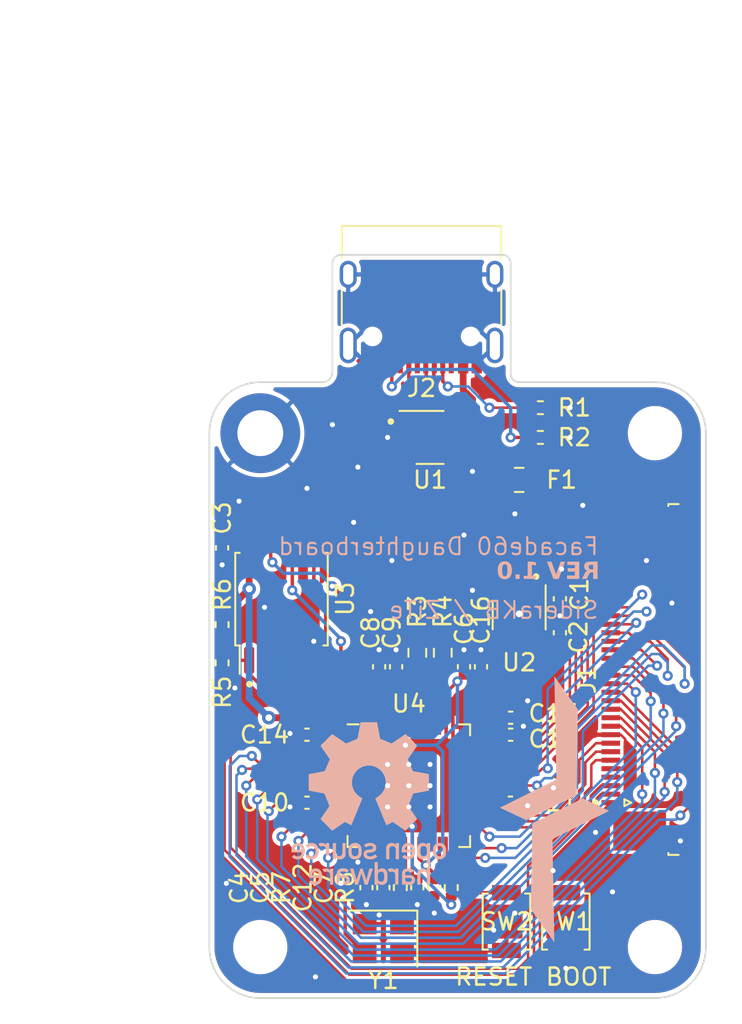
<source format=kicad_pcb>
(kicad_pcb (version 20221018) (generator pcbnew)
  (title_block (title "Facade60 Daughterboard") (rev "1.0") (company "SideraKB") (comment 1 "RP2040 edition") (comment 2 "Open source hardware, CERN-OHL-P v2") (comment 3 "https://github.com/siderakb/facade"))
  (layers (0 "F.Cu" signal) (31 "B.Cu" signal) (34 "B.Paste" user) (35 "F.Paste" user) (36 "B.SilkS" user "B.Silkscreen") (37 "F.SilkS" user "F.Silkscreen") (38 "B.Mask" user) (39 "F.Mask" user) (44 "Edge.Cuts" user))
  (net 0 "")
  (net 1 "+5V")
  (net 2 "GND")
  (net 3 "+3V3")
  (net 4 "Net-(U4-XIN)")
  (net 5 "Net-(C5-Pad2)")
  (net 6 "+1V1")
  (net 7 "VBUS")
  (net 9 "LED_0")
  (net 10 "LED_1")
  (net 11 "LED_2")
  (net 12 "COL14")
  (net 13 "COL13")
  (net 14 "COL12")
  (net 15 "COL9")
  (net 16 "COL10")
  (net 17 "COL11")
  (net 18 "COL8")
  (net 19 "COL7")
  (net 20 "COL6")
  (net 21 "COL5")
  (net 22 "COL4")
  (net 23 "COL3")
  (net 24 "COL0")
  (net 25 "COL1")
  (net 26 "COL2")
  (net 27 "ROW4")
  (net 28 "ROW3")
  (net 29 "ROW2")
  (net 30 "ROW1")
  (net 31 "ROW0")
  (net 32 "Net-(J2-CC1)")
  (net 33 "USB_D+")
  (net 34 "USB_D-")
  (net 36 "Net-(J2-CC2)")
  (net 38 "Net-(U4-USB_DP)")
  (net 39 "Net-(U4-USB_DM)")
  (net 40 "/MCU/BOOT")
  (net 41 "/MCU/QSPI_SS")
  (net 42 "Net-(U4-XOUT)")
  (net 43 "/MCU/~{RESET}")
  (net 47 "/MCU/QSPI_D1")
  (net 48 "/MCU/QSPI_D2")
  (net 49 "/MCU/QSPI_D0")
  (net 50 "/MCU/QSPI_SCLK")
  (net 51 "/MCU/QSPI_D3")
  (net 59 "EC_B")
  (net 60 "EC_A")
  (footprint "Capacitor_SMD:C_0402_1005Metric" (layer "F.Cu") (at 125 98.5)
    (fp_text reference "C15")
    (fp_text value "100nF")
  )
  (footprint "Package_SO:SOIC-8_5.23x5.23mm_P1.27mm" (layer "F.Cu") (at 111.5 90.52 90)
    (fp_text reference "U3")
    (fp_text value "W25Q128JVS")
  )
  (footprint "Button_Switch_SMD:SW_SPST_B3U-1000P" (layer "F.Cu") (at 128.25 109.5 90)
    (fp_text reference "SW1")
    (fp_text value "BOOT")
  )
  (footprint "Capacitor_SMD:C_0402_1005Metric" (layer "F.Cu") (at 120.5 107.5 -90)
    (fp_text reference "C7")
    (fp_text value "100nF")
  )
  (footprint "Package_DFN_QFN:QFN-56-1EP_7x7mm_P0.4mm_EP3.2x3.2mm" (layer "F.Cu") (at 119 101.5)
    (fp_text reference "U4")
    (fp_text value "RP2040")
  )
  (footprint "MountingHole:MountingHole_2.7mm_M2.5" (layer "F.Cu") (at 110.25 111)
    (fp_text reference "H2" hide)
    (fp_text value "MountingHole")
  )
  (footprint "Capacitor_SMD:C_0402_1005Metric" (layer "F.Cu") (at 116.5 107.5 90)
    (fp_text reference "C4")
    (fp_text value "20pF")
  )
  (footprint "Capacitor_SMD:C_0402_1005Metric" (layer "F.Cu") (at 122.25 94.5 90)
    (fp_text reference "C6")
    (fp_text value "100nF")
  )
  (footprint "Capacitor_SMD:C_0402_1005Metric" (layer "F.Cu") (at 118.25 94.5 90)
    (fp_text reference "C9")
    (fp_text value "100nF")
  )
  (footprint "Resistor_SMD:R_0402_1005Metric" (layer "F.Cu") (at 126.75 79.25)
    (fp_text reference "R1")
    (fp_text value "5.1k")
  )
  (footprint "Resistor_SMD:R_0402_1005Metric" (layer "F.Cu") (at 118.5 107.5 90)
    (fp_text reference "R7")
    (fp_text value "1k")
  )
  (footprint "Button_Switch_SMD:SW_SPST_B3U-1000P" (layer "F.Cu") (at 124.75 109.5 90)
    (fp_text reference "SW2")
    (fp_text value "RESET")
  )
  (footprint "Capacitor_SMD:C_0402_1005Metric" (layer "F.Cu") (at 123.25 94.5 90)
    (fp_text reference "C16")
    (fp_text value "1uF")
  )
  (footprint "Capacitor_SMD:C_0402_1005Metric" (layer "F.Cu") (at 113 102.5 180)
    (fp_text reference "C10")
    (fp_text value "100nF")
  )
  (footprint "Resistor_SMD:R_0402_1005Metric" (layer "F.Cu") (at 121.5 107.5 90)
    (fp_text reference "R8")
    (fp_text value "10k")
  )
  (footprint "Capacitor_SMD:C_0402_1005Metric" (layer "F.Cu") (at 117.25 94.5 90)
    (fp_text reference "C8")
    (fp_text value "1uF")
  )
  (footprint "Capacitor_SMD:C_0402_1005Metric" (layer "F.Cu") (at 127.9 92.5 90)
    (fp_text reference "C2")
    (fp_text value "1uF")
  )
  (footprint "Capacitor_SMD:C_0402_1005Metric" (layer "F.Cu") (at 113 98.5 180)
    (fp_text reference "C14")
    (fp_text value "100nF")
  )
  (footprint "Resistor_SMD:R_0402_1005Metric" (layer "F.Cu") (at 126.75 81)
    (fp_text reference "R2")
    (fp_text value "5.1k")
  )
  (footprint "Capacitor_SMD:C_0402_1005Metric" (layer "F.Cu") (at 125 97.5)
    (fp_text reference "C13")
    (fp_text value "100nF")
  )
  (footprint "Connector_FFC-FPC:TE_3-1734839-0_1x30-1MP_P0.5mm_Horizontal" (layer "F.Cu") (at 132.25 95.25 90)
    (fp_text reference "J1")
    (fp_text value "Conn_01x30")
  )
  (footprint "Package_TO_SOT_SMD:SOT-23-5" (layer "F.Cu") (at 125.5 91.5 -90)
    (fp_text reference "U2")
    (fp_text value "RT9013-33GB")
  )
  (footprint "Crystal:Crystal_SMD_3225-4Pin_3.2x2.5mm" (layer "F.Cu") (at 117.5 110.5 180)
    (fp_text reference "Y1")
    (fp_text value "12MHz")
  )
  (footprint "MountingHole:MountingHole_2.7mm_M2.5" (layer "F.Cu") (at 133.5 111)
    (fp_text reference "H4" hide)
    (fp_text value "MountingHole")
  )
  (footprint "Resistor_SMD:R_0402_1005Metric" (layer "F.Cu") (at 108 92.02 -90)
    (fp_text reference "R6")
    (fp_text value "10k")
  )
  (footprint "Resistor_SMD:R_0603_1608Metric" (layer "F.Cu") (at 119.5 93.675 -90)
    (fp_text reference "R3")
    (fp_text value "27")
  )
  (footprint "Capacitor_SMD:C_0402_1005Metric" (layer "F.Cu") (at 127.9 90.5 -90)
    (fp_text reference "C1")
    (fp_text value "1uF")
  )
  (footprint "MountingHole:MountingHole_2.7mm_M2.5" (layer "F.Cu") (at 133.5 80.75)
    (fp_text reference "H3" hide)
    (fp_text value "MountingHole")
  )
  (footprint "Capacitor_SMD:C_0402_1005Metric" (layer "F.Cu") (at 124.98 102.5)
    (fp_text reference "C11")
    (fp_text value "100nF")
  )
  (footprint "Resistor_SMD:R_0603_1608Metric" (layer "F.Cu") (at 121 93.675 -90)
    (fp_text reference "R4")
    (fp_text value "27")
  )
  (footprint "Capacitor_SMD:C_0402_1005Metric" (layer "F.Cu") (at 108 87.5 -90)
    (fp_text reference "C3")
    (fp_text value "100nF")
  )
  (footprint "Fuse:Fuse_0805_2012Metric" (layer "F.Cu") (at 125.5 83.5)
    (fp_text reference "F1")
    (fp_text value "500mA, 6V")
  )
  (footprint "MountingHole:MountingHole_2.7mm_M2.5_DIN965_Pad" (layer "F.Cu") (at 110.25 80.75)
    (fp_text reference "H1" hide)
    (fp_text value "MountingHole")
  )
  (footprint "Capacitor_SMD:C_0402_1005Metric" (layer "F.Cu") (at 119.5 107.5 -90)
    (fp_text reference "C12")
    (fp_text value "100nF")
  )
  (footprint "Connector_USB:USB_C_Receptacle_HRO_TYPE-C-31-M-12" (layer "F.Cu") (at 119.75 72.455 180)
    (fp_text reference "J2")
    (fp_text value "USB_C_Receptacle_USB2.0")
  )
  (footprint "Capacitor_SMD:C_0402_1005Metric" (layer "F.Cu") (at 117.5 107.5 -90)
    (fp_text reference "C5")
    (fp_text value "20pF")
  )
  (footprint "Resistor_SMD:R_0402_1005Metric" (layer "F.Cu") (at 108 94.27 90)
    (fp_text reference "R5")
    (fp_text value "1k")
  )
  (footprint "Package_TO_SOT_SMD:SOT-23-6" (layer "F.Cu") (at 120.25 81)
    (fp_text reference "U1")
    (fp_text value "SRV05-4")
  )
  (gr_poly (pts (xy 112.459399 104.867554) (xy 112.440011 104.868907) (xy 112.420843 104.871147) (xy 112.401922 104.874263) (xy 112.383278 104.878242) (xy 112.364938 104.883072) (xy 112.34693 104.888741) (xy 112.329283 104.895238) (xy 112.312024 104.90255) (xy 112.295183 104.910666) (xy 112.278787 104.919573) (xy 112.262864 104.92926) (xy 112.247443 104.939713) (xy 112.232552 104.950923) (xy 112.218219 104.962876) (xy 112.204472 104.97556) (xy 112.19134 104.988964) (xy 112.178851 105.003075) (xy 112.167032 105.017882) (xy 112.155913 105.033372) (xy 112.145521 105.049534) (xy 112.135885 105.066355) (xy 112.127032 105.083824) (xy 112.118992 105.101929) (xy 112.111792 105.120657) (xy 112.10546 105.139997) (xy 112.100025 105.159937) (xy 112.095515 105.180464) (xy 112.091958 105.201567) (xy 112.089382 105.223233) (xy 112.087816 105.245451) (xy 112.087288 105.268209) (xy 112.087288 105.425636) (xy 112.679479 105.425636) (xy 112.679201 105.439995) (xy 112.678374 105.453905) (xy 112.677009 105.467363) (xy 112.675118 105.480371) (xy 112.672711 105.492926) (xy 112.669799 105.50503) (xy 112.666393 105.516681) (xy 112.662504 105.52788) (xy 112.658143 105.538626) (xy 112.653321 105.548918) (xy 112.648048 105.558757) (xy 112.642337 105.568142) (xy 112.636197 105.577072) (xy 112.629639 105.585548) (xy 112.622676 105.593568) (xy 112.615317 105.601133) (xy 112.607573 105.608242) (xy 112.599456 105.614896) (xy 112.590977 105.621092) (xy 112.582146 105.626832) (xy 112.572974 105.632115) (xy 112.563472 105.63694) (xy 112.553652 105.641307) (xy 112.543524 105.645216) (xy 112.533098 105.648667) (xy 112.522387 105.651658) (xy 112.511401 105.65419) (xy 112.500151 105.656263) (xy 112.488648 105.657876) (xy 112.476903 105.659028) (xy 112.464927 105.65972) (xy 112.45273 105.65995) (xy 112.43897 105.659557) (xy 112.42512 105.658386) (xy 112.411222 105.656452) (xy 112.397317 105.653767) (xy 112.383445 105.650347) (xy 112.369647 105.646204) (xy 112.355965 105.641353) (xy 112.342439 105.635807) (xy 112.32911 105.629581) (xy 112.31602 105.622687) (xy 112.303208 105.61514) (xy 112.290716 105.606953) (xy 112.278586 105.598141) (xy 112.266857 105.588716) (xy 112.25557 105.578694) (xy 112.244768 105.568087) (xy 112.106073 105.686092) (xy 112.123951 105.705729) (xy 112.142457 105.723901) (xy 112.161559 105.740634) (xy 112.181224 105.755956) (xy 112.201418 105.769895) (xy 112.222108 105.782478) (xy 112.243261 105.793732) (xy 112.264843 105.803685) (xy 112.286821 105.812365) (xy 112.309163 105.819798) (xy 112.331834 105.826012) (xy 112.354802 105.831035) (xy 112.378033 105.834894) (xy 112.401494 105.837616) (xy 112.425152 105.83923) (xy 112.448973 105.839761) (xy 112.485835 105.838613) (xy 112.523063 105.834971) (xy 112.56028 105.828539) (xy 112.597105 105.819021) (xy 112.633161 105.80612) (xy 112.650782 105.798308) (xy 112.668069 105.78954) (xy 112.684973 105.779779) (xy 112.701449 105.768986) (xy 112.717448 105.757126) (xy 112.732924 105.744161) (xy 112.747828 105.730054) (xy 112.762114 105.714769) (xy 112.775734 105.698267) (xy 112.788641 105.680513) (xy 112.800788 105.661469) (xy 112.812126 105.641098) (xy 112.82261 105.619363) (xy 112.832191 105.596227) (xy 112.840822 105.571653) (xy 112.848455 105.545604) (xy 112.855045 105.518043) (xy 112.860542 105.488933) (xy 112.8649 105.458237) (xy 112.868072 105.425918) (xy 112.87001 105.391939) (xy 112.870666 105.356262) (xy 112.870064 105.322381) (xy 112.868286 105.289935) (xy 112.866253 105.268262) (xy 112.679479 105.268262) (xy 112.278476 105.268262) (xy 112.27923 105.254923) (xy 112.280426 105.241981) (xy 112.282053 105.229438) (xy 112.284105 105.217297) (xy 112.286572 105.205559) (xy 112.289446 105.194225) (xy 112.292718 105.183298) (xy 112.29638 105.172779) (xy 112.300424 105.162669) (xy 112.30484 105.152971) (xy 112.30962 105.143686) (xy 112.314755 105.134815) (xy 112.320238 105.126361) (xy 112.326059 105.118325) (xy 112.33221 105.110708) (xy 112.338683 105.103513) (xy 112.345468 105.096741) (xy 112.352558 105.090394) (xy 112.359943 105.084473) (xy 112.367615 105.078981) (xy 112.375567 105.073918) (xy 112.383788 105.069286) (xy 112.392271 105.065088) (xy 112.401007 105.061325) (xy 112.409987 105.057998) (xy 112.419204 105.055109) (xy 112.428648 105.05266) (xy 112.43831 105.050652) (xy 112.448183 105.049088) (xy 112.458258 105.047969) (xy 112.468526 105.047296) (xy 112.478978 105.047071) (xy 112.489436 105.047296) (xy 112.49972 105.047969) (xy 112.50982 105.049088) (xy 112.519726 105.050652) (xy 112.529429 105.05266) (xy 112.53892 105.055109) (xy 112.548188 105.057998) (xy 112.557224 105.061325) (xy 112.566019 105.065088) (xy 112.574562 105.069286) (xy 112.582845 105.073918) (xy 112.590857 105.078981) (xy 112.598588 105.084473) (xy 112.606031 105.090394) (xy 112.613173 105.096741) (xy 112.620007 105.103513) (xy 112.626523 105.110708) (xy 112.63271 105.118324) (xy 112.638559 105.126361) (xy 112.644061 105.134815) (xy 112.649205 105.143685) (xy 112.653984 105.152971) (xy 112.658385 105.162669) (xy 112.662401 105.172778) (xy 112.666021 105.183298) (xy 112.669236 105.194225) (xy 112.672037 105.205559) (xy 112.674413 105.217297) (xy 112.676354 105.229438) (xy 112.677853 105.24198) (xy 112.678897 105.254922) (xy 112.679479 105.268262) (xy 112.866253 105.268262) (xy 112.865375 105.258902) (xy 112.861373 105.229258) (xy 112.856323 105.200979) (xy 112.850268 105.174042) (xy 112.843249 105.148422) (xy 112.835309 105.124097) (xy 112.82649 105.101043) (xy 112.816836 105.079235) (xy 112.806389 105.058651) (xy 112.795191 105.039266) (xy 112.783284 105.021057) (xy 112.770712 105.004001) (xy 112.757516 104.988074) (xy 112.743739 104.973252) (xy 112.729424 104.959511) (xy 112.714613 104.946828) (xy 112.699348 104.935179) (xy 112.683673 104.924541) (xy 112.667629 104.91489) (xy 112.651259 104.906202) (xy 112.634605 104.898453) (xy 112.617711 104.891621) (xy 112.600618 104.885681) (xy 112.583369 104.88061) (xy 112.566006 104.876383) (xy 112.548573 104.872978) (xy 112.513662 104.868538) (xy 112.478977 104.867101)) (fill solid) (layer "B.SilkS"))
  (gr_poly (pts (xy 113.852983 104.867428) (xy 113.839022 104.868396) (xy 113.82535 104.869991) (xy 113.811955 104.872194) (xy 113.798826 104.874991) (xy 113.785951 104.878364) (xy 113.773318 104.882297) (xy 113.760916 104.886773) (xy 113.748733 104.891776) (xy 113.736757 104.897291) (xy 113.724977 104.903299) (xy 113.71338 104.909785) (xy 113.701955 104.916733) (xy 113.690691 104.924125) (xy 113.679576 104.931946) (xy 113.668597 104.940179) (xy 113.807292 105.105121) (xy 113.815578 105.09904) (xy 113.8236 105.093431) (xy 113.831402 105.088282) (xy 113.839027 105.083583) (xy 113.84652 105.079323) (xy 113.853925 105.07549) (xy 113.861287 105.072075) (xy 113.868649 105.069065) (xy 113.876055 105.06645) (xy 113.883551 105.064219) (xy 113.891179 105.062362) (xy 113.898985 105.060867) (xy 113.907012 105.059723) (xy 113.915304 105.058919) (xy 113.923907 105.058445) (xy 113.932863 105.058289) (xy 113.950399 105.058997) (xy 113.967757 105.061136) (xy 113.984804 105.064737) (xy 114.00141 105.069824) (xy 114.009506 105.072935) (xy 114.017443 105.076428) (xy 114.025203 105.080306) (xy 114.032771 105.084573) (xy 114.04013 105.089234) (xy 114.047264 105.09429) (xy 114.054156 105.099745) (xy 114.060789 105.105604) (xy 114.067148 105.111868) (xy 114.073215 105.118543) (xy 114.078975 105.125631) (xy 114.084411 105.133135) (xy 114.089507 105.14106) (xy 114.094245 105.149408) (xy 114.098611 105.158183) (xy 114.102586 105.167388) (xy 114.106156 105.177027) (xy 114.109303 105.187104) (xy 114.11201 105.197621) (xy 114.114263 105.208583) (xy 114.116043 105.219992) (xy 114.117335 105.231852) (xy 114.118123 105.244166) (xy 114.118389 105.256939) (xy 114.118389 105.828491) (xy 114.309577 105.828491) (xy 114.309577 104.878372) (xy 114.118389 104.878372) (xy 114.118389 104.979549) (xy 114.114684 104.979549) (xy 114.103136 104.965939) (xy 114.090988 104.953205) (xy 114.078256 104.941348) (xy 114.064956 104.930368) (xy 114.051107 104.920266) (xy 114.036723 104.911042) (xy 114.021823 104.902695) (xy 114.006423 104.895227) (xy 113.99054 104.888636) (xy 113.974191 104.882924) (xy 113.957392 104.87809) (xy 113.940161 104.874134) (xy 113.922514 104.871058) (xy 113.904468 104.86886) (xy 113.886039 104.867541) (xy 113.867246 104.867101)) (fill solid) (layer "B.SilkS"))
  (gr_poly (pts (xy 115.819284 104.867286) (xy 115.805921 104.867832) (xy 115.792901 104.868725) (xy 115.780219 104.869955) (xy 115.767872 104.871507) (xy 115.755854 104.873369) (xy 115.74416 104.875528) (xy 115.732788 104.877972) (xy 115.721731 104.880688) (xy 115.710986 104.883663) (xy 115.700548 104.886885) (xy 115.690412 104.890341) (xy 115.680575 104.894017) (xy 115.671031 104.897902) (xy 115.661777 104.901983) (xy 115.652807 104.906246) (xy 115.635702 104.915271) (xy 115.619683 104.924875) (xy 115.604712 104.934957) (xy 115.590754 104.945414) (xy 115.577773 104.956146) (xy 115.565734 104.96705) (xy 115.554599 104.978024) (xy 115.544334 104.988968) (xy 115.531134 105.004088) (xy 115.518926 105.01935) (xy 115.507689 105.034941) (xy 115.497406 105.051048) (xy 115.488056 105.067857) (xy 115.479621 105.085556) (xy 115.47208 105.104331) (xy 115.465416 105.124368) (xy 115.459607 105.145856) (xy 115.454636 105.168981) (xy 115.450482 105.193929) (xy 115.447127 105.220887) (xy 115.444551 105.250042) (xy 115.442735 105.281581) (xy 115.44166 105.315691) (xy 115.441305 105.352559) (xy 115.44166 105.389735) (xy 115.442735 105.424117) (xy 115.444551 105.455895) (xy 115.447127 105.485257) (xy 115.450482 105.512392) (xy 115.454636 105.53749) (xy 115.459607 105.56074) (xy 115.465416 105.58233) (xy 115.47208 105.60245) (xy 115.479621 105.621289) (xy 115.488056 105.639035) (xy 115.497406 105.655878) (xy 115.507689 105.672008) (xy 115.518926 105.687612) (xy 115.531134 105.70288) (xy 115.544334 105.718002) (xy 115.554599 105.728944) (xy 115.565734 105.739915) (xy 115.577773 105.750814) (xy 115.590754 105.761538) (xy 115.604712 105.771988) (xy 115.619683 105.78206) (xy 115.635702 105.791655) (xy 115.652807 105.80067) (xy 115.671031 105.809004) (xy 115.690413 105.816556) (xy 115.710986 105.823224) (xy 115.732788 105.828908) (xy 115.755854 105.833504) (xy 115.780219 105.836913) (xy 115.805921 105.839033) (xy 115.832995 105.839762) (xy 115.846696 105.839578) (xy 115.86005 105.839033) (xy 115.873061 105.838141) (xy 115.885735 105.836913) (xy 115.898075 105.835364) (xy 115.910087 105.833504) (xy 115.921774 105.831348) (xy 115.93314 105.828908) (xy 115.944192 105.826196) (xy 115.954932 105.823225) (xy 115.965365 105.820007) (xy 115.975497 105.816556) (xy 115.98533 105.812884) (xy 115.994871 105.809004) (xy 116.004123 105.804929) (xy 116.01309 105.80067) (xy 116.03019 105.791655) (xy 116.046206 105.782061) (xy 116.061175 105.771988) (xy 116.075131 105.761539) (xy 116.088111 105.750814) (xy 116.10015 105.739915) (xy 116.111284 105.728944) (xy 116.121549 105.718002) (xy 116.13475 105.702881) (xy 116.146962 105.687614) (xy 116.158204 105.672012) (xy 116.168494 105.655886) (xy 116.177851 105.639045) (xy 116.186296 105.621302) (xy 116.193846 105.602467) (xy 116.200521 105.582349) (xy 116.206339 105.560761) (xy 116.21132 105.537513) (xy 116.215482 105.512415) (xy 116.218845 105.485279) (xy 116.221428 105.455914) (xy 116.223249 105.424132) (xy 116.224328 105.389744) (xy 116.224684 105.352559) (xy 116.033496 105.352559) (xy 116.033361 105.377405) (xy 116.032942 105.400045) (xy 116.032221 105.420647) (xy 116.031178 105.439379) (xy 116.029794 105.456407) (xy 116.028049 105.4719) (xy 116.025925 105.486026) (xy 116.023402 105.498953) (xy 116.020462 105.510847) (xy 116.017084 105.521878) (xy 116.01325 105.532212) (xy 116.00894 105.542017) (xy 116.004135 105.551461) (xy 115.998816 105.560713) (xy 115.992964 105.569939) (xy 115.986559 105.579307) (xy 115.980941 105.586583) (xy 115.974611 105.593607) (xy 115.967606 105.600348) (xy 115.959968 105.606778) (xy 115.951733 105.612866) (xy 115.942942 105.618582) (xy 115.933634 105.623896) (xy 115.923846 105.628778) (xy 115.913619 105.633197) (xy 115.902992 105.637125) (xy 115.892002 105.640531) (xy 115.88069 105.643385) (xy 115.869094 105.645657) (xy 115.857254 105.647317) (xy 115.845208 105.648335) (xy 115.832995 105.648681) (xy 115.820765 105.648334) (xy 115.808705 105.647315) (xy 115.796856 105.645652) (xy 115.785253 105.643378) (xy 115.773938 105.64052) (xy 115.762946 105.637111) (xy 115.752318 105.63318) (xy 115.742091 105.628758) (xy 115.732303 105.623874) (xy 115.722994 105.618558) (xy 115.714201 105.612842) (xy 115.705963 105.606756) (xy 115.698318 105.600329) (xy 115.691304 105.593591) (xy 115.68496 105.586574) (xy 115.682052 105.58297) (xy 115.679325 105.579307) (xy 115.672921 105.569939) (xy 115.667073 105.560716) (xy 115.661759 105.551474) (xy 115.656961 105.542046) (xy 115.652659 105.532268) (xy 115.648834 105.521975) (xy 115.645465 105.511002) (xy 115.642534 105.499184) (xy 115.640022 105.486356) (xy 115.637907 105.472353) (xy 115.636172 105.457009) (xy 115.634795 105.44016) (xy 115.633759 105.421641) (xy 115.633043 105.401286) (xy 115.632493 105.354411) (xy 115.632628 105.329564) (xy 115.633043 105.30692) (xy 115.633759 105.286314) (xy 115.634795 105.267577) (xy 115.636172 105.250542) (xy 115.637907 105.235042) (xy 115.640022 105.220909) (xy 115.642534 105.207977) (xy 115.645465 105.196078) (xy 115.648834 105.185045) (xy 115.652659 105.174711) (xy 115.656961 105.164908) (xy 115.661759 105.155469) (xy 115.667073 105.146226) (xy 115.672921 105.137013) (xy 115.679325 105.127663) (xy 115.68496 105.120387) (xy 115.691304 105.113363) (xy 115.698318 105.106621) (xy 115.705963 105.100191) (xy 115.714201 105.094103) (xy 115.722994 105.088388) (xy 115.732303 105.083074) (xy 115.742091 105.078192) (xy 115.752318 105.073772) (xy 115.762946 105.069844) (xy 115.773938 105.066438) (xy 115.785253 105.063584) (xy 115.796856 105.061312) (xy 115.808705 105.059653) (xy 115.820765 105.058635) (xy 115.832995 105.058289) (xy 115.845208 105.058635) (xy 115.857254 105.059655) (xy 115.869094 105.061317) (xy 115.88069 105.063592) (xy 115.892002 105.066449) (xy 115.902992 105.069858) (xy 115.913619 105.073789) (xy 115.923846 105.078212) (xy 115.933634 105.083096) (xy 115.942942 105.088411) (xy 115.951733 105.094127) (xy 115.959968 105.100214) (xy 115.967606 105.106641) (xy 115.974611 105.113378) (xy 115.980941 105.120396) (xy 115.983842 105.124) (xy 115.986559 105.127663) (xy 115.992964 105.137013) (xy 115.998816 105.146223) (xy 116.004135 105.155457) (xy 116.00894 105.164879) (xy 116.01325 105.174655) (xy 116.017084 105.184948) (xy 116.020462 105.195923) (xy 116.023402 105.207746) (xy 116.025925 105.22058) (xy 116.028049 105.234589) (xy 116.029794 105.24994) (xy 116.031178 105.266795) (xy 116.032221 105.28532) (xy 116.032942 105.305679) (xy 116.033496 105.352559) (xy 116.224684 105.352559) (xy 116.224328 105.315692) (xy 116.223249 105.281584) (xy 116.221428 105.250047) (xy 116.218845 105.220894) (xy 116.215482 105.193939) (xy 116.21132 105.168995) (xy 116.206339 105.145873) (xy 116.200521 105.124388) (xy 116.193846 105.104352) (xy 116.186296 105.085579) (xy 116.177851 105.06788) (xy 116.168494 105.05107) (xy 116.158204 105.03496) (xy 116.146962 105.019365) (xy 116.13475 105.004096) (xy 116.121549 104.988968) (xy 116.111284 104.978024) (xy 116.10015 104.96705) (xy 116.088111 104.956146) (xy 116.075131 104.945415) (xy 116.061174 104.934957) (xy 116.046206 104.924876) (xy 116.03019 104.915271) (xy 116.01309 104.906246) (xy 115.994871 104.897902) (xy 115.975497 104.890341) (xy 115.954932 104.883664) (xy 115.93314 104.877972) (xy 115.910086 104.873369) (xy 115.885735 104.869955) (xy 115.860049 104.867832) (xy 115.832995 104.867101)) (fill solid) (layer "B.SilkS"))
  (gr_poly (pts (xy 117.96446 104.867436) (xy 117.950439 104.868438) (xy 117.922277 104.872434) (xy 117.894187 104.879071) (xy 117.866447 104.888329) (xy 117.852794 104.893936) (xy 117.839332 104.90019) (xy 117.826097 104.907091) (xy 117.813122 104.914635) (xy 117.800442 104.92282) (xy 117.788091 104.931644) (xy 117.776106 104.941105) (xy 117.764519 104.951199) (xy 117.753366 104.961925) (xy 117.742682 104.97328) (xy 117.732501 104.985262) (xy 117.722857 104.997868) (xy 117.713786 105.011097) (xy 117.705322 105.024945) (xy 117.697499 105.03941) (xy 117.690353 105.054491) (xy 117.683918 105.070183) (xy 117.678228 105.086486) (xy 117.673319 105.103397) (xy 117.669225 105.120913) (xy 117.66598 105.139032) (xy 117.663619 105.157752) (xy 117.662177 105.17707) (xy 117.661689 105.196983) (xy 117.661689 105.828491) (xy 117.852824 105.828491) (xy 117.852824 105.262654) (xy 117.853058 105.250685) (xy 117.853755 105.239038) (xy 117.854904 105.227718) (xy 117.856495 105.216729) (xy 117.858519 105.206073) (xy 117.860966 105.195755) (xy 117.863824 105.185779) (xy 117.867086 105.176148) (xy 117.87074 105.166866) (xy 117.874776 105.157937) (xy 117.879186 105.149364) (xy 117.883958 105.141152) (xy 117.889083 105.133304) (xy 117.89455 105.125823) (xy 117.900351 105.118714) (xy 117.906475 105.111981) (xy 117.912911 105.105626) (xy 117.919651 105.099654) (xy 117.926684 105.094069) (xy 117.934 105.088874) (xy 117.941589 105.084073) (xy 117.949441 105.07967) (xy 117.957547 105.075668) (xy 117.965896 105.072072) (xy 117.974478 105.068885) (xy 117.983284 105.066111) (xy 117.992304 105.063753) (xy 118.001527 105.061815) (xy 118.010943 105.060302) (xy 118.020543 105.059216) (xy 118.030317 105.058562) (xy 118.040255 105.058343) (xy 118.05036 105.058562) (xy 118.060292 105.059216) (xy 118.07004 105.060302) (xy 118.079594 105.061815) (xy 118.088945 105.063753) (xy 118.098084 105.06611) (xy 118.107 105.068885) (xy 118.115684 105.072072) (xy 118.124127 105.075668) (xy 118.132318 105.07967) (xy 118.140249 105.084073) (xy 118.14791 105.088874) (xy 118.15529 105.094069) (xy 118.162381 105.099654) (xy 118.169172 105.105626) (xy 118.175655 105.11198) (xy 118.18182 105.118714) (xy 118.187656 105.125823) (xy 118.193155 105.133303) (xy 118.198306 105.141151) (xy 118.203101 105.149364) (xy 118.207529 105.157936) (xy 118.211581 105.166865) (xy 118.215247 105.176147) (xy 118.218518 105.185778) (xy 118.221384 105.195755) (xy 118.223835 105.206073) (xy 118.225862 105.216728) (xy 118.227456 105.227718) (xy 118.228606 105.239038) (xy 118.229303 105.250685) (xy 118.229538 105.262654) (xy 118.229538 105.828491) (xy 118.420673 105.828491) (xy 118.420673 104.878372) (xy 118.229538 104.878372) (xy 118.229538 104.979549) (xy 118.225728 104.979549) (xy 118.21419 104.965939) (xy 118.202052 104.953205) (xy 118.189329 104.941348) (xy 118.176039 104.930368) (xy 118.162198 104.920266) (xy 118.147824 104.911042) (xy 118.132932 104.902695) (xy 118.11754 104.895227) (xy 118.101664 104.888636) (xy 118.085321 104.882924) (xy 118.068528 104.87809) (xy 118.051301 104.874134) (xy 118.033658 104.871058) (xy 118.015615 104.86886) (xy 117.997188 104.867541) (xy 117.978395 104.867101)) (fill solid) (layer "B.SilkS"))
  (gr_poly (pts (xy 120.796159 104.867286) (xy 120.782804 104.867832) (xy 120.769792 104.868725) (xy 120.757117 104.869955) (xy 120.744776 104.871507) (xy 120.732763 104.873369) (xy 120.721075 104.875528) (xy 120.709706 104.877972) (xy 120.698653 104.880688) (xy 120.687911 104.883663) (xy 120.677475 104.886885) (xy 120.667341 104.890341) (xy 120.657505 104.894017) (xy 120.647962 104.897902) (xy 120.638708 104.901983) (xy 120.629738 104.906246) (xy 120.612633 104.915271) (xy 120.596612 104.924875) (xy 120.58164 104.934957) (xy 120.567679 104.945414) (xy 120.554696 104.956146) (xy 120.542654 104.96705) (xy 120.531518 104.978024) (xy 120.521252 104.988968) (xy 120.508052 105.004088) (xy 120.495842 105.01935) (xy 120.484603 105.034941) (xy 120.474316 105.051048) (xy 120.464962 105.067857) (xy 120.456522 105.085556) (xy 120.448977 105.104331) (xy 120.442307 105.124368) (xy 120.436494 105.145856) (xy 120.431518 105.168981) (xy 120.42736 105.193929) (xy 120.424001 105.220887) (xy 120.421421 105.250042) (xy 120.419603 105.281581) (xy 120.418526 105.315691) (xy 120.418171 105.352559) (xy 120.418526 105.389735) (xy 120.419603 105.424117) (xy 120.421421 105.455895) (xy 120.424001 105.485257) (xy 120.42736 105.512392) (xy 120.431518 105.53749) (xy 120.436494 105.56074) (xy 120.442307 105.58233) (xy 120.448977 105.60245) (xy 120.456522 105.621289) (xy 120.464962 105.639035) (xy 120.474316 105.655878) (xy 120.484603 105.672008) (xy 120.495842 105.687612) (xy 120.508052 105.70288) (xy 120.521252 105.718002) (xy 120.531518 105.728944) (xy 120.542654 105.739915) (xy 120.554696 105.750814) (xy 120.567679 105.761538) (xy 120.58164 105.771988) (xy 120.596612 105.78206) (xy 120.612633 105.791655) (xy 120.629738 105.80067) (xy 120.647962 105.809004) (xy 120.667341 105.816556) (xy 120.687911 105.823224) (xy 120.709706 105.828908) (xy 120.732763 105.833504) (xy 120.757117 105.836913) (xy 120.782804 105.839033) (xy 120.80986 105.839762) (xy 120.823566 105.839578) (xy 120.836925 105.839033) (xy 120.849941 105.838141) (xy 120.86262 105.836913) (xy 120.874965 105.835364) (xy 120.886981 105.833504) (xy 120.898673 105.831348) (xy 120.910044 105.828908) (xy 120.9211 105.826196) (xy 120.931845 105.823225) (xy 120.942283 105.820007) (xy 120.952419 105.816556) (xy 120.962256 105.812884) (xy 120.971801 105.809004) (xy 120.981057 105.804929) (xy 120.990028 105.80067) (xy 121.007135 105.791655) (xy 121.023157 105.782061) (xy 121.038131 105.771988) (xy 121.052092 105.761539) (xy 121.065076 105.750814) (xy 121.077118 105.739915) (xy 121.088254 105.728944) (xy 121.09852 105.718002) (xy 121.11172 105.702881) (xy 121.123929 105.687614) (xy 121.135165 105.672012) (xy 121.145448 105.655886) (xy 121.154798 105.639045) (xy 121.163234 105.621302) (xy 121.170774 105.602467) (xy 121.177439 105.582349) (xy 121.183247 105.560761) (xy 121.188219 105.537513) (xy 121.192372 105.512415) (xy 121.195727 105.485279) (xy 121.198303 105.455914) (xy 121.200119 105.424132) (xy 121.201195 105.389744) (xy 121.201549 105.352559) (xy 121.010414 105.352559) (xy 121.010279 105.377405) (xy 121.00986 105.400045) (xy 121.009139 105.420647) (xy 121.008096 105.439379) (xy 121.006713 105.456407) (xy 121.00497 105.4719) (xy 121.002847 105.486026) (xy 121.000327 105.498953) (xy 120.997389 105.510847) (xy 120.994015 105.521878) (xy 120.990185 105.532212) (xy 120.98588 105.542017) (xy 120.981081 105.551461) (xy 120.975769 105.560713) (xy 120.969925 105.569939) (xy 120.96353 105.579307) (xy 120.957894 105.586583) (xy 120.951551 105.593607) (xy 120.944537 105.600348) (xy 120.936892 105.606778) (xy 120.928654 105.612866) (xy 120.919861 105.618582) (xy 120.910552 105.623896) (xy 120.900764 105.628778) (xy 120.890537 105.633197) (xy 120.879909 105.637125) (xy 120.868917 105.640531) (xy 120.857601 105.643385) (xy 120.845999 105.645657) (xy 120.83415 105.647317) (xy 120.82209 105.648335) (xy 120.80986 105.648681) (xy 120.797639 105.648334) (xy 120.785588 105.647315) (xy 120.773745 105.645652) (xy 120.762148 105.643378) (xy 120.750837 105.64052) (xy 120.739848 105.637111) (xy 120.729222 105.63318) (xy 120.718995 105.628758) (xy 120.709207 105.623874) (xy 120.699896 105.618558) (xy 120.6911 105.612842) (xy 120.682857 105.606756) (xy 120.675207 105.600329) (xy 120.668186 105.593591) (xy 120.661835 105.586574) (xy 120.658921 105.58297) (xy 120.65619 105.579307) (xy 120.649795 105.569939) (xy 120.643953 105.560716) (xy 120.638644 105.551474) (xy 120.633848 105.542046) (xy 120.629548 105.532268) (xy 120.625722 105.521975) (xy 120.622352 105.511002) (xy 120.619419 105.499184) (xy 120.616904 105.486356) (xy 120.614786 105.472353) (xy 120.613047 105.457009) (xy 120.611668 105.44016) (xy 120.610629 105.421641) (xy 120.60991 105.401286) (xy 120.609359 105.354411) (xy 120.609493 105.329564) (xy 120.60991 105.30692) (xy 120.610629 105.286314) (xy 120.611668 105.267577) (xy 120.613047 105.250542) (xy 120.614786 105.235042) (xy 120.616904 105.220909) (xy 120.619419 105.207977) (xy 120.622352 105.196078) (xy 120.625722 105.185045) (xy 120.629548 105.174711) (xy 120.633848 105.164908) (xy 120.638644 105.155469) (xy 120.643953 105.146226) (xy 120.649795 105.137013) (xy 120.65619 105.127663) (xy 120.661835 105.120387) (xy 120.668186 105.113363) (xy 120.675207 105.106621) (xy 120.682857 105.100191) (xy 120.6911 105.094103) (xy 120.699896 105.088388) (xy 120.709207 105.083074) (xy 120.718995 105.078192) (xy 120.729222 105.073772) (xy 120.739848 105.069844) (xy 120.750837 105.066438) (xy 120.762148 105.063584) (xy 120.773745 105.061312) (xy 120.785588 105.059653) (xy 120.797639 105.058635) (xy 120.80986 105.058289) (xy 120.82209 105.058635) (xy 120.83415 105.059655) (xy 120.845999 105.061317) (xy 120.857601 105.063592) (xy 120.868917 105.066449) (xy 120.879909 105.069858) (xy 120.890537 105.073789) (xy 120.900764 105.078212) (xy 120.910552 105.083096) (xy 120.919861 105.088411) (xy 120.928654 105.094127) (xy 120.936892 105.100214) (xy 120.944537 105.106641) (xy 120.951551 105.113378) (xy 120.957894 105.120396) (xy 120.960803 105.124) (xy 120.96353 105.127663) (xy 120.969925 105.137013) (xy 120.975769 105.146223) (xy 120.981081 105.155457) (xy 120.98588 105.164879) (xy 120.990185 105.174655) (xy 120.994015 105.184948) (xy 120.997389 105.195923) (xy 121.000327 105.207746) (xy 121.002847 105.22058) (xy 121.00497 105.234589) (xy 121.006713 105.24994) (xy 121.008096 105.266795) (xy 121.009139 105.28532) (xy 121.00986 105.305679) (xy 121.010414 105.352559) (xy 121.201549 105.352559) (xy 121.201195 105.315692) (xy 121.200119 105.281584) (xy 121.198303 105.250047) (xy 121.195727 105.220894) (xy 121.192372 105.193939) (xy 121.188219 105.168995) (xy 121.183247 105.145873) (xy 121.177439 105.124388) (xy 121.170774 105.104352) (xy 121.163234 105.085579) (xy 121.154798 105.06788) (xy 121.145448 105.05107) (xy 121.135165 105.03496) (xy 121.123929 105.019365) (xy 121.11172 105.004096) (xy 121.09852 104.988968) (xy 121.088254 104.978024) (xy 121.077118 104.96705) (xy 121.065076 104.956146) (xy 121.052092 104.945415) (xy 121.038131 104.934957) (xy 121.023157 104.924876) (xy 121.007135 104.915271) (xy 120.990028 104.906246) (xy 120.971801 104.897902) (xy 120.952419 104.890341) (xy 120.931845 104.883664) (xy 120.910044 104.877972) (xy 120.886981 104.873369) (xy 120.86262 104.869955) (xy 120.836925 104.867832) (xy 120.80986 104.867101)) (fill solid) (layer "B.SilkS"))
  (gr_poly (pts (xy 118.955863 104.867554) (xy 118.936467 104.868907) (xy 118.917293 104.871147) (xy 118.898368 104.874263) (xy 118.87972 104.878242) (xy 118.861377 104.883072) (xy 118.843367 104.888741) (xy 118.82572 104.895238) (xy 118.808462 104.90255) (xy 118.791622 104.910666) (xy 118.775228 104.919573) (xy 118.759308 104.92926) (xy 118.74389 104.939713) (xy 118.729003 104.950923) (xy 118.714674 104.962876) (xy 118.700932 104.97556) (xy 118.687805 104.988964) (xy 118.675321 105.003075) (xy 118.663508 105.017882) (xy 118.652394 105.033372) (xy 118.642008 105.049534) (xy 118.632377 105.066355) (xy 118.62353 105.083824) (xy 118.615495 105.101929) (xy 118.6083 105.120657) (xy 118.601972 105.139997) (xy 118.596541 105.159937) (xy 118.592035 105.180464) (xy 118.588481 105.201567) (xy 118.585907 105.223233) (xy 118.584342 105.245451) (xy 118.583814 105.268209) (xy 118.583814 105.425636) (xy 119.176005 105.425636) (xy 119.175727 105.439995) (xy 119.1749 105.453905) (xy 119.173535 105.467363) (xy 119.171642 105.480371) (xy 119.169234 105.492926) (xy 119.16632 105.50503) (xy 119.162913 105.516681) (xy 119.159022 105.52788) (xy 119.154659 105.538626) (xy 119.149835 105.548918) (xy 119.14456 105.558757) (xy 119.138846 105.568142) (xy 119.132704 105.577072) (xy 119.126145 105.585548) (xy 119.119179 105.593568) (xy 119.111817 105.601133) (xy 119.104071 105.608242) (xy 119.095952 105.614896) (xy 119.08747 105.621092) (xy 119.078636 105.626832) (xy 119.069462 105.632115) (xy 119.059958 105.63694) (xy 119.050136 105.641307) (xy 119.040006 105.645216) (xy 119.029579 105.648667) (xy 119.018866 105.651658) (xy 119.007879 105.65419) (xy 118.996628 105.656263) (xy 118.985124 105.657876) (xy 118.973378 105.659028) (xy 118.961401 105.65972) (xy 118.949204 105.65995) (xy 118.935443 105.659557) (xy 118.921592 105.658386) (xy 118.907691 105.656452) (xy 118.893783 105.653767) (xy 118.879908 105.650347) (xy 118.866107 105.646204) (xy 118.852421 105.641353) (xy 118.838893 105.635807) (xy 118.825562 105.629581) (xy 118.81247 105.622687) (xy 118.799658 105.61514) (xy 118.787168 105.606953) (xy 118.77504 105.598141) (xy 118.763315 105.588716) (xy 118.752035 105.578694) (xy 118.741242 105.568087) (xy 118.602547 105.686092) (xy 118.620442 105.705729) (xy 118.638961 105.723901) (xy 118.658073 105.740634) (xy 118.677743 105.755956) (xy 118.69794 105.769895) (xy 118.718631 105.782478) (xy 118.739783 105.793732) (xy 118.761363 105.803685) (xy 118.783339 105.812365) (xy 118.805678 105.819798) (xy 118.828347 105.826012) (xy 118.851313 105.831035) (xy 118.874545 105.834894) (xy 118.898008 105.837616) (xy 118.921671 105.83923) (xy 118.9455 105.839761) (xy 118.982352 105.838613) (xy 119.019573 105.834971) (xy 119.056782 105.828539) (xy 119.093601 105.819021) (xy 119.129652 105.80612) (xy 119.147271 105.798308) (xy 119.164555 105.78954) (xy 119.181458 105.779779) (xy 119.197932 105.768986) (xy 119.21393 105.757126) (xy 119.229404 105.744161) (xy 119.244308 105.730054) (xy 119.258593 105.714769) (xy 119.272212 105.698267) (xy 119.285118 105.680513) (xy 119.297264 105.661469) (xy 119.308602 105.641098) (xy 119.319085 105.619363) (xy 119.328665 105.596227) (xy 119.337296 105.571653) (xy 119.34493 105.545604) (xy 119.351519 105.518043) (xy 119.357016 105.488933) (xy 119.361374 105.458237) (xy 119.364546 105.425918) (xy 119.366483 105.391939) (xy 119.36714 105.356262) (xy 119.366538 105.322381) (xy 119.364759 105.289935) (xy 119.362726 105.268262) (xy 119.176005 105.268262) (xy 118.774949 105.268262) (xy 118.775699 105.254923) (xy 118.77689 105.241981) (xy 118.778514 105.229438) (xy 118.780563 105.217297) (xy 118.783028 105.205559) (xy 118.7859 105.194225) (xy 118.78917 105.183298) (xy 118.792831 105.172779) (xy 118.796874 105.162669) (xy 118.801289 105.152971) (xy 118.806069 105.143686) (xy 118.811205 105.134815) (xy 118.816688 105.126361) (xy 118.82251 105.118325) (xy 118.828662 105.110708) (xy 118.835136 105.103513) (xy 118.841922 105.096741) (xy 118.849013 105.090394) (xy 118.8564 105.084473) (xy 118.864074 105.078981) (xy 118.872027 105.073918) (xy 118.88025 105.069286) (xy 118.888735 105.065088) (xy 118.897472 105.061325) (xy 118.906454 105.057998) (xy 118.915672 105.055109) (xy 118.925117 105.05266) (xy 118.934781 105.050652) (xy 118.944654 105.049088) (xy 118.95473 105.047969) (xy 118.964998 105.047296) (xy 118.975451 105.047071) (xy 118.985909 105.047296) (xy 118.996193 105.047969) (xy 119.006293 105.049088) (xy 119.016199 105.050652) (xy 119.025902 105.05266) (xy 119.035393 105.055109) (xy 119.044662 105.057998) (xy 119.053698 105.061325) (xy 119.062493 105.065088) (xy 119.071037 105.069286) (xy 119.07932 105.073918) (xy 119.087332 105.078981) (xy 119.095065 105.084473) (xy 119.102508 105.090394) (xy 119.109652 105.096741) (xy 119.116487 105.103513) (xy 119.123004 105.110708) (xy 119.129192 105.118324) (xy 119.135043 105.126361) (xy 119.140547 105.134815) (xy 119.145693 105.143685) (xy 119.150474 105.152971) (xy 119.154878 105.162669) (xy 119.158896 105.172778) (xy 119.16252 105.183298) (xy 119.165738 105.194225) (xy 119.168541 105.205559) (xy 119.170921 105.217297) (xy 119.172867 105.229438) (xy 119.174369 105.24198) (xy 119.175418 105.254922) (xy 119.176005 105.268262) (xy 119.362726 105.268262) (xy 119.361848 105.258902) (xy 119.357845 105.229258) (xy 119.352794 105.200979) (xy 119.346737 105.174042) (xy 119.339716 105.148422) (xy 119.331775 105.124097) (xy 119.322955 105.101043) (xy 119.313299 105.079235) (xy 119.30285 105.058651) (xy 119.291651 105.039266) (xy 119.279742 105.021057) (xy 119.267168 105.004001) (xy 119.253971 104.988074) (xy 119.240193 104.973252) (xy 119.225876 104.959511) (xy 119.211064 104.946828) (xy 119.195799 104.935179) (xy 119.180123 104.924541) (xy 119.164079 104.91489) (xy 119.147709 104.906202) (xy 119.131056 104.898453) (xy 119.114162 104.891621) (xy 119.09707 104.885681) (xy 119.079823 104.88061) (xy 119.062462 104.876383) (xy 119.045031 104.872978) (xy 119.010127 104.868538) (xy 118.975451 104.867101)) (fill solid) (layer "B.SilkS"))
  (gr_poly (pts (xy 113.49063 106.368324) (xy 113.471235 106.369677) (xy 113.452061 106.371917) (xy 113.433137 106.375032) (xy 113.41449 106.379011) (xy 113.396149 106.383841) (xy 113.378141 106.38951) (xy 113.360495 106.396006) (xy 113.343239 106.403318) (xy 113.326401 106.411433) (xy 113.310009 106.420339) (xy 113.294091 106.430024) (xy 113.278676 106.440476) (xy 113.263791 106.451684) (xy 113.249465 106.463635) (xy 113.235726 106.476316) (xy 113.222601 106.489718) (xy 113.21012 106.503826) (xy 113.198309 106.518629) (xy 113.187198 106.534116) (xy 113.176814 106.550274) (xy 113.167185 106.567091) (xy 113.15834 106.584555) (xy 113.150307 106.602654) (xy 113.143113 106.621377) (xy 113.136787 106.64071) (xy 113.131358 106.660643) (xy 113.126852 106.681163) (xy 113.123299 106.702257) (xy 113.120726 106.723915) (xy 113.119162 106.746125) (xy 113.118634 106.768873) (xy 113.118634 106.926406) (xy 113.710719 106.926406) (xy 113.710441 106.940756) (xy 113.709614 106.954657) (xy 113.70825 106.968107) (xy 113.706358 106.981106) (xy 113.703951 106.993655) (xy 113.701039 107.005752) (xy 113.697633 107.017397) (xy 113.693744 107.02859) (xy 113.689383 107.03933) (xy 113.684561 107.049618) (xy 113.679288 107.059452) (xy 113.673577 107.068833) (xy 113.667437 107.077759) (xy 113.66088 107.086232) (xy 113.653916 107.094249) (xy 113.646557 107.101812) (xy 113.638814 107.108919) (xy 113.630697 107.11557) (xy 113.622217 107.121765) (xy 113.613386 107.127503) (xy 113.604214 107.132784) (xy 113.594712 107.137608) (xy 113.584892 107.141975) (xy 113.574764 107.145883) (xy 113.564339 107.149333) (xy 113.553628 107.152324) (xy 113.542642 107.154856) (xy 113.531392 107.156929) (xy 113.519889 107.158541) (xy 113.508144 107.159693) (xy 113.496167 107.160385) (xy 113.483971 107.160616) (xy 113.470228 107.160223) (xy 113.456391 107.159056) (xy 113.442502 107.157126) (xy 113.428602 107.154447) (xy 113.414732 107.151033) (xy 113.400934 107.146897) (xy 113.387249 107.142052) (xy 113.373719 107.136512) (xy 113.360385 107.13029) (xy 113.347288 107.123398) (xy 113.33447 107.115852) (xy 113.321972 107.107663) (xy 113.309835 107.098845) (xy 113.298102 107.089412) (xy 113.286812 107.079376) (xy 113.276009 107.068752) (xy 113.137314 107.186862) (xy 113.155209 107.2065) (xy 113.173728 107.224671) (xy 113.192839 107.241405) (xy 113.212509 107.256727) (xy 113.232705 107.270666) (xy 113.253395 107.283249) (xy 113.274545 107.294503) (xy 113.296123 107.304456) (xy 113.318096 107.313136) (xy 113.340431 107.320569) (xy 113.363096 107.326783) (xy 113.386057 107.331806) (xy 113.409283 107.335665) (xy 113.432739 107.338388) (xy 113.456393 107.340001) (xy 113.480213 107.340533) (xy 113.517075 107.339384) (xy 113.554303 107.335742) (xy 113.59152 107.329309) (xy 113.628345 107.31979) (xy 113.664401 107.306888) (xy 113.682022 107.299075) (xy 113.699309 107.290306) (xy 113.716214 107.280542) (xy 113.732689 107.269748) (xy 113.748689 107.257886) (xy 113.764164 107.244919) (xy 113.779068 107.230809) (xy 113.793354 107.215521) (xy 113.806974 107.199016) (xy 113.819881 107.181258) (xy 113.832028 107.162209) (xy 113.843366 107.141834) (xy 113.85385 107.120094) (xy 113.863431 107.096953) (xy 113.872062 107.072373) (xy 113.879696 107.046318) (xy 113.886285 107.01875) (xy 113.891782 106.989633) (xy 113.89614 106.958929) (xy 113.899312 106.926601) (xy 113.90125 106.892613) (xy 113.901906 106.856927) (xy 113.901304 106.823045) (xy 113.899525 106.790601) (xy 113.897491 106.768925) (xy 113.710719 106.768925) (xy 113.309716 106.768925) (xy 113.310461 106.755595) (xy 113.311648 106.742661) (xy 113.313269 106.730126) (xy 113.315315 106.71799) (xy 113.317777 106.706257) (xy 113.320647 106.694928) (xy 113.323916 106.684003) (xy 113.327575 106.673486) (xy 113.331617 106.663378) (xy 113.336032 106.653681) (xy 113.340812 106.644396) (xy 113.345948 106.635525) (xy 113.351432 106.627069) (xy 113.357254 106.619032) (xy 113.363407 106.611413) (xy 113.369882 106.604216) (xy 113.37667 106.597442) (xy 113.383763 106.591091) (xy 113.391151 106.585168) (xy 113.398827 106.579672) (xy 113.406781 106.574606) (xy 113.415006 106.569971) (xy 113.423492 106.565769) (xy 113.432231 106.562003) (xy 113.441215 106.558673) (xy 113.450434 106.555781) (xy 113.45988 106.553329) (xy 113.469545 106.55132) (xy 113.47942 106.549754) (xy 113.489496 106.548633) (xy 113.499765 106.547959) (xy 113.510218 106.547734) (xy 113.520676 106.547959) (xy 113.530959 106.548633) (xy 113.541059 106.549754) (xy 113.550966 106.55132) (xy 113.560669 106.553329) (xy 113.57016 106.555781) (xy 113.579428 106.558673) (xy 113.588464 106.562002) (xy 113.597258 106.565769) (xy 113.605802 106.569971) (xy 113.614084 106.574605) (xy 113.622096 106.579672) (xy 113.629828 106.585167) (xy 113.63727 106.591091) (xy 113.644413 106.597441) (xy 113.651247 106.604216) (xy 113.657762 106.611413) (xy 113.663949 106.619031) (xy 113.669798 106.627069) (xy 113.6753 106.635524) (xy 113.680445 106.644395) (xy 113.685223 106.653681) (xy 113.689625 106.663378) (xy 113.69364 106.673486) (xy 113.697261 106.684003) (xy 113.700476 106.694927) (xy 113.703276 106.706257) (xy 113.705652 106.71799) (xy 113.707594 106.730125) (xy 113.709092 106.742661) (xy 113.710137 106.755595) (xy 113.710719 106.768925) (xy 113.897491 106.768925) (xy 113.896613 106.759569) (xy 113.892609 106.729927) (xy 113.887557 106.701651) (xy 113.881499 106.674716) (xy 113.874477 106.6491) (xy 113.866534 106.624778) (xy 113.857712 106.601727) (xy 113.848055 106.579924) (xy 113.837604 106.559344) (xy 113.826403 106.539964) (xy 113.814493 106.52176) (xy 113.801917 106.504708) (xy 113.788719 106.488786) (xy 113.774939 106.473969) (xy 113.760622 106.460233) (xy 113.745809 106.447555) (xy 113.730542 106.435911) (xy 113.714866 106.425277) (xy 113.698821 106.415631) (xy 113.682452 106.406947) (xy 113.665799 106.399203) (xy 113.648906 106.392374) (xy 113.631815 106.386438) (xy 113.614569 106.38137) (xy 113.597211 106.377146) (xy 113.579782 106.373744) (xy 113.544885 106.369307) (xy 113.510218 106.36787)) (fill solid) (layer "B.SilkS"))
  (gr_poly (pts (xy 126.267287 103.721462) (xy 126.191638 108.765274) (xy 127.571472 110.717091) (xy 127.463451 104.642349) (xy 130.795993 102.986945) (xy 129.25 102.25)) (fill solid) (layer "B.SilkS"))
  (gr_poly (pts (xy 117.931006 106.36825) (xy 117.917041 106.369219) (xy 117.903364 106.370813) (xy 117.889964 106.373017) (xy 117.876828 106.375813) (xy 117.863947 106.379186) (xy 117.851308 106.383119) (xy 117.8389 106.387595) (xy 117.826712 106.392599) (xy 117.814734 106.398113) (xy 117.802953 106.404121) (xy 117.791359 106.410608) (xy 117.779939 106.417555) (xy 117.768684 106.424948) (xy 117.757581 106.432769) (xy 117.74662 106.441002) (xy 117.885261 106.605943) (xy 117.893549 106.599844) (xy 117.901572 106.594218) (xy 117.909376 106.589056) (xy 117.917004 106.584344) (xy 117.9245 106.580074) (xy 117.931909 106.576233) (xy 117.939274 106.57281) (xy 117.946638 106.569795) (xy 117.954047 106.567176) (xy 117.961544 106.564942) (xy 117.969172 106.563082) (xy 117.976977 106.561585) (xy 117.985001 106.56044) (xy 117.993289 106.559636) (xy 118.001885 106.559162) (xy 118.010833 106.559007) (xy 118.028361 106.559715) (xy 118.045714 106.561858) (xy 118.062759 106.565463) (xy 118.079366 106.570556) (xy 118.087463 106.57367) (xy 118.095402 106.577166) (xy 118.103164 106.581048) (xy 118.110735 106.585318) (xy 118.118097 106.589982) (xy 118.125233 106.595041) (xy 118.132128 106.600499) (xy 118.138765 106.60636) (xy 118.145128 106.612627) (xy 118.151199 106.619304) (xy 118.156963 106.626393) (xy 118.162403 106.633898) (xy 118.167503 106.641823) (xy 118.172245 106.650171) (xy 118.176614 106.658945) (xy 118.180594 106.668149) (xy 118.184166 106.677786) (xy 118.187316 106.68786) (xy 118.190027 106.698373) (xy 118.192281 106.70933) (xy 118.194064 106.720733) (xy 118.195357 106.732586) (xy 118.196145 106.744892) (xy 118.196412 106.757655) (xy 118.196412 107.329314) (xy 118.387547 107.329314) (xy 118.387547 106.379195) (xy 118.196412 106.379195) (xy 118.196412 106.480372) (xy 118.192655 106.480372) (xy 118.181108 106.466761) (xy 118.168961 106.454027) (xy 118.156231 106.44217) (xy 118.142935 106.431191) (xy 118.129089 106.421089) (xy 118.114711 106.411864) (xy 118.099815 106.403518) (xy 118.08442 106.396049) (xy 118.068542 106.389459) (xy 118.052198 106.383746) (xy 118.035403 106.378912) (xy 118.018176 106.374957) (xy 118.000532 106.37188) (xy 117.982489 106.369682) (xy 117.964062 106.368363) (xy 117.945269 106.367924)) (fill solid) (layer "B.SilkS"))
  (gr_poly (pts (xy 115.108761 106.368865) (xy 115.067563 106.371765) (xy 115.028334 106.376734) (xy 115.009498 106.38003) (xy 114.991203 106.383886) (xy 114.973465 106.388316) (xy 114.9563 106.393334) (xy 114.939724 106.398953) (xy 114.923753 106.405189) (xy 114.908404 106.412054) (xy 114.893692 106.419563) (xy 114.879635 106.427731) (xy 114.866247 106.43657) (xy 114.853546 106.446096) (xy 114.841546 106.456322) (xy 114.830266 106.467262) (xy 114.81972 106.47893) (xy 114.809925 106.491341) (xy 114.800896 106.504508) (xy 114.792651 106.518446) (xy 114.785205 106.533168) (xy 114.778575 106.548689) (xy 114.772776 106.565022) (xy 114.767825 106.582182) (xy 114.763738 106.600183) (xy 114.760531 106.619038) (xy 114.75822 106.638762) (xy 114.756822 106.659369) (xy 114.756352 106.680873) (xy 114.756352 107.329314) (xy 114.947593 107.329314) (xy 114.947593 107.244965) (xy 114.951297 107.244965) (xy 114.958996 107.256861) (xy 114.967367 107.267928) (xy 114.976463 107.278175) (xy 114.986339 107.28761) (xy 114.99705 107.296242) (xy 115.008651 107.304079) (xy 115.021196 107.311129) (xy 115.03474 107.317402) (xy 115.049338 107.322904) (xy 115.065044 107.327646) (xy 115.081913 107.331635) (xy 115.099999 107.33488) (xy 115.119357 107.337389) (xy 115.140043 107.33917) (xy 115.162109 107.340233) (xy 115.185612 107.340585) (xy 115.205207 107.34022) (xy 115.224279 107.339135) (xy 115.242822 107.337345) (xy 115.26083 107.334868) (xy 115.278296 107.331717) (xy 115.295213 107.32791) (xy 115.311574 107.323461) (xy 115.327375 107.318388) (xy 115.342607 107.312705) (xy 115.357264 107.306428) (xy 115.37134 107.299573) (xy 115.384828 107.292156) (xy 115.397722 107.284193) (xy 115.410015 107.275699) (xy 115.421701 107.26669) (xy 115.432773 107.257182) (xy 115.443225 107.247191) (xy 115.453049 107.236733) (xy 115.46224 107.225823) (xy 115.470791 107.214477) (xy 115.478696 107.202711) (xy 115.485947 107.190541) (xy 115.492539 107.177982) (xy 115.498464 107.16505) (xy 115.503717 107.151762) (xy 115.508291 107.138132) (xy 115.512179 107.124177) (xy 115.515375 107.109912) (xy 115.517872 107.095354) (xy 115.519663 107.080517) (xy 115.520743 107.065419) (xy 115.521104 107.050073) (xy 115.520901 107.040706) (xy 115.341082 107.040706) (xy 115.340482 107.052543) (xy 115.338653 107.064135) (xy 115.335556 107.075411) (xy 115.331149 107.086298) (xy 115.328442 107.091573) (xy 115.325391 107.096725) (xy 115.321993 107.101744) (xy 115.318241 107.106621) (xy 115.314132 107.111348) (xy 115.309659 107.115914) (xy 115.304817 107.120312) (xy 115.299602 107.124533) (xy 115.294008 107.128567) (xy 115.28803 107.132405) (xy 115.281663 107.13604) (xy 115.274902 107.13946) (xy 115.267742 107.142659) (xy 115.260178 107.145626) (xy 115.252204 107.148354) (xy 115.243815 107.150832) (xy 115.225774 107.155005) (xy 115.206012 107.158074) (xy 115.18449 107.159968) (xy 115.161165 107.160616) (xy 115.132518 107.16039) (xy 115.106255 107.159603) (xy 115.082304 107.158086) (xy 115.06059 107.155672) (xy 115.050549 107.154076) (xy 115.041039 107.152192) (xy 115.032052 107.150001) (xy 115.023577 107.14748) (xy 115.015606 107.14461) (xy 115.00813 107.141368) (xy 115.001138 107.137734) (xy 114.994623 107.133687) (xy 114.988574 107.129207) (xy 114.982983 107.124271) (xy 114.977839 107.11886) (xy 114.973135 107.112951) (xy 114.96886 107.106525) (xy 114.965006 107.099561) (xy 114.961562 107.092036) (xy 114.95852 107.083931) (xy 114.955871 107.075225) (xy 114.953605 107.065895) (xy 114.951714 107.055923) (xy 114.950186 107.045286) (xy 114.949015 107.033963) (xy 114.948189 107.021934) (xy 114.947701 107.009178) (xy 114.94754 106.995673) (xy 114.947541 106.995673) (xy 114.947541 106.9263) (xy 115.176141 106.9263) (xy 115.186507 106.926431) (xy 115.196524 106.926823) (xy 115.206192 106.92747) (xy 115.215513 106.928371) (xy 115.224488 106.929519) (xy 115.233119 106.930913) (xy 115.241406 106.932548) (xy 115.249352 106.93442) (xy 115.256957 106.936526) (xy 115.264223 106.938862) (xy 115.271152 106.941423) (xy 115.277745 106.944207) (xy 115.284002 106.947209) (xy 115.289926 106.950426) (xy 115.295518 106.953853) (xy 115.300779 106.957488) (xy 115.305711 106.961325) (xy 115.310314 106.965363) (xy 115.314591 106.969596) (xy 115.318543 106.974021) (xy 115.32217 106.978633) (xy 115.325475 106.983431) (xy 115.328459 106.988408) (xy 115.331123 106.993563) (xy 115.333468 106.99889) (xy 115.335496 107.004387) (xy 115.337209 107.010049) (xy 115.338607 107.015872) (xy 115.339692 107.021853) (xy 115.340465 107.027989) (xy 115.340928 107.034274) (xy 115.341082 107.040706) (xy 115.520901 107.040706) (xy 115.520797 107.035914) (xy 115.519875 107.021906) (xy 115.51834 107.008068) (xy 115.516192 106.994419) (xy 115.513433 106.980981) (xy 115.510065 106.967771) (xy 115.506087 106.95481) (xy 115.501501 106.942118) (xy 115.496309 106.929713) (xy 115.49051 106.917616) (xy 115.484107 106.905846) (xy 115.4771 106.894423) (xy 115.469491 106.883366) (xy 115.46128 106.872694) (xy 115.452469 106.862429) (xy 115.443059 106.852588) (xy 115.43305 106.843192) (xy 115.422444 106.83426) (xy 115.411242 106.825811) (xy 115.399445 106.817867) (xy 115.387054 106.810445) (xy 115.37407 106.803566) (xy 115.360494 106.797249) (xy 115.346328 106.791513) (xy 115.331572 106.78638) (xy 115.316227 106.781867) (xy 115.300295 106.777994) (xy 115.283776 106.774782) (xy 115.266673 106.77225) (xy 115.248984 106.770416) (xy 115.230713 106.769302) (xy 115.211859 106.768926) (xy 114.947593 106.768926) (xy 114.947593 106.669602) (xy 114.948279 106.653418) (xy 114.949142 106.645823) (xy 114.950357 106.638553) (xy 114.951927 106.631604) (xy 114.953857 106.624971) (xy 114.95615 106.618648) (xy 114.95881 106.612632) (xy 114.96184 106.606917) (xy 114.965245 106.601499) (xy 114.969028 106.596373) (xy 114.973193 106.591534) (xy 114.977744 106.586977) (xy 114.982685 106.582698) (xy 114.988019 106.578692) (xy 114.99375 106.574954) (xy 114.999882 106.57148) (xy 115.006418 106.568264) (xy 115.02072 106.562589) (xy 115.036687 106.557892) (xy 115.054347 106.554134) (xy 115.073733 106.551277) (xy 115.094873 106.549284) (xy 115.117798 106.548116) (xy 115.142538 106.547735) (xy 115.160555 106.54796) (xy 115.177399 106.54865) (xy 115.193126 106.549832) (xy 115.207796 106.551528) (xy 115.214752 106.552576) (xy 115.221465 106.553763) (xy 115.227943 106.55509) (xy 115.234192 106.556561) (xy 115.24022 106.55818) (xy 115.246034 106.559948) (xy 115.251642 106.56187) (xy 115.25705 106.563947) (xy 115.262266 106.566184) (xy 115.267296 106.568583) (xy 115.272149 106.571148) (xy 115.276832 106.573881) (xy 115.281351 106.576785) (xy 115.285714 106.579864) (xy 115.289928 106.58312) (xy 115.294001 106.586557) (xy 115.297939 106.590177) (xy 115.30175 106.593985) (xy 115.305441 106.597982) (xy 115.309019 106.602171) (xy 115.312492 106.606557) (xy 115.315866 106.611141) (xy 115.319149 106.615928) (xy 115.322349 106.620919) (xy 115.472315 106.506619) (xy 115.458237 106.48837) (xy 115.443402 106.47158) (xy 115.427802 106.456209) (xy 115.411429 106.442219) (xy 115.394276 106.429571) (xy 115.376334 106.418226) (xy 115.357595 106.408145) (xy 115.338052 106.39929) (xy 115.317697 106.391622) (xy 115.296521 106.385102) (xy 115.274517 106.379692) (xy 115.251677 106.375352) (xy 115.227994 106.372044) (xy 115.203458 106.369729) (xy 115.178062 106.368369) (xy 115.151799 106.367924)) (fill solid) (layer "B.SilkS"))
  (gr_poly (pts (xy 114.089856 106.36825) (xy 114.075904 106.369219) (xy 114.062236 106.370813) (xy 114.048841 106.373017) (xy 114.035707 106.375813) (xy 114.022825 106.379186) (xy 114.010184 106.383119) (xy 113.997772 106.387595) (xy 113.985579 106.392599) (xy 113.973594 106.398113) (xy 113.961807 106.404121) (xy 113.950206 106.410608) (xy 113.938781 106.417555) (xy 113.927521 106.424948) (xy 113.916415 106.432769) (xy 113.905452 106.441002) (xy 114.044147 106.605943) (xy 114.052434 106.599844) (xy 114.060456 106.594218) (xy 114.068257 106.589056) (xy 114.075882 106.584344) (xy 114.083376 106.580074) (xy 114.090781 106.576233) (xy 114.098142 106.57281) (xy 114.105504 106.569795) (xy 114.112911 106.567176) (xy 114.120406 106.564942) (xy 114.128035 106.563082) (xy 114.13584 106.561585) (xy 114.143867 106.56044) (xy 114.15216 106.559636) (xy 114.160762 106.559162) (xy 114.169718 106.559007) (xy 114.187254 106.559715) (xy 114.204612 106.561858) (xy 114.221659 106.565463) (xy 114.238265 106.570556) (xy 114.246362 106.57367) (xy 114.254298 106.577166) (xy 114.262059 106.581048) (xy 114.269627 106.585318) (xy 114.276986 106.589982) (xy 114.284119 106.595041) (xy 114.291011 106.600499) (xy 114.297644 106.60636) (xy 114.304003 106.612627) (xy 114.310071 106.619304) (xy 114.315831 106.626393) (xy 114.321267 106.633898) (xy 114.326362 106.641823) (xy 114.331101 106.650171) (xy 114.335466 106.658945) (xy 114.339442 106.668149) (xy 114.343011 106.677786) (xy 114.346158 106.68786) (xy 114.348866 106.698373) (xy 114.351118 106.70933) (xy 114.352898 106.720733) (xy 114.354191 106.732586) (xy 114.354978 106.744892) (xy 114.355244 106.757655) (xy 114.355244 107.329314) (xy 114.546326 107.329314) (xy 114.546326 106.379195) (xy 114.355244 106.379195) (xy 114.355244 106.480372) (xy 114.351434 106.480372) (xy 114.339888 106.466761) (xy 114.327743 106.454027) (xy 114.315016 106.44217) (xy 114.301723 106.431191) (xy 114.287881 106.421089) (xy 114.273507 106.411864) (xy 114.258616 106.403518) (xy 114.243226 106.396049) (xy 114.227353 106.389459) (xy 114.211013 106.383746) (xy 114.194224 106.378912) (xy 114.177 106.374957) (xy 114.15936 106.37188) (xy 114.141319 106.369682) (xy 114.122894 106.368363) (xy 114.104102 106.367924)) (fill solid) (layer "B.SilkS"))
  (gr_poly (pts (xy 116.69821 104.867795) (xy 116.668771 104.869537) (xy 116.640505 104.8724) (xy 116.613359 104.87635) (xy 116.58728 104.881356) (xy 116.562217 104.887383) (xy 116.538116 104.894399) (xy 116.514925 104.90237) (xy 116.492591 104.911265) (xy 116.471063 104.921049) (xy 116.450288 104.93169) (xy 116.430213 104.943154) (xy 116.410785 104.95541) (xy 116.391953 104.968422) (xy 116.373663 104.98216) (xy 116.355864 104.996589) (xy 116.473868 105.135178) (xy 116.487947 105.125555) (xy 116.502106 105.116353) (xy 116.516383 105.107598) (xy 116.530812 105.099318) (xy 116.54543 105.091541) (xy 116.560271 105.084295) (xy 116.575372 105.077607) (xy 116.590768 105.071506) (xy 116.606494 105.066018) (xy 116.622586 105.061172) (xy 116.63908 105.056995) (xy 116.656012 105.053516) (xy 116.673416 105.050761) (xy 116.691328 105.048759) (xy 116.709785 105.047538) (xy 116.728821 105.047124) (xy 116.740001 105.047266) (xy 116.750717 105.047688) (xy 116.760975 105.048385) (xy 116.770783 105.049349) (xy 116.780148 105.050576) (xy 116.789076 105.052059) (xy 116.797576 105.053793) (xy 116.805655 105.055771) (xy 116.813319 105.057989) (xy 116.820577 105.06044) (xy 116.827434 105.063117) (xy 116.833898 105.066016) (xy 116.839977 105.069131) (xy 116.845678 105.072455) (xy 116.851008 105.075982) (xy 116.855973 105.079708) (xy 116.860582 105.083625) (xy 116.864841 105.087729) (xy 116.868758 105.092012) (xy 116.87234 105.09647) (xy 116.875594 105.101097) (xy 116.878528 105.105886) (xy 116.881147 105.110831) (xy 116.883461 105.115928) (xy 116.885475 105.121169) (xy 116.887198 105.12655) (xy 116.888635 105.132063) (xy 116.889795 105.137704) (xy 116.890685 105.143467) (xy 116.891312 105.149345) (xy 116.891682 105.155333) (xy 116.891804 105.161424) (xy 116.891445 105.169145) (xy 116.890331 105.176817) (xy 116.88841 105.18439) (xy 116.885631 105.191815) (xy 116.881941 105.199043) (xy 116.877288 105.206024) (xy 116.871619 105.21271) (xy 116.868388 105.215927) (xy 116.864883 105.219051) (xy 116.861098 105.222076) (xy 116.857027 105.224997) (xy 116.852662 105.227807) (xy 116.847998 105.230499) (xy 116.843028 105.233069) (xy 116.837745 105.235509) (xy 116.826216 105.239976) (xy 116.813357 105.243851) (xy 116.799118 105.247086) (xy 116.783445 105.249631) (xy 116.766286 105.251436) (xy 116.608859 105.262601) (xy 116.590749 105.264143) (xy 116.573325 105.266296) (xy 116.556579 105.269049) (xy 116.540504 105.272386) (xy 116.525093 105.276295) (xy 116.510338 105.280761) (xy 116.496232 105.285771) (xy 116.482768 105.291311) (xy 116.469939 105.297367) (xy 116.457738 105.303926) (xy 116.446156 105.310973) (xy 116.435188 105.318495) (xy 116.424825 105.326478) (xy 116.41506 105.334908) (xy 116.405887 105.343772) (xy 116.397298 105.353056) (xy 116.389285 105.362745) (xy 116.381842 105.372827) (xy 116.374962 105.383288) (xy 116.368636 105.394113) (xy 116.362858 105.405289) (xy 116.35762 105.416802) (xy 116.352915 105.428639) (xy 116.348737 105.440786) (xy 116.345077 105.453228) (xy 116.341929 105.465952) (xy 116.337138 105.492192) (xy 116.334306 105.519395) (xy 116.333375 105.547452) (xy 116.333876 105.564618) (xy 116.335365 105.581318) (xy 116.337819 105.597545) (xy 116.341214 105.613296) (xy 116.34553 105.628564) (xy 116.350743 105.643345) (xy 116.356829 105.657633) (xy 116.363768 105.671424) (xy 116.371535 105.684713) (xy 116.380109 105.697493) (xy 116.389467 105.709761) (xy 116.399585 105.72151) (xy 116.410443 105.732737) (xy 116.422015 105.743435) (xy 116.434281 105.753599) (xy 116.447218 105.763225) (xy 116.460803 105.772308) (xy 116.475012 105.780841) (xy 116.505217 105.796242) (xy 116.53765 105.809385) (xy 116.572132 105.820231) (xy 116.60848 105.828738) (xy 116.646515 105.834865) (xy 116.686053 105.838571) (xy 116.726916 105.839816) (xy 116.755595 105.839156) (xy 116.783998 105.837175) (xy 116.81211 105.833871) (xy 116.839918 105.82924) (xy 116.867407 105.823281) (xy 116.894565 105.81599) (xy 116.921377 105.807365) (xy 116.947829 105.797403) (xy 116.973909 105.786101) (xy 116.999601 105.773458) (xy 117.024892 105.759469) (xy 117.049768 105.744134) (xy 117.074216 105.727448) (xy 117.098222 105.70941) (xy 117.121772 105.690016) (xy 117.144852 105.669265) (xy 117.011819 105.538138) (xy 116.996265 105.552795) (xy 116.980491 105.566524) (xy 116.964454 105.579321) (xy 116.948109 105.591185) (xy 116.931412 105.602113) (xy 116.914319 105.612103) (xy 116.896788 105.621153) (xy 116.878773 105.62926) (xy 116.860231 105.636422) (xy 116.841118 105.642636) (xy 116.82139 105.647901) (xy 116.801004 105.652214) (xy 116.779914 105.655572) (xy 116.758079 105.657974) (xy 116.735453 105.659417) (xy 116.711993 105.659898) (xy 116.701897 105.659778) (xy 116.691985 105.659416) (xy 116.682266 105.658814) (xy 116.672748 105.657972) (xy 116.663441 105.65689) (xy 116.654354 105.655568) (xy 116.645496 105.654007) (xy 116.636875 105.652206) (xy 116.628501 105.650168) (xy 116.620382 105.64789) (xy 116.612528 105.645375) (xy 116.604947 105.642622) (xy 116.597649 105.639632) (xy 116.590642 105.636405) (xy 116.583935 105.632941) (xy 116.577538 105.62924) (xy 116.571459 105.625303) (xy 116.565707 105.621131) (xy 116.560292 105.616723) (xy 116.555221 105.61208) (xy 116.550505 105.607202) (xy 116.546152 105.60209) (xy 116.542171 105.596743) (xy 116.538571 105.591162) (xy 116.535361 105.585348) (xy 116.532549 105.579301) (xy 116.530146 105.573021) (xy 116.52816 105.566508) (xy 116.526599 105.559763) (xy 116.525473 105.552786) (xy 116.524791 105.545578) (xy 116.524562 105.538138) (xy 116.524709 105.531949) (xy 116.525145 105.526028) (xy 116.525865 105.52037) (xy 116.526862 105.514968) (xy 116.528128 105.509817) (xy 116.529658 105.504912) (xy 116.531446 105.500246) (xy 116.533484 105.495813) (xy 116.535767 105.491608) (xy 116.538287 105.487625) (xy 116.541038 105.483858) (xy 116.544015 105.480302) (xy 116.547209 105.47695) (xy 116.550616 105.473796) (xy 116.554228 105.470836) (xy 116.558038 105.468063) (xy 116.562042 105.465471) (xy 116.566231 105.463055) (xy 116.57514 105.458727) (xy 116.584716 105.455031) (xy 116.594906 105.451922) (xy 116.605658 105.449352) (xy 116.61692 105.447277) (xy 116.62864 105.445649) (xy 116.640767 105.444422) (xy 116.809466 105.429446) (xy 116.838472 105.426044) (xy 116.866404 105.420767) (xy 116.879933 105.417432) (xy 116.893152 105.413634) (xy 116.906047 105.409377) (xy 116.918604 105.404662) (xy 116.930811 105.39949) (xy 116.942653 105.393866) (xy 116.954116 105.387789) (xy 116.965186 105.381263) (xy 116.975851 105.37429) (xy 116.986095 105.366871) (xy 116.995907 105.359009) (xy 117.00527 105.350706) (xy 117.014173 105.341964) (xy 117.022601 105.332785) (xy 117.03054 105.323171) (xy 117.037978 105.313125) (xy 117.044899 105.302647) (xy 117.05129 105.291742) (xy 117.057138 105.280409) (xy 117.062429 105.268652) (xy 117.067148 105.256473) (xy 117.071283 105.243874) (xy 117.07482 105.230857) (xy 117.077744 105.217423) (xy 117.080042 105.203576) (xy 117.081701 105.189317) (xy 117.082707 105.174648) (xy 117.083045 105.159571) (xy 117.082598 105.141748) (xy 117.08127 105.124476) (xy 117.079081 105.107754) (xy 117.07605 105.091585) (xy 117.072197 105.075969) (xy 117.067542 105.060907) (xy 117.062103 105.046401) (xy 117.055901 105.032451) (xy 117.048955 105.019058) (xy 117.041285 105.006223) (xy 117.032909 104.993948) (xy 117.023849 104.982233) (xy 117.014123 104.97108) (xy 117.003751 104.960489) (xy 116.992753 104.950462) (xy 116.981147 104.940999) (xy 116.968954 104.932102) (xy 116.956193 104.923771) (xy 116.942884 104.916008) (xy 116.929046 104.908814) (xy 116.914699 104.902189) (xy 116.899863 104.896135) (xy 116.868799 104.885743) (xy 116.836012 104.877646) (xy 116.801657 104.871852) (xy 116.765892 104.86837) (xy 116.728873 104.867207)) (fill solid) (layer "B.SilkS"))
  (gr_poly (pts (xy 119.796954 104.867761) (xy 119.776288 104.869549) (xy 119.756362 104.872468) (xy 119.737173 104.876469) (xy 119.718718 104.881503) (xy 119.700995 104.887519) (xy 119.684 104.894469) (xy 119.667733 104.902304) (xy 119.65219 104.910973) (xy 119.637369 104.920427) (xy 119.623267 104.930617) (xy 119.609882 104.941494) (xy 119.597211 104.953007) (xy 119.585253 104.965107) (xy 119.574003 104.977746) (xy 119.563461 104.990873) (xy 119.554062 105.0035) (xy 119.545508 105.016256) (xy 119.537766 105.029401) (xy 119.530804 105.043196) (xy 119.527605 105.05042) (xy 119.524588 105.057903) (xy 119.521749 105.06568) (xy 119.519085 105.073782) (xy 119.516591 105.082243) (xy 119.514263 105.091094) (xy 119.510088 105.1101) (xy 119.506528 105.131062) (xy 119.503549 105.15424) (xy 119.501119 105.179895) (xy 119.499204 105.208288) (xy 119.497773 105.239681) (xy 119.496791 105.274333) (xy 119.496226 105.312507) (xy 119.496045 105.354463) (xy 119.496791 105.433951) (xy 119.499204 105.499521) (xy 119.501119 105.527731) (xy 119.503549 105.553235) (xy 119.506528 105.576289) (xy 119.510088 105.597153) (xy 119.514263 105.616083) (xy 119.519085 105.633337) (xy 119.524588 105.649172) (xy 119.530804 105.663848) (xy 119.537766 105.67762) (xy 119.545508 105.690747) (xy 119.554062 105.703486) (xy 119.563461 105.716096) (xy 119.574003 105.729223) (xy 119.585253 105.741861) (xy 119.597211 105.753962) (xy 119.609882 105.765475) (xy 119.623267 105.776352) (xy 119.637369 105.786542) (xy 119.65219 105.795996) (xy 119.667733 105.804665) (xy 119.684001 105.812499) (xy 119.692407 105.816088) (xy 119.700995 105.81945) (xy 119.709765 105.822578) (xy 119.718718 105.825466) (xy 119.727854 105.828109) (xy 119.737173 105.8305) (xy 119.746676 105.832633) (xy 119.756362 105.834501) (xy 119.766233 105.836099) (xy 119.776289 105.83742) (xy 119.786529 105.838458) (xy 119.796954 105.839208) (xy 119.807564 105.839662) (xy 119.818361 105.839815) (xy 119.836398 105.839293) (xy 119.853975 105.83775) (xy 119.871111 105.835219) (xy 119.88783 105.831733) (xy 119.904153 105.827324) (xy 119.920103 105.822025) (xy 119.935701 105.81587) (xy 119.95097 105.808892) (xy 119.965931 105.801122) (xy 119.980606 105.792595) (xy 119.995018 105.783344) (xy 120.009188 105.7734) (xy 120.023139 105.762798) (xy 120.036892 105.751569) (xy 120.05047 105.739748) (xy 120.063894 105.727367) (xy 120.064582 106.480371) (xy 120.052374 106.46676) (xy 120.03965 106.454026) (xy 120.026422 106.442169) (xy 120.012699 106.43119) (xy 119.998493 106.421088) (xy 119.983815 106.411863) (xy 119.968675 106.403517) (xy 119.953086 106.396048) (xy 119.937058 106.389458) (xy 119.920602 106.383745) (xy 119.903729 106.378911) (xy 119.886449 106.374956) (xy 119.868775 106.371879) (xy 119.850717 106.369681) (xy 119.832286 106.368363) (xy 119.813492 106.367923) (xy 119.799557 106.368257) (xy 119.785536 106.369259) (xy 119.771463 106.370926) (xy 119.757374 106.373255) (xy 119.743303 106.376245) (xy 119.729284 106.379892) (xy 119.715353 106.384194) (xy 119.701544 106.389149) (xy 119.687891 106.394755) (xy 119.674429 106.401009) (xy 119.661194 106.407909) (xy 119.648219 106.415451) (xy 119.635539 106.423635) (xy 119.623189 106.432457) (xy 119.611203 106.441916) (xy 119.599616 106.452008) (xy 119.588464 106.462731) (xy 119.577779 106.474083) (xy 119.567598 106.486062) (xy 119.557954 106.498665) (xy 119.548883 106.511889) (xy 119.540419 106.525733) (xy 119.532596 106.540193) (xy 119.52545 106.555268) (xy 119.519015 106.570955) (xy 119.513325 106.587252) (xy 119.508416 106.604156) (xy 119.504322 106.621664) (xy 119.501077 106.639776) (xy 119.498716 106.658487) (xy 119.497274 106.677796) (xy 119.496786 106.6977) (xy 119.496786 107.329313) (xy 119.687921 107.329313) (xy 119.687921 106.76337) (xy 119.688155 106.7514) (xy 119.688852 106.739754) (xy 119.690001 106.728434) (xy 119.691593 106.717444) (xy 119.693616 106.706788) (xy 119.696063 106.696471) (xy 119.698921 106.686494) (xy 119.702183 106.676863) (xy 119.705837 106.667581) (xy 119.709873 106.658652) (xy 119.714283 106.65008) (xy 119.719055 106.641867) (xy 119.72418 106.634019) (xy 119.729648 106.626539) (xy 119.735448 106.61943) (xy 119.741572 106.612696) (xy 119.748008 106.606342) (xy 119.754748 106.60037) (xy 119.761781 106.594785) (xy 119.769097 106.58959) (xy 119.776686 106.584789) (xy 119.784538 106.580386) (xy 119.792644 106.576385) (xy 119.800993 106.572788) (xy 119.809576 106.569601) (xy 119.818381 106.566827) (xy 119.827401 106.564469) (xy 119.836624 106.562531) (xy 119.84604 106.561018) (xy 119.85564 106.559932) (xy 119.865414 106.559278) (xy 119.875352 106.559059) (xy 119.885457 106.559278) (xy 119.895389 106.559932) (xy 119.905136 106.561018) (xy 119.914689 106.562531) (xy 119.924039 106.564469) (xy 119.933176 106.566827) (xy 119.94209 106.569601) (xy 119.950773 106.572789) (xy 119.959214 106.576385) (xy 119.967403 106.580386) (xy 119.975332 106.584789) (xy 119.98299 106.58959) (xy 119.990368 106.594785) (xy 119.997456 106.60037) (xy 120.004245 106.606342) (xy 120.010726 106.612697) (xy 120.016888 106.61943) (xy 120.022722 106.626539) (xy 120.028218 106.63402) (xy 120.033367 106.641868) (xy 120.038159 106.65008) (xy 120.042585 106.658653) (xy 120.046635 106.667582) (xy 120.050299 106.676864) (xy 120.053568 106.686495) (xy 120.056433 106.696471) (xy 120.058883 106.706789) (xy 120.060909 106.717444) (xy 120.062501 106.728434) (xy 120.063651 106.739754) (xy 120.064347 106.7514) (xy 120.064582 106.76337) (xy 120.064582 107.329314) (xy 120.255769 107.329314) (xy 120.255769 105.35441) (xy 120.063894 105.35441) (xy 120.063143 105.406343) (xy 120.061856 105.432382) (xy 120.059648 105.458121) (xy 120.056287 105.483299) (xy 120.05154 105.507655) (xy 120.045173 105.53093) (xy 120.041309 105.54208) (xy 120.036952 105.552861) (xy 120.032074 105.563242) (xy 120.026645 105.573189) (xy 120.020636 105.582671) (xy 120.014018 105.591653) (xy 120.006762 105.600104) (xy 119.998837 105.607991) (xy 119.990217 105.615282) (xy 119.98087 105.621944) (xy 119.970768 105.627944) (xy 119.959882 105.63325) (xy 119.948183 105.637829) (xy 119.93564 105.641648) (xy 119.922227 105.644676) (xy 119.907912 105.646879) (xy 119.892667 105.648224) (xy 119.876463 105.64868) (xy 119.86009 105.648251) (xy 119.844688 105.646981) (xy 119.830225 105.644898) (xy 119.816674 105.64203) (xy 119.804003 105.638404) (xy 119.792185 105.634048) (xy 119.781189 105.628989) (xy 119.770985 105.623254) (xy 119.761545 105.616871) (xy 119.752838 105.609867) (xy 119.744835 105.602271) (xy 119.737508 105.594108) (xy 119.730825 105.585408) (xy 119.724758 105.576197) (xy 119.719277 105.566503) (xy 119.714353 105.556354) (xy 119.709955 105.545776) (xy 119.706056 105.534797) (xy 119.702624 105.523445) (xy 119.699631 105.511748) (xy 119.697047 105.499732) (xy 119.694843 105.487425) (xy 119.691455 105.462049) (xy 119.68923 105.43584) (xy 119.687934 105.409017) (xy 119.687329 105.3818) (xy 119.68718 105.35441) (xy 119.687934 105.299161) (xy 119.68923 105.272082) (xy 119.691455 105.245656) (xy 119.694843 105.220098) (xy 119.699631 105.195626) (xy 119.706056 105.172457) (xy 119.709955 105.161428) (xy 119.714353 105.150807) (xy 119.719277 105.140619) (xy 119.724758 105.130892) (xy 119.730825 105.121653) (xy 119.737508 105.11293) (xy 119.744835 105.104749) (xy 119.752838 105.097137) (xy 119.761545 105.090121) (xy 119.770985 105.083729) (xy 119.781189 105.077988) (xy 119.792185 105.072924) (xy 119.804003 105.068565) (xy 119.816674 105.064938) (xy 119.830225 105.062069) (xy 119.844688 105.059987) (xy 119.86009 105.058718) (xy 119.876463 105.058289) (xy 119.892662 105.058744) (xy 119.907903 105.06009) (xy 119.922214 105.062294) (xy 119.935625 105.065324) (xy 119.948165 105.069147) (xy 119.959862 105.073731) (xy 119.970747 105.079044) (xy 119.980848 105.085054) (xy 119.990194 105.091728) (xy 119.998814 105.099034) (xy 120.006738 105.10694) (xy 120.013995 105.115414) (xy 120.020614 105.124423) (xy 120.026623 105.133935) (xy 120.032053 105.143918) (xy 120.036933 105.154339) (xy 120.04129 105.165167) (xy 120.045156 105.176369) (xy 120.048558 105.187913) (xy 120.051526 105.199766) (xy 120.054089 105.211897) (xy 120.056277 105.224272) (xy 120.05964 105.24963) (xy 120.061851 105.27558) (xy 120.063141 105.301866) (xy 120.063744 105.328228) (xy 120.063894 105.35441) (xy 120.255769 105.35441) (xy 120.255769 104.878425) (xy 120.063894 104.878425) (xy 120.063894 104.97775) (xy 120.052318 104.965694) (xy 120.040113 104.954158) (xy 120.027304 104.943177) (xy 120.013921 104.932787) (xy 119.999989 104.923023) (xy 119.985536 104.913921) (xy 119.970589 104.905516) (xy 119.955176 104.897845) (xy 119.939325 104.890943) (xy 119.923061 104.884846) (xy 119.906413 104.879588) (xy 119.889408 104.875207) (xy 119.872072 104.871737) (xy 119.854435 104.869215) (xy 119.836522 104.867675) (xy 119.81836 104.867154)) (fill solid) (layer "B.SilkS"))
  (gr_poly (pts (xy 116.98372 107.329314) (xy 117.174855 107.329314) (xy 117.174855 107.229989) (xy 117.186422 107.242027) (xy 117.198621 107.25355) (xy 117.211425 107.264522) (xy 117.224806 107.274907) (xy 117.238737 107.284668) (xy 117.25319 107.293771) (xy 117.268138 107.302178) (xy 117.283553 107.309853) (xy 117.299407 107.316761) (xy 117.315674 107.322865) (xy 117.332325 107.328129) (xy 117.349334 107.332516) (xy 117.366672 107.335992) (xy 117.384312 107.338519) (xy 117.402227 107.340062) (xy 117.420389 107.340585) (xy 117.431189 107.340432) (xy 117.441804 107.339978) (xy 117.452232 107.339228) (xy 117.462474 107.33819) (xy 117.47253 107.336869) (xy 117.482401 107.335271) (xy 117.492088 107.333402) (xy 117.50159 107.33127) (xy 117.510908 107.328879) (xy 117.520042 107.326236) (xy 117.528993 107.323347) (xy 117.537761 107.320219) (xy 117.546346 107.316858) (xy 117.554749 107.313269) (xy 117.571009 107.305435) (xy 117.586545 107.296766) (xy 117.601358 107.287311) (xy 117.615452 107.277121) (xy 117.62883 107.266245) (xy 117.641494 107.254732) (xy 117.653448 107.242631) (xy 117.664694 107.229993) (xy 117.675236 107.216866) (xy 117.684644 107.204238) (xy 117.693206 107.191482) (xy 117.700955 107.178338) (xy 117.707923 107.164543) (xy 117.714144 107.149838) (xy 117.719651 107.133962) (xy 117.724477 107.116653) (xy 117.728655 107.097651) (xy 117.732217 107.076695) (xy 117.735198 107.053524) (xy 117.737629 107.027878) (xy 117.739544 106.999495) (xy 117.741958 106.933476) (xy 117.742704 106.853381) (xy 117.551569 106.853381) (xy 117.55142 106.881097) (xy 117.550815 106.908595) (xy 117.549519 106.93566) (xy 117.547295 106.962074) (xy 117.543906 106.987621) (xy 117.541702 107.000002) (xy 117.539118 107.012085) (xy 117.536125 107.023842) (xy 117.532693 107.035247) (xy 117.528794 107.046273) (xy 117.524397 107.056892) (xy 117.519472 107.067077) (xy 117.513991 107.076802) (xy 117.507924 107.086039) (xy 117.501242 107.094761) (xy 117.493914 107.102941) (xy 117.485911 107.110552) (xy 117.477204 107.117566) (xy 117.467764 107.123958) (xy 117.45756 107.129699) (xy 117.446564 107.134762) (xy 117.434746 107.139121) (xy 117.422075 107.142748) (xy 117.408524 107.145616) (xy 117.394061 107.147698) (xy 117.378659 107.148967) (xy 117.362286 107.149397) (xy 117.346082 107.148941) (xy 117.330837 107.147596) (xy 117.316522 107.145393) (xy 117.303109 107.142366) (xy 117.290567 107.138545) (xy 117.278867 107.133964) (xy 117.267981 107.128654) (xy 117.257879 107.122648) (xy 117.248533 107.115978) (xy 117.239912 107.108676) (xy 117.231988 107.100774) (xy 117.224731 107.092305) (xy 117.218113 107.083301) (xy 117.212104 107.073794) (xy 117.206675 107.063816) (xy 117.201797 107.053399) (xy 117.19744 107.042577) (xy 117.193576 107.03138) (xy 117.187209 107.007992) (xy 117.182462 106.983495) (xy 117.179101 106.958146) (xy 117.176893 106.932202) (xy 117.175606 106.905921) (xy 117.174855 106.853381) (xy 117.175004 106.827524) (xy 117.175606 106.801444) (xy 117.176893 106.7754) (xy 117.179101 106.749655) (xy 117.182462 106.724469) (xy 117.184648 106.712167) (xy 117.187209 106.700103) (xy 117.190176 106.68831) (xy 117.193576 106.676819) (xy 117.19744 106.665664) (xy 117.201797 106.654878) (xy 117.206675 106.644492) (xy 117.212104 106.63454) (xy 117.218113 106.625054) (xy 117.224731 106.616067) (xy 117.231988 106.607611) (xy 117.239912 106.599719) (xy 117.248533 106.592424) (xy 117.257879 106.585758) (xy 117.267981 106.579755) (xy 117.278867 106.574446) (xy 117.290567 106.569864) (xy 117.303109 106.566042) (xy 117.316522 106.563013) (xy 117.330837 106.560808) (xy 117.346082 106.559462) (xy 117.362286 106.559006) (xy 117.378659 106.559435) (xy 117.394061 106.560705) (xy 117.408524 106.562788) (xy 117.422075 106.565656) (xy 117.434746 106.569282) (xy 117.446564 106.573639) (xy 117.45756 106.578698) (xy 117.467764 106.584434) (xy 117.477204 106.590817) (xy 117.485911 106.597822) (xy 117.493914 106.605419) (xy 117.501242 106.613583) (xy 117.507924 106.622284) (xy 117.513991 106.631497) (xy 117.519472 106.641193) (xy 117.524397 106.651345) (xy 117.528794 106.661926) (xy 117.532693 106.672907) (xy 117.539118 106.695964) (xy 117.543906 106.720295) (xy 117.547295 106.745681) (xy 117.549519 106.771902) (xy 117.550815 106.798739) (xy 117.551569 106.853381) (xy 117.742704 106.853381) (xy 117.742523 106.811733) (xy 117.741958 106.773828) (xy 117.740976 106.739409) (xy 117.739544 106.708218) (xy 117.737629 106.679995) (xy 117.735198 106.654483) (xy 117.732217 106.631424) (xy 117.728655 106.61056) (xy 117.724477 106.591631) (xy 117.722147 106.582812) (xy 117.719651 106.57438) (xy 117.716985 106.566303) (xy 117.714144 106.558549) (xy 117.711125 106.551084) (xy 117.707923 106.543878) (xy 117.700955 106.530111) (xy 117.693206 106.516988) (xy 117.684644 106.504251) (xy 117.675236 106.491643) (xy 117.664694 106.478498) (xy 117.653448 106.465847) (xy 117.641494 106.453737) (xy 117.62883 106.442219) (xy 117.615452 106.43134) (xy 117.601358 106.421151) (xy 117.586545 106.411699) (xy 117.571009 106.403034) (xy 117.554749 106.395205) (xy 117.537761 106.388261) (xy 117.520042 106.382251) (xy 117.50159 106.377224) (xy 117.482401 106.373229) (xy 117.462474 106.370314) (xy 117.441804 106.36853) (xy 117.420389 106.367924) (xy 117.402351 106.368445) (xy 117.384774 106.369988) (xy 117.367638 106.372519) (xy 117.350919 106.376006) (xy 117.334596 106.380415) (xy 117.318646 106.385714) (xy 117.303048 106.391869) (xy 117.287779 106.398847) (xy 117.272819 106.406616) (xy 117.258143 106.415143) (xy 117.243732 106.424395) (xy 117.229561 106.434339) (xy 117.215611 106.444941) (xy 117.201857 106.456169) (xy 117.18828 106.467991) (xy 117.174855 106.480372) (xy 117.174855 105.994914) (xy 116.98372 105.994914)) (fill solid) (layer "B.SilkS"))
  (gr_poly (pts (xy 116.497257 107.044463) (xy 116.4935 107.044463) (xy 116.278024 106.379195) (xy 116.139329 106.379195) (xy 115.923853 107.044463) (xy 115.91999 107.044463) (xy 115.738327 106.379195) (xy 115.535868 106.379195) (xy 115.839398 107.329314) (xy 116.008149 107.329314) (xy 116.206798 106.663992) (xy 116.210555 106.663992) (xy 116.409204 107.329314) (xy 116.57785 107.329314) (xy 116.881433 106.379195) (xy 116.679079 106.379195)) (fill solid) (layer "B.SilkS"))
  (gr_poly (pts (xy 127.695262 101.133521) (xy 124.366481 102.796479) (xy 125.914142 103.529916) (xy 128.893511 102.051693) (xy 128.95772 97.007722) (xy 127.573465 95.059038)) (fill solid) (layer "B.SilkS"))
  (gr_poly (pts (xy 115.087028 105.444316) (xy 115.086793 105.456276) (xy 115.086096 105.467914) (xy 115.084946 105.479227) (xy 115.083353 105.490211) (xy 115.081326 105.500862) (xy 115.078874 105.511176) (xy 115.076009 105.521149) (xy 115.072738 105.530777) (xy 115.069072 105.540058) (xy 115.065021 105.548986) (xy 115.060593 105.557559) (xy 115.055799 105.565771) (xy 115.050649 105.573621) (xy 115.045151 105.581103) (xy 115.039315 105.588214) (xy 115.033152 105.594949) (xy 115.026671 105.601307) (xy 115.019881 105.607281) (xy 115.012791 105.61287) (xy 115.005413 105.618068) (xy 114.997754 105.622872) (xy 114.989826 105.627278) (xy 114.981637 105.631283) (xy 114.973197 105.634882) (xy 114.964516 105.638073) (xy 114.955603 105.64085) (xy 114.946467 105.64321) (xy 114.93712 105.64515) (xy 114.92757 105.646665) (xy 114.917826 105.647752) (xy 114.907899 105.648408) (xy 114.897798 105.648627) (xy 114.887856 105.648408) (xy 114.878077 105.647752) (xy 114.868473 105.646665) (xy 114.859053 105.64515) (xy 114.849826 105.64321) (xy 114.840803 105.64085) (xy 114.831994 105.638073) (xy 114.823409 105.634882) (xy 114.815057 105.631283) (xy 114.806949 105.627278) (xy 114.799095 105.622872) (xy 114.791503 105.618068) (xy 114.784186 105.61287) (xy 114.777151 105.607281) (xy 114.77041 105.601307) (xy 114.763972 105.594949) (xy 114.757847 105.588214) (xy 114.752046 105.581103) (xy 114.746577 105.573621) (xy 114.741451 105.565771) (xy 114.736678 105.557559) (xy 114.732269 105.548986) (xy 114.728231 105.540058) (xy 114.724577 105.530777) (xy 114.721316 105.521149) (xy 114.718456 105.511176) (xy 114.71601 105.500862) (xy 114.713986 105.490211) (xy 114.712395 105.479227) (xy 114.711246 105.467914) (xy 114.710549 105.456276) (xy 114.710314 105.444316) (xy 114.710314 104.878371) (xy 114.519232 104.878371) (xy 114.519232 105.828597) (xy 114.710314 105.828597) (xy 114.710314 105.727314) (xy 114.714018 105.727314) (xy 114.725566 105.740925) (xy 114.737711 105.753659) (xy 114.750434 105.765516) (xy 114.763716 105.776495) (xy 114.777536 105.786597) (xy 114.791876 105.795821) (xy 114.806716 105.804168) (xy 114.822035 105.811636) (xy 114.837814 105.818227) (xy 114.854034 105.823939) (xy 114.870674 105.828773) (xy 114.887716 105.832728) (xy 114.905139 105.835805) (xy 114.922923 105.838003) (xy 114.94105 105.839322) (xy 114.959499 105.839761) (xy 114.973602 105.839427) (xy 114.987782 105.838425) (xy 115.016231 105.834429) (xy 115.04457 105.827793) (xy 115.058614 105.823491) (xy 115.072526 105.818535) (xy 115.086275 105.81293) (xy 115.099824 105.806676) (xy 115.113141 105.799776) (xy 115.126189 105.792233) (xy 115.138936 105.78405) (xy 115.151347 105.775227) (xy 115.163387 105.765769) (xy 115.175022 105.755677) (xy 115.186218 105.744954) (xy 115.19694 105.733602) (xy 115.207155 105.721623) (xy 115.216828 105.709021) (xy 115.225923 105.695796) (xy 115.234409 105.681953) (xy 115.242248 105.667492) (xy 115.249409 105.652417) (xy 115.255855 105.63673) (xy 115.261554 105.620434) (xy 115.26647 105.60353) (xy 115.270569 105.586021) (xy 115.273817 105.56791) (xy 115.276179 105.549198) (xy 115.277622 105.52989) (xy 115.27811 105.509985) (xy 115.27811 104.878371) (xy 115.087028 104.878371)) (fill solid) (layer "B.SilkS"))
  (gr_poly (pts (xy 116.194669 97.763036) (xy 116.192655 97.763186) (xy 116.19065 97.763433) (xy 116.188659 97.763773) (xy 116.186683 97.764206) (xy 116.184727 97.764728) (xy 116.182792 97.765336) (xy 116.180882 97.76603) (xy 116.179 97.766805) (xy 116.177149 97.767659) (xy 116.175332 97.768591) (xy 116.173552 97.769597) (xy 116.171811 97.770675) (xy 116.170114 97.771823) (xy 116.168462 97.773037) (xy 116.166859 97.774317) (xy 116.165308 97.775658) (xy 116.163811 97.77706) (xy 116.162373 97.778518) (xy 116.160995 97.780031) (xy 116.159681 97.781597) (xy 116.158433 97.783212) (xy 116.157255 97.784875) (xy 116.15615 97.786583) (xy 116.155121 97.788333) (xy 116.15417 97.790123) (xy 116.1533 97.79195) (xy 116.152516 97.793812) (xy 116.151819 97.795707) (xy 116.151212 97.797632) (xy 116.150699 97.799585) (xy 116.150283 97.801562) (xy 115.982801 98.701304) (xy 115.982378 98.703298) (xy 115.981864 98.705298) (xy 115.980577 98.709306) (xy 115.978961 98.713301) (xy 115.977039 98.717258) (xy 115.974835 98.72115) (xy 115.972369 98.72495) (xy 115.969666 98.728634) (xy 115.966748 98.732175) (xy 115.963636 98.735546) (xy 115.960355 98.738722) (xy 115.956925 98.741676) (xy 115.953371 98.744383) (xy 115.949713 98.746815) (xy 115.945976 98.748948) (xy 115.944084 98.749894) (xy 115.942181 98.750755) (xy 115.940269 98.751528) (xy 115.938351 98.75221) (xy 115.335313 98.999066) (xy 115.331567 99.000716) (xy 115.327594 99.002093) (xy 115.323429 99.003202) (xy 115.319107 99.004043) (xy 115.314663 99.00462) (xy 115.310133 99.004935) (xy 115.30555 99.00499) (xy 115.300951 99.004788) (xy 115.296369 99.004331) (xy 115.291841 99.003622) (xy 115.2874 99.002662) (xy 115.283082 99.001455) (xy 115.278922 99.000003) (xy 115.274955 98.998307) (xy 115.271216 98.996372) (xy 115.267739 98.994198) (xy 114.516058 98.478366) (xy 114.514365 98.477263) (xy 114.512621 98.476246) (xy 114.510832 98.475315) (xy 114.508999 98.474468) (xy 114.507129 98.473707) (xy 114.505223 98.473029) (xy 114.503287 98.472436) (xy 114.501323 98.471927) (xy 114.499336 98.471501) (xy 114.497329 98.471158) (xy 114.493273 98.47072) (xy 114.489185 98.47061) (xy 114.485095 98.470826) (xy 114.481034 98.471364) (xy 114.477033 98.472221) (xy 114.473122 98.473395) (xy 114.471211 98.4741) (xy 114.469333 98.474884) (xy 114.467493 98.475745) (xy 114.465695 98.476684) (xy 114.463942 98.477699) (xy 114.462239 98.478792) (xy 114.460589 98.479961) (xy 114.458996 98.481206) (xy 114.457464 98.482526) (xy 114.455997 98.483923) (xy 113.822955 99.116965) (xy 113.821559 99.118432) (xy 113.820239 99.119965) (xy 113.818995 99.121558) (xy 113.817828 99.123209) (xy 113.816738 99.124913) (xy 113.815725 99.126667) (xy 113.813931 99.130309) (xy 113.812449 99.134102) (xy 113.811281 99.138017) (xy 113.81043 99.142023) (xy 113.809898 99.146089) (xy 113.809687 99.150183) (xy 113.809799 99.154277) (xy 113.810237 99.158337) (xy 113.811004 99.162335) (xy 113.812101 99.166239) (xy 113.812774 99.168145) (xy 113.813531 99.170017) (xy 113.814372 99.17185) (xy 113.815296 99.173641) (xy 113.816305 99.175385) (xy 113.817399 99.177078) (xy 114.324235 99.915795) (xy 114.326415 99.919286) (xy 114.32835 99.923032) (xy 114.330037 99.926997) (xy 114.331475 99.931148) (xy 114.332661 99.93545) (xy 114.333593 99.93987) (xy 114.334269 99.944374) (xy 114.334686 99.948927) (xy 114.334843 99.953496) (xy 114.334738 99.958046) (xy 114.334368 99.962543) (xy 114.333731 99.966954) (xy 114.332824 99.971245) (xy 114.331647 99.97538) (xy 114.330195 99.979327) (xy 114.328469 99.983052) (xy 114.061821 100.60514) (xy 114.060298 100.60896) (xy 114.058426 100.612745) (xy 114.05623 100.616472) (xy 114.053739 100.62012) (xy 114.050977 100.623664) (xy 114.047971 100.627084) (xy 114.044749 100.630356) (xy 114.041335 100.633457) (xy 114.037757 100.636366) (xy 114.034042 100.639059) (xy 114.030215 100.641514) (xy 114.026303 100.643709) (xy 114.022332 100.64562) (xy 114.018329 100.647226) (xy 114.014321 100.648504) (xy 114.010333 100.649431) (xy 113.140436 100.811197) (xy 113.138463 100.811623) (xy 113.136515 100.812145) (xy 113.134595 100.812759) (xy 113.132704 100.813463) (xy 113.130845 100.814254) (xy 113.129021 100.815129) (xy 113.127235 100.816085) (xy 113.125488 100.817118) (xy 113.122124 100.819408) (xy 113.118948 100.821975) (xy 113.115982 100.824796) (xy 113.113244 100.827846) (xy 113.110754 100.831103) (xy 113.108534 100.834543) (xy 113.106602 100.838143) (xy 113.10575 100.839995) (xy 113.104978 100.841878) (xy 113.104288 100.84379) (xy 113.103682 100.845726) (xy 113.103164 100.847685) (xy 113.102735 100.849663) (xy 113.102399 100.851658) (xy 113.102156 100.853666) (xy 113.102011 100.855685) (xy 113.101966 100.857711) (xy 113.102072 101.753008) (xy 113.102122 101.75503) (xy 113.102272 101.757045) (xy 113.102519 101.759051) (xy 113.102861 101.761045) (xy 113.103295 101.763022) (xy 113.103818 101.764982) (xy 113.104428 101.766919) (xy 113.105123 101.768832) (xy 113.105899 101.770718) (xy 113.106755 101.772573) (xy 113.107689 101.774393) (xy 113.108696 101.776178) (xy 113.109776 101.777922) (xy 113.110925 101.779624) (xy 113.112141 101.781279) (xy 113.113422 101.782886) (xy 113.114765 101.784441) (xy 113.116167 101.785941) (xy 113.117626 101.787383) (xy 113.11914 101.788763) (xy 113.120706 101.79008) (xy 113.122321 101.79133) (xy 113.123984 101.792509) (xy 113.12569 101.793616) (xy 113.127439 101.794646) (xy 113.129228 101.795597) (xy 113.131053 101.796465) (xy 113.132913 101.797249) (xy 113.134805 101.797944) (xy 113.136726 101.798547) (xy 113.138674 101.799057) (xy 113.140647 101.799469) (xy 113.989166 101.957372) (xy 113.991164 101.957781) (xy 113.993166 101.958283) (xy 113.995169 101.958875) (xy 113.99717 101.959554) (xy 114.001152 101.961159) (xy 114.005089 101.963077) (xy 114.008954 101.965284) (xy 114.012722 101.967757) (xy 114.016367 101.970472) (xy 114.019865 101.973406) (xy 114.02319 101.976536) (xy 114.026317 101.979839) (xy 114.02922 101.983292) (xy 114.031873 101.98687) (xy 114.034253 101.990552) (xy 114.036332 101.994313) (xy 114.038087 101.99813) (xy 114.038834 102.000053) (xy 114.039491 102.001981) (xy 114.304391 102.663704) (xy 114.30603 102.667467) (xy 114.307396 102.671454) (xy 114.308492 102.675628) (xy 114.309322 102.679955) (xy 114.309886 102.684401) (xy 114.310189 102.688931) (xy 114.310233 102.693511) (xy 114.31002 102.698106) (xy 114.309554 102.702682) (xy 114.308837 102.707204) (xy 114.307872 102.711638) (xy 114.306661 102.71595) (xy 114.305207 102.720104) (xy 114.303514 102.724066) (xy 114.301583 102.727803) (xy 114.299417 102.731278) (xy 113.8174 103.433641) (xy 113.816297 103.435335) (xy 113.81528 103.437079) (xy 113.814348 103.43887) (xy 113.813502 103.440704) (xy 113.81274 103.442577) (xy 113.812063 103.444486) (xy 113.81147 103.446425) (xy 113.810961 103.448393) (xy 113.810535 103.450384) (xy 113.810192 103.452394) (xy 113.809754 103.456459) (xy 113.809644 103.460557) (xy 113.809859 103.464657) (xy 113.810397 103.468728) (xy 113.811254 103.472738) (xy 113.812429 103.476658) (xy 113.813134 103.478574) (xy 113.813917 103.480455) (xy 113.814778 103.482299) (xy 113.815717 103.4841) (xy 113.816732 103.485855) (xy 113.817825 103.487561) (xy 113.818994 103.489213) (xy 113.820239 103.490807) (xy 113.821559 103.49234) (xy 113.822956 103.493808) (xy 114.456104 104.126849) (xy 114.457562 104.128236) (xy 114.459086 104.129548) (xy 114.460672 104.130784) (xy 114.462316 104.131946) (xy 114.464014 104.133031) (xy 114.465762 104.13404) (xy 114.469395 104.135829) (xy 114.473182 104.137309) (xy 114.477093 104.138477) (xy 114.481097 104.139331) (xy 114.485162 104.139867) (xy 114.489257 104.140084) (xy 114.493352 104.139977) (xy 114.497414 104.139546) (xy 114.501414 104.138786) (xy 114.50532 104.137694) (xy 114.507228 104.137024) (xy 114.509101 104.136269) (xy 114.510935 104.13543) (xy 114.512726 104.134507) (xy 114.51447 104.133499) (xy 114.516164 104.132406) (xy 115.206145 103.658855) (xy 115.209613 103.656696) (xy 115.213328 103.654802) (xy 115.217255 103.653176) (xy 115.221361 103.651817) (xy 115.225613 103.650725) (xy 115.229976 103.649903) (xy 115.234416 103.649349) (xy 115.2389 103.649065) (xy 115.243394 103.649052) (xy 115.247864 103.649309) (xy 115.252276 103.649838) (xy 115.256597 103.65064) (xy 115.260793 103.651714) (xy 115.26483 103.653061) (xy 115.268673 103.654683) (xy 115.27229 103.65658) (xy 115.576561 103.819033) (xy 115.578381 103.819899) (xy 115.580215 103.820659) (xy 115.582061 103.821316) (xy 115.583917 103.821871) (xy 115.585778 103.822325) (xy 115.587641 103.822679) (xy 115.589503 103.822934) (xy 115.591362 103.823092) (xy 115.593214 103.823153) (xy 115.595055 103.823119) (xy 115.596883 103.82299) (xy 115.598695 103.822769) (xy 115.600486 103.822456) (xy 115.602255 103.822053) (xy 115.603998 103.82156) (xy 115.605712 103.820978) (xy 115.607393 103.82031) (xy 115.609038 103.819555) (xy 115.610645 103.818716) (xy 115.61221 103.817793) (xy 115.61373 103.816788) (xy 115.615202 103.815701) (xy 115.616622 103.814535) (xy 115.617987 103.813289) (xy 115.619295 103.811965) (xy 115.620542 103.810565) (xy 115.621725 103.809089) (xy 115.622841 103.807539) (xy 115.623886 103.805916) (xy 115.624858 103.804221) (xy 115.625752 103.802455) (xy 115.626567 103.800619) (xy 116.253895 102.284662) (xy 116.25462 102.282776) (xy 116.255249 102.280862) (xy 116.255784 102.278922) (xy 116.256224 102.276961) (xy 116.256573 102.274983) (xy 116.25683 102.27299) (xy 116.256997 102.270986) (xy 116.257075 102.268975) (xy 116.257065 102.266961) (xy 116.256969 102.264948) (xy 116.256788 102.262938) (xy 116.256523 102.260935) (xy 116.256176 102.258943) (xy 116.255747 102.256966) (xy 116.255237 102.255008) (xy 116.254649 102.253071) (xy 116.253983 102.251159) (xy 116.25324 102.249277) (xy 116.252421 102.247427) (xy 116.251529 102.245613) (xy 116.250564 102.243839) (xy 116.249527 102.242109) (xy 116.248419 102.240426) (xy 116.247242 102.238793) (xy 116.245997 102.237215) (xy 116.244685 102.235694) (xy 116.243308 102.234235) (xy 116.241866 102.232841) (xy 116.240361 102.231516) (xy 116.238794 102.230263) (xy 116.237167 102.229086) (xy 116.23548 102.227988) (xy 116.159333 102.181369) (xy 116.153852 102.177878) (xy 116.148 102.173894) (xy 116.141888 102.169504) (xy 116.135626 102.164793) (xy 116.129324 102.159849) (xy 116.123093 102.154758) (xy 116.117043 102.149608) (xy 116.111284 102.144486) (xy 116.060876 102.109983) (xy 116.012769 102.07252) (xy 115.967093 102.03223) (xy 115.923981 101.989241) (xy 115.883562 101.943686) (xy 115.84597 101.895694) (xy 115.811335 101.845395) (xy 115.779788 101.792921) (xy 115.75146 101.738401) (xy 115.726484 101.681967) (xy 115.70499 101.623749) (xy 115.687109 101.563878) (xy 115.672973 101.502483) (xy 115.662714 101.439696) (xy 115.656462 101.375647) (xy 115.654349 101.310466) (xy 115.655637 101.259514) (xy 115.65946 101.20923) (xy 115.665757 101.159678) (xy 115.674464 101.110919) (xy 115.685519 101.063015) (xy 115.698861 101.01603) (xy 115.714427 100.970024) (xy 115.732155 100.925061) (xy 115.751983 100.881202) (xy 115.773847 100.83851) (xy 115.797688 100.797047) (xy 115.823441 100.756874) (xy 115.851045 100.718055) (xy 115.880437 100.680651) (xy 115.911556 100.644725) (xy 115.944339 100.610339) (xy 115.978723 100.577555) (xy 116.014648 100.546435) (xy 116.05205 100.517042) (xy 116.090867 100.489437) (xy 116.131038 100.463684) (xy 116.172499 100.439843) (xy 116.215189 100.417978) (xy 116.259045 100.39815) (xy 116.304005 100.380422) (xy 116.350008 100.364856) (xy 116.39699 100.351514) (xy 116.444889 100.340458) (xy 116.493644 100.331751) (xy 116.543193 100.325454) (xy 116.593472 100.321631) (xy 116.644419 100.320343) (xy 116.695367 100.321631) (xy 116.745647 100.325454) (xy 116.795196 100.331751) (xy 116.843952 100.340458) (xy 116.891853 100.351514) (xy 116.938836 100.364856) (xy 116.98484 100.380422) (xy 117.029802 100.39815) (xy 117.073661 100.417978) (xy 117.116352 100.439843) (xy 117.157816 100.463684) (xy 117.197988 100.489437) (xy 117.236808 100.517042) (xy 117.274212 100.546435) (xy 117.310139 100.577555) (xy 117.344527 100.610339) (xy 117.377312 100.644725) (xy 117.408433 100.680651) (xy 117.437828 100.718055) (xy 117.465434 100.756874) (xy 117.49119 100.797047) (xy 117.515032 100.83851) (xy 117.536899 100.881202) (xy 117.556728 100.925061) (xy 117.574458 100.970024) (xy 117.590025 101.01603) (xy 117.603369 101.063015) (xy 117.614426 101.110919) (xy 117.623134 101.159678) (xy 117.629431 101.20923) (xy 117.633255 101.259514) (xy 117.634543 101.310466) (xy 117.634012 101.34319) (xy 117.632429 101.375647) (xy 117.629812 101.407821) (xy 117.626176 101.439696) (xy 117.621538 101.471255) (xy 117.615914 101.502483) (xy 117.609321 101.533363) (xy 117.601775 101.563878) (xy 117.593293 101.594012) (xy 117.583891 101.623749) (xy 117.573586 101.653073) (xy 117.562394 101.681967) (xy 117.550331 101.710416) (xy 117.537414 101.738401) (xy 117.509084 101.792921) (xy 117.477535 101.845395) (xy 117.442898 101.895694) (xy 117.405306 101.943686) (xy 117.364889 101.989242) (xy 117.321779 102.03223) (xy 117.276108 102.07252) (xy 117.228007 102.109983) (xy 117.177608 102.144486) (xy 117.171816 102.149608) (xy 117.165745 102.154758) (xy 117.159501 102.159849) (xy 117.153193 102.164792) (xy 117.146926 102.169503) (xy 117.14081 102.173894) (xy 117.134949 102.177878) (xy 117.129453 102.181369) (xy 117.053306 102.227988) (xy 117.051609 102.229086) (xy 117.049973 102.230263) (xy 117.048399 102.231516) (xy 117.046887 102.232841) (xy 117.045439 102.234235) (xy 117.044056 102.235694) (xy 117.041492 102.238793) (xy 117.039202 102.242109) (xy 117.037196 102.245613) (xy 117.035485 102.249277) (xy 117.034077 102.253071) (xy 117.032983 102.256966) (xy 117.032211 102.260935) (xy 117.031772 102.264948) (xy 117.031674 102.268975) (xy 117.031927 102.27299) (xy 117.032189 102.274983) (xy 117.032542 102.276961) (xy 117.032987 102.278922) (xy 117.033526 102.280862) (xy 117.034161 102.282776) (xy 117.034891 102.284662) (xy 117.662271 103.800566) (xy 117.663086 103.802402) (xy 117.663981 103.804169) (xy 117.664953 103.805865) (xy 117.665999 103.807489) (xy 117.667116 103.80904) (xy 117.6683 103.810517) (xy 117.669549 103.811919) (xy 117.670858 103.813244) (xy 117.672225 103.814491) (xy 117.673647 103.81566) (xy 117.67512 103.816748) (xy 117.676642 103.817755) (xy 117.678208 103.818679) (xy 117.679817 103.81952) (xy 117.681464 103.820276) (xy 117.683146 103.820946) (xy 117.684861 103.821528) (xy 117.686605 103.822022) (xy 117.688374 103.822426) (xy 117.690167 103.82274) (xy 117.691979 103.822961) (xy 117.693806 103.82309) (xy 117.695648 103.823123) (xy 117.697498 103.823061) (xy 117.699356 103.822903) (xy 117.701217 103.822646) (xy 117.703078 103.82229) (xy 117.704937 103.821834) (xy 117.706789 103.821276) (xy 117.708632 103.820616) (xy 117.710462 103.819851) (xy 117.712277 103.818981) (xy 118.016548 103.656527) (xy 118.020156 103.654631) (xy 118.023993 103.653011) (xy 118.028026 103.651666) (xy 118.032219 103.650594) (xy 118.036538 103.649796) (xy 118.040951 103.649271) (xy 118.045422 103.649016) (xy 118.049918 103.649033) (xy 118.054405 103.649319) (xy 118.058849 103.649874) (xy 118.063215 103.650696) (xy 118.067469 103.651787) (xy 118.071579 103.653143) (xy 118.075508 103.654765) (xy 118.079225 103.656652) (xy 118.082694 103.658802) (xy 118.772621 104.132354) (xy 118.774319 104.133447) (xy 118.776068 104.134455) (xy 118.777862 104.135378) (xy 118.779699 104.136217) (xy 118.781575 104.136971) (xy 118.783485 104.137642) (xy 118.785426 104.138229) (xy 118.787394 104.138733) (xy 118.789385 104.139154) (xy 118.791396 104.139493) (xy 118.79546 104.139925) (xy 118.799555 104.140031) (xy 118.80365 104.139815) (xy 118.807715 104.139278) (xy 118.811719 104.138424) (xy 118.815631 104.137256) (xy 118.817543 104.136555) (xy 118.81942 104.135776) (xy 118.821259 104.134921) (xy 118.823056 104.133988) (xy 118.824807 104.132979) (xy 118.826507 104.131893) (xy 118.828154 104.130732) (xy 118.829744 104.129495) (xy 118.831272 104.128184) (xy 118.832735 104.126797) (xy 119.465883 103.493755) (xy 119.467274 103.492287) (xy 119.46859 103.490754) (xy 119.469831 103.48916) (xy 119.470996 103.487508) (xy 119.472085 103.485803) (xy 119.473097 103.484047) (xy 119.474892 103.480403) (xy 119.476376 103.476605) (xy 119.477547 103.472686) (xy 119.478402 103.468675) (xy 119.47894 103.464605) (xy 119.479156 103.460505) (xy 119.479047 103.456407) (xy 119.478613 103.452342) (xy 119.477848 103.44834) (xy 119.476751 103.444433) (xy 119.476077 103.442525) (xy 119.475319 103.440652) (xy 119.474477 103.438818) (xy 119.473549 103.437027) (xy 119.472537 103.435282) (xy 119.471439 103.433589) (xy 118.989474 102.731226) (xy 118.98729 102.72775) (xy 118.985345 102.724014) (xy 118.983639 102.720051) (xy 118.982177 102.715897) (xy 118.98096 102.711586) (xy 118.979991 102.707152) (xy 118.979271 102.70263) (xy 118.978804 102.698054) (xy 118.978592 102.693458) (xy 118.978638 102.688878) (xy 118.978943 102.684348) (xy 118.97951 102.679902) (xy 118.980341 102.675575) (xy 118.98144 102.671401) (xy 118.982807 102.667415) (xy 118.984447 102.663651) (xy 119.249348 102.001928) (xy 119.25 102) (xy 119.250744 101.998078) (xy 119.252495 101.99426) (xy 119.254575 101.990499) (xy 119.256958 101.986817) (xy 119.259618 101.983239) (xy 119.262529 101.979786) (xy 119.265665 101.976484) (xy 119.268999 101.973353) (xy 119.272507 101.970419) (xy 119.276162 101.967704) (xy 119.279938 101.965232) (xy 119.283809 101.963025) (xy 119.287749 101.961107) (xy 119.291732 101.959501) (xy 119.295733 101.958231) (xy 119.297731 101.957729) (xy 119.299724 101.95732) (xy 120.148243 101.799416) (xy 120.150221 101.799004) (xy 120.152173 101.798495) (xy 120.154098 101.797891) (xy 120.155993 101.797196) (xy 120.157855 101.796413) (xy 120.159683 101.795544) (xy 120.161472 101.794593) (xy 120.163222 101.793563) (xy 120.16493 101.792457) (xy 120.166593 101.791277) (xy 120.169774 101.788711) (xy 120.172745 101.785888) (xy 120.175488 101.782833) (xy 120.177983 101.779571) (xy 120.180208 101.776125) (xy 120.182146 101.77252) (xy 120.183776 101.76878) (xy 120.184469 101.766867) (xy 120.185077 101.764929) (xy 120.185599 101.76297) (xy 120.186032 101.760992) (xy 120.186373 101.758998) (xy 120.186619 101.756993) (xy 120.186769 101.754977) (xy 120.186819 101.752955) (xy 120.186872 100.857658) (xy 120.186822 100.855637) (xy 120.186673 100.853623) (xy 120.186427 100.851619) (xy 120.186087 100.849628) (xy 120.185656 100.847654) (xy 120.185135 100.845698) (xy 120.184528 100.843765) (xy 120.183836 100.841856) (xy 120.183062 100.839975) (xy 120.18221 100.838126) (xy 120.18128 100.83631) (xy 120.180275 100.83453) (xy 120.179199 100.832791) (xy 120.178053 100.831094) (xy 120.176839 100.829443) (xy 120.175561 100.82784) (xy 120.174221 100.826288) (xy 120.17282 100.824791) (xy 120.171363 100.823352) (xy 120.16985 100.821973) (xy 120.168284 100.820657) (xy 120.166669 100.819407) (xy 120.165006 100.818226) (xy 120.163298 100.817118) (xy 120.161547 100.816084) (xy 120.159755 100.815128) (xy 120.157926 100.814254) (xy 120.156061 100.813463) (xy 120.154163 100.812759) (xy 120.152235 100.812145) (xy 120.150278 100.811623) (xy 120.148296 100.811197) (xy 119.278452 100.649431) (xy 119.276452 100.649013) (xy 119.274446 100.648504) (xy 119.270423 100.647226) (xy 119.266408 100.64562) (xy 119.262429 100.643709) (xy 119.258512 100.641514) (xy 119.254682 100.639059) (xy 119.250966 100.636366) (xy 119.24739 100.633457) (xy 119.24398 100.630356) (xy 119.240762 100.627084) (xy 119.237763 100.623664) (xy 119.235009 100.62012) (xy 119.232526 100.616472) (xy 119.23034 100.612745) (xy 119.228477 100.60896) (xy 119.227675 100.607053) (xy 119.226964 100.60514) (xy 118.960264 99.983052) (xy 118.958546 99.979327) (xy 118.957103 99.97538) (xy 118.955932 99.971245) (xy 118.955031 99.966954) (xy 118.954397 99.962543) (xy 118.954029 99.958046) (xy 118.953923 99.953496) (xy 118.954079 99.948927) (xy 118.954493 99.944374) (xy 118.955164 99.93987) (xy 118.956088 99.93545) (xy 118.957265 99.931148) (xy 118.958691 99.926997) (xy 118.960364 99.923032) (xy 118.962283 99.919286) (xy 118.964444 99.915795) (xy 119.471333 99.177078) (xy 119.472436 99.175385) (xy 119.473452 99.173641) (xy 119.474383 99.17185) (xy 119.475229 99.170017) (xy 119.475989 99.168145) (xy 119.476665 99.166239) (xy 119.477257 99.1643) (xy 119.477765 99.162335) (xy 119.478189 99.160346) (xy 119.47853 99.158337) (xy 119.478965 99.154277) (xy 119.479072 99.150183) (xy 119.478854 99.146089) (xy 119.478314 99.142023) (xy 119.477455 99.138017) (xy 119.47628 99.134102) (xy 119.475576 99.132188) (xy 119.474793 99.130309) (xy 119.473933 99.128467) (xy 119.472996 99.126667) (xy 119.471982 99.124913) (xy 119.470892 99.123209) (xy 119.469726 99.121558) (xy 119.468485 99.119965) (xy 119.467168 99.118432) (xy 119.465777 99.116965) (xy 118.832681 98.483923) (xy 118.831219 98.482527) (xy 118.829691 98.481206) (xy 118.828101 98.479961) (xy 118.826454 98.478792) (xy 118.824753 98.477699) (xy 118.823003 98.476684) (xy 118.819367 98.474884) (xy 118.815578 98.473395) (xy 118.811666 98.472221) (xy 118.807662 98.471364) (xy 118.803597 98.470826) (xy 118.799502 98.470611) (xy 118.795407 98.47072) (xy 118.791343 98.471158) (xy 118.787341 98.471927) (xy 118.783432 98.47303) (xy 118.781521 98.473707) (xy 118.779646 98.474468) (xy 118.777809 98.475315) (xy 118.776014 98.476246) (xy 118.774266 98.477264) (xy 118.772568 98.478366) (xy 118.02094 98.994198) (xy 118.017472 98.996372) (xy 118.013741 98.998308) (xy 118.00978 99.000003) (xy 118.005626 99.001455) (xy 118.001313 99.002662) (xy 117.996875 99.003622) (xy 117.992348 99.004331) (xy 117.987768 99.004788) (xy 117.983168 99.00499) (xy 117.978583 99.004935) (xy 117.97405 99.00462) (xy 117.969602 99.004043) (xy 117.965274 99.003202) (xy 117.961102 99.002093) (xy 117.957121 99.000716) (xy 117.953365 98.999066) (xy 117.350274 98.75221) (xy 117.346435 98.750755) (xy 117.342634 98.748948) (xy 117.338892 98.746815) (xy 117.335232 98.744383) (xy 117.331677 98.741676) (xy 117.328248 98.738722) (xy 117.324967 98.735546) (xy 117.321858 98.732175) (xy 117.318942 98.728634) (xy 117.316242 98.72495) (xy 117.31378 98.72115) (xy 117.311579 98.717258) (xy 117.30966 98.713301) (xy 117.308047 98.709306) (xy 117.30676 98.705298) (xy 117.305824 98.701304) (xy 117.138396 97.801562) (xy 117.137979 97.799585) (xy 117.137466 97.797632) (xy 117.13686 97.795707) (xy 117.136163 97.793812) (xy 117.135378 97.79195) (xy 117.134509 97.790123) (xy 117.133559 97.788333) (xy 117.132529 97.786583) (xy 117.131425 97.784875) (xy 117.130247 97.783212) (xy 117.127687 97.780031) (xy 117.124872 97.77706) (xy 117.121826 97.774317) (xy 117.118574 97.771823) (xy 117.11514 97.769597) (xy 117.111547 97.767659) (xy 117.109698 97.766805) (xy 117.107819 97.76603) (xy 117.105912 97.765336) (xy 117.103981 97.764728) (xy 117.102027 97.764206) (xy 117.100055 97.763773) (xy 117.098068 97.763433) (xy 117.096068 97.763186) (xy 117.094058 97.763036) (xy 117.092041 97.762986) (xy 116.196691 97.762986)) (fill solid) (layer "B.SilkS"))
  (gr_poly (pts (xy 113.24691 104.867302) (xy 113.233649 104.867902) (xy 113.220564 104.868893) (xy 113.207655 104.870266) (xy 113.182366 104.874128) (xy 113.157787 104.879426) (xy 113.13392 104.886096) (xy 113.110768 104.894077) (xy 113.088335 104.903303) (xy 113.066624 104.913713) (xy 113.045638 104.925244) (xy 113.025379 104.937833) (xy 113.005852 104.951415) (xy 112.98706 104.96593) (xy 112.969005 104.981313) (xy 112.95169 104.997501) (xy 112.93512 105.014432) (xy 112.919297 105.032042) (xy 113.059844 105.157613) (xy 113.068856 105.146923) (xy 113.07834 105.136664) (xy 113.088281 105.126872) (xy 113.098667 105.117582) (xy 113.109482 105.108831) (xy 113.120713 105.100653) (xy 113.132346 105.093085) (xy 113.144365 105.086163) (xy 113.156758 105.079921) (xy 113.169511 105.074396) (xy 113.182608 105.069623) (xy 113.196037 105.065637) (xy 113.209782 105.062476) (xy 113.22383 105.060173) (xy 113.238167 105.058766) (xy 113.252778 105.058289) (xy 113.281195 105.059328) (xy 113.308077 105.062478) (xy 113.32093 105.064859) (xy 113.333384 105.067785) (xy 113.345434 105.071263) (xy 113.357074 105.075296) (xy 113.368299 105.079893) (xy 113.379105 105.085058) (xy 113.389486 105.090797) (xy 113.399437 105.097116) (xy 113.408953 105.104021) (xy 113.418029 105.111518) (xy 113.426659 105.119613) (xy 113.434838 105.128311) (xy 113.442562 105.137618) (xy 113.449824 105.14754) (xy 113.456621 105.158084) (xy 113.462946 105.169254) (xy 113.468795 105.181056) (xy 113.474162 105.193497) (xy 113.479043 105.206583) (xy 113.483432 105.220318) (xy 113.487324 105.234709) (xy 113.490713 105.249762) (xy 113.493595 105.265483) (xy 113.495965 105.281877) (xy 113.499147 105.316709) (xy 113.500216 105.354305) (xy 113.499948 105.373292) (xy 113.499146 105.391594) (xy 113.497816 105.409215) (xy 113.495963 105.42616) (xy 113.493592 105.442436) (xy 113.490709 105.458047) (xy 113.487318 105.472999) (xy 113.483424 105.487298) (xy 113.479034 105.500949) (xy 113.474152 105.513958) (xy 113.468783 105.526329) (xy 113.462932 105.538069) (xy 113.456605 105.549183) (xy 113.449807 105.559677) (xy 113.442543 105.569555) (xy 113.434818 105.578823) (xy 113.426637 105.587488) (xy 113.418006 105.595554) (xy 113.40893 105.603026) (xy 113.399414 105.609911) (xy 113.389462 105.616214) (xy 113.379082 105.62194) (xy 113.368276 105.627094) (xy 113.357051 105.631683) (xy 113.345412 105.635712) (xy 113.333364 105.639185) (xy 113.320912 105.642109) (xy 113.308062 105.644489) (xy 113.294818 105.646331) (xy 113.281186 105.64764) (xy 113.267171 105.648421) (xy 113.252778 105.64868) (xy 113.245439 105.64856) (xy 113.238167 105.648203) (xy 113.230965 105.647613) (xy 113.223832 105.646795) (xy 113.209787 105.644493) (xy 113.196044 105.641331) (xy 113.182619 105.637346) (xy 113.169525 105.632573) (xy 113.156776 105.627048) (xy 113.144385 105.620806) (xy 113.132367 105.613884) (xy 113.120736 105.606316) (xy 113.109506 105.598138) (xy 113.098689 105.589387) (xy 113.088301 105.580097) (xy 113.078355 105.570305) (xy 113.068865 105.560046) (xy 113.059844 105.549355) (xy 112.919297 105.674926) (xy 112.935111 105.692509) (xy 112.951673 105.709417) (xy 112.968981 105.725586) (xy 112.98703 105.740954) (xy 113.005819 105.755457) (xy 113.025343 105.769032) (xy 113.045599 105.781614) (xy 113.066585 105.793142) (xy 113.088297 105.80355) (xy 113.110732 105.812777) (xy 113.133886 105.820758) (xy 113.157758 105.82743) (xy 113.182342 105.83273) (xy 113.207637 105.836594) (xy 113.23364 105.838959) (xy 113.260346 105.839761) (xy 113.301315 105.83812) (xy 113.34181 105.833129) (xy 113.381531 105.824685) (xy 113.42018 105.812687) (xy 113.439008 105.805323) (xy 113.457456 105.797032) (xy 113.475487 105.787802) (xy 113.493062 105.777619) (xy 113.510144 105.766471) (xy 113.526697 105.754345) (xy 113.542682 105.741229) (xy 113.558062 105.727108) (xy 113.572799 105.711972) (xy 113.586857 105.695807) (xy 113.600198 105.6786) (xy 113.612785 105.660338) (xy 113.624579 105.64101) (xy 113.635545 105.620601) (xy 113.645643 105.599099) (xy 113.654837 105.576492) (xy 113.66309 105.552767) (xy 113.670364 105.52791) (xy 113.676621 105.50191) (xy 113.681825 105.474753) (xy 113.685937 105.446427) (xy 113.68892 105.416919) (xy 113.690738 105.386215) (xy 113.691352 105.354305) (xy 113.690738 105.322244) (xy 113.68892 105.2914) (xy 113.685937 105.26176) (xy 113.681825 105.23331) (xy 113.676621 105.206037) (xy 113.670364 105.179928) (xy 113.66309 105.154971) (xy 113.654837 105.131152) (xy 113.645643 105.108458) (xy 113.635545 105.086876) (xy 113.624579 105.066393) (xy 113.612785 105.046997) (xy 113.600198 105.028673) (xy 113.586857 105.01141) (xy 113.572799 104.995194) (xy 113.558062 104.980012) (xy 113.542682 104.96585) (xy 113.526697 104.952697) (xy 113.510144 104.940539) (xy 113.493062 104.929363) (xy 113.475487 104.919156) (xy 113.457456 104.909904) (xy 113.439008 104.901596) (xy 113.42018 104.894217) (xy 113.401008 104.887755) (xy 113.381531 104.882197) (xy 113.361786 104.87753) (xy 113.34181 104.873741) (xy 113.32164 104.870816) (xy 113.301315 104.868743) (xy 113.260346 104.867101)) (fill solid) (layer "B.SilkS"))
  (gr_poly (pts (xy 118.94992 106.368865) (xy 118.908716 106.371765) (xy 118.869482 106.376734) (xy 118.850645 106.38003) (xy 118.832349 106.383886) (xy 118.81461 106.388316) (xy 118.797444 106.393334) (xy 118.780868 106.398953) (xy 118.764897 106.405189) (xy 118.749549 106.412054) (xy 118.734838 106.419563) (xy 118.720781 106.427731) (xy 118.707395 106.43657) (xy 118.694695 106.446096) (xy 118.682697 106.456322) (xy 118.671418 106.467262) (xy 118.660873 106.47893) (xy 118.65108 106.491341) (xy 118.642053 106.504508) (xy 118.63381 106.518446) (xy 118.626365 106.533168) (xy 118.619737 106.548689) (xy 118.613939 106.565022) (xy 118.608989 106.582182) (xy 118.604904 106.600183) (xy 118.601697 106.619038) (xy 118.599387 106.638762) (xy 118.59799 106.659369) (xy 118.59752 106.680873) (xy 118.59752 107.329314) (xy 118.788708 107.329314) (xy 118.788708 107.244965) (xy 118.792465 107.244965) (xy 118.800154 107.256861) (xy 118.808515 107.267928) (xy 118.817601 107.278175) (xy 118.827468 107.28761) (xy 118.838171 107.296242) (xy 118.849765 107.304079) (xy 118.862303 107.311129) (xy 118.875842 107.317402) (xy 118.890435 107.322904) (xy 118.906138 107.327646) (xy 118.923005 107.331635) (xy 118.941092 107.33488) (xy 118.960453 107.337389) (xy 118.981142 107.33917) (xy 119.003215 107.340233) (xy 119.026727 107.340585) (xy 119.046321 107.34022) (xy 119.065393 107.339135) (xy 119.083936 107.337345) (xy 119.101942 107.334868) (xy 119.119407 107.331717) (xy 119.136322 107.32791) (xy 119.152682 107.323461) (xy 119.168481 107.318388) (xy 119.183711 107.312705) (xy 119.198366 107.306428) (xy 119.21244 107.299573) (xy 119.225926 107.292156) (xy 119.238818 107.284193) (xy 119.251108 107.275699) (xy 119.262792 107.26669) (xy 119.273861 107.257182) (xy 119.28431 107.247191) (xy 119.294132 107.236733) (xy 119.303321 107.225823) (xy 119.311869 107.214477) (xy 119.319771 107.202711) (xy 119.327021 107.190541) (xy 119.33361 107.177982) (xy 119.339534 107.16505) (xy 119.344785 107.151762) (xy 119.349357 107.138132) (xy 119.353244 107.124177) (xy 119.356438 107.109912) (xy 119.358934 107.095354) (xy 119.360725 107.080517) (xy 119.361804 107.065419) (xy 119.362166 107.050073) (xy 119.361962 107.040706) (xy 119.182302 107.040706) (xy 119.181702 107.052543) (xy 119.179873 107.064135) (xy 119.176776 107.075411) (xy 119.172368 107.086298) (xy 119.169661 107.091573) (xy 119.16661 107.096725) (xy 119.163211 107.101744) (xy 119.159459 107.106621) (xy 119.155348 107.111348) (xy 119.150874 107.115914) (xy 119.146032 107.120312) (xy 119.140815 107.124533) (xy 119.13522 107.128567) (xy 119.129241 107.132405) (xy 119.122872 107.13604) (xy 119.11611 107.13946) (xy 119.108947 107.142659) (xy 119.101381 107.145626) (xy 119.093404 107.148354) (xy 119.085013 107.150832) (xy 119.066965 107.155005) (xy 119.047197 107.158074) (xy 119.025666 107.159968) (xy 119.002332 107.160616) (xy 118.973685 107.16039) (xy 118.947423 107.159603) (xy 118.923472 107.158086) (xy 118.901758 107.155672) (xy 118.891716 107.154076) (xy 118.882207 107.152192) (xy 118.873219 107.150001) (xy 118.864745 107.14748) (xy 118.856774 107.14461) (xy 118.849297 107.141368) (xy 118.842306 107.137734) (xy 118.83579 107.133687) (xy 118.829742 107.129207) (xy 118.82415 107.124271) (xy 118.819007 107.11886) (xy 118.814303 107.112951) (xy 118.810028 107.106525) (xy 118.806173 107.099561) (xy 118.80273 107.092036) (xy 118.799688 107.083931) (xy 118.797039 107.075225) (xy 118.794773 107.065895) (xy 118.792881 107.055923) (xy 118.791354 107.045286) (xy 118.790182 107.033963) (xy 118.789357 107.021934) (xy 118.788869 107.009178) (xy 118.788708 106.995673) (xy 118.788708 106.9263) (xy 119.017308 106.9263) (xy 119.027679 106.926431) (xy 119.0377 106.926823) (xy 119.047373 106.92747) (xy 119.056698 106.928371) (xy 119.065676 106.929519) (xy 119.07431 106.930913) (xy 119.082601 106.932548) (xy 119.090549 106.93442) (xy 119.098158 106.936526) (xy 119.105426 106.938862) (xy 119.112357 106.941423) (xy 119.118952 106.944207) (xy 119.125211 106.947209) (xy 119.131137 106.950426) (xy 119.13673 106.953853) (xy 119.141993 106.957488) (xy 119.146925 106.961325) (xy 119.15153 106.965363) (xy 119.155808 106.969596) (xy 119.15976 106.974021) (xy 119.163388 106.978633) (xy 119.166694 106.983431) (xy 119.169678 106.988408) (xy 119.172342 106.993563) (xy 119.174688 106.99889) (xy 119.176716 107.004387) (xy 119.178429 107.010049) (xy 119.179827 107.015872) (xy 119.180912 107.021853) (xy 119.181685 107.027989) (xy 119.182148 107.034274) (xy 119.182302 107.040706) (xy 119.361962 107.040706) (xy 119.361858 107.035914) (xy 119.360937 107.021906) (xy 119.359403 107.008068) (xy 119.357258 106.994419) (xy 119.354502 106.980981) (xy 119.351135 106.967771) (xy 119.347161 106.95481) (xy 119.342578 106.942118) (xy 119.337389 106.929713) (xy 119.331595 106.917616) (xy 119.325195 106.905846) (xy 119.318193 106.894423) (xy 119.310587 106.883366) (xy 119.30238 106.872694) (xy 119.293573 106.862429) (xy 119.284167 106.852588) (xy 119.274161 106.843192) (xy 119.263559 106.83426) (xy 119.25236 106.825811) (xy 119.240566 106.817867) (xy 119.228177 106.810445) (xy 119.215196 106.803566) (xy 119.201622 106.797249) (xy 119.187456 106.791513) (xy 119.172701 106.78638) (xy 119.157356 106.781867) (xy 119.141424 106.777994) (xy 119.124904 106.774782) (xy 119.107798 106.77225) (xy 119.090107 106.770416) (xy 119.071832 106.769302) (xy 119.052974 106.768926) (xy 118.788708 106.768926) (xy 118.788708 106.669602) (xy 118.789394 106.653418) (xy 118.790257 106.645823) (xy 118.791472 106.638553) (xy 118.793042 106.631604) (xy 118.794971 106.624971) (xy 118.797264 106.618648) (xy 118.799924 106.612632) (xy 118.802954 106.606917) (xy 118.806358 106.601499) (xy 118.810141 106.596373) (xy 118.814305 106.591534) (xy 118.818855 106.586977) (xy 118.823795 106.582698) (xy 118.829128 106.578692) (xy 118.834858 106.574954) (xy 118.840988 106.57148) (xy 118.847523 106.568264) (xy 118.861822 106.562589) (xy 118.877784 106.557892) (xy 118.89544 106.554134) (xy 118.914819 106.551277) (xy 118.935952 106.549284) (xy 118.958869 106.548116) (xy 118.9836 106.547735) (xy 119.001618 106.54796) (xy 119.018465 106.54865) (xy 119.034198 106.549832) (xy 119.048874 106.551528) (xy 119.055834 106.552576) (xy 119.062552 106.553763) (xy 119.069034 106.55509) (xy 119.075287 106.556561) (xy 119.08132 106.55818) (xy 119.087139 106.559948) (xy 119.092752 106.56187) (xy 119.098165 106.563947) (xy 119.103385 106.566184) (xy 119.108421 106.568583) (xy 119.113279 106.571148) (xy 119.117966 106.573881) (xy 119.12249 106.576785) (xy 119.126857 106.579864) (xy 119.131075 106.58312) (xy 119.135152 106.586557) (xy 119.139093 106.590177) (xy 119.142907 106.593985) (xy 119.146601 106.597982) (xy 119.150182 106.602171) (xy 119.153657 106.606557) (xy 119.157032 106.611141) (xy 119.160317 106.615928) (xy 119.163517 106.620919) (xy 119.313429 106.506619) (xy 119.299353 106.48837) (xy 119.284521 106.47158) (xy 119.268926 106.456209) (xy 119.25256 106.442219) (xy 119.235413 106.429571) (xy 119.217479 106.418226) (xy 119.198748 106.408145) (xy 119.179213 106.39929) (xy 119.158865 106.391622) (xy 119.137695 106.385102) (xy 119.115696 106.379692) (xy 119.092859 106.375352) (xy 119.069176 106.372044) (xy 119.044638 106.369729) (xy 119.019238 106.368369) (xy 118.992966 106.367924)) (fill solid) (layer "B.SilkS"))
  (gr_circle (center 129.986222 102.496464) (end 129.84244 102.496464) (stroke (width 0.1)) (fill solid) (layer "F.SilkS"))
  (gr_circle (center 126.499999 89.189027) (end 126.356217 89.189027) (stroke (width 0.1)) (fill solid) (layer "F.SilkS"))
  (gr_circle (center 117.939035 80.060972) (end 117.795253 80.060972) (stroke (width 0.1)) (fill solid) (layer "F.SilkS"))
  (gr_circle (center 109.613821 95.526454) (end 109.470039 95.526454) (stroke (width 0.1)) (fill solid) (layer "F.SilkS"))
  (gr_circle (center 114.662602 98.888212) (end 114.51882 98.888212) (stroke (width 0.1)) (fill solid) (layer "F.SilkS"))
  (gr_arc (start 110.25 114) (mid 108.12868 113.12132) (end 107.25 111) (stroke (width 0.1)) (layer "Edge.Cuts"))
  (gr_arc (start 124.5 70.25) (mid 124.853553 70.396447) (end 125 70.75) (stroke (width 0.1)) (layer "Edge.Cuts"))
  (gr_line (start 114.5 70.75) (end 114.500001 77.146447) (stroke (width 0.1)) (layer "Edge.Cuts"))
  (gr_line (start 107.25 80.75) (end 107.25 111) (stroke (width 0.1)) (layer "Edge.Cuts"))
  (gr_line (start 113.896448 77.75) (end 110.25 77.75) (stroke (width 0.1)) (layer "Edge.Cuts"))
  (gr_line (start 125 70.75) (end 125 77.25) (stroke (width 0.1)) (layer "Edge.Cuts"))
  (gr_arc (start 114.5 70.75) (mid 114.646447 70.396447) (end 115 70.25) (stroke (width 0.1)) (layer "Edge.Cuts"))
  (gr_line (start 133.5 77.75) (end 125.5 77.75) (stroke (width 0.1)) (layer "Edge.Cuts"))
  (gr_arc (start 114.500001 77.146447) (mid 114.323224 77.573223) (end 113.896448 77.75) (stroke (width 0.1)) (layer "Edge.Cuts"))
  (gr_arc (start 107.25 80.75) (mid 108.12868 78.62868) (end 110.25 77.75) (stroke (width 0.1)) (layer "Edge.Cuts"))
  (gr_arc (start 133.5 77.75) (mid 135.62132 78.62868) (end 136.5 80.75) (stroke (width 0.1)) (layer "Edge.Cuts"))
  (gr_arc (start 136.5 111) (mid 135.62132 113.12132) (end 133.5 114) (stroke (width 0.1)) (layer "Edge.Cuts"))
  (gr_arc (start 125.5 77.75) (mid 125.146447 77.603553) (end 125 77.25) (stroke (width 0.1)) (layer "Edge.Cuts"))
  (gr_line (start 124.5 70.25) (end 115 70.25) (stroke (width 0.1)) (layer "Edge.Cuts"))
  (gr_line (start 136.5 111) (end 136.5 80.75) (stroke (width 0.1)) (layer "Edge.Cuts"))
  (gr_line (start 110.25 114) (end 133.5 114) (stroke (width 0.1)) (layer "Edge.Cuts"))
  (gr_text "${TITLE}" (at 130.25 88) (layer "B.SilkS") (effects (font (size 1 1) (thickness 0.125)) (justify left bottom mirror)))
  (gr_text "REV ${REVISION}" (at 130.25 89.5) (layer "B.SilkS") (effects (font (size 1 1) (thickness 0.2) bold italic) (justify left bottom mirror)))
  (gr_text "${COMPANY} / ZiTe" (at 130.25 91.75) (layer "B.SilkS") (effects (font (size 1 1) (thickness 0.125)) (justify left bottom mirror)))
  (segment (start 126.3875 89.2) (end 126.4375 89.25) (width 0.4) (layer "F.Cu") (net 1))
  (segment (start 126.4375 89.25) (end 126.4375 90.35) (width 0.4) (layer "F.Cu") (net 1))
  (segment (start 126.45 83.5125) (end 126.45 89.2375) (width 0.4) (layer "F.Cu") (net 1))
  (segment (start 127.23 90.02) (end 126.8875 90.3625) (width 0.4) (layer "F.Cu") (net 1))
  (segment (start 126.45 89.2375) (end 126.4375 89.25) (width 0.4) (layer "F.Cu") (net 1))
  (segment (start 126.4375 90.35) (end 126.45 90.3625) (width 0.4) (layer "F.Cu") (net 1))
  (segment (start 125.05 89.2) (end 126.3875 89.2) (width 0.4) (layer "F.Cu") (net 1))
  (segment (start 126.4375 83.5) (end 126.45 83.5125) (width 0.4) (layer "F.Cu") (net 1))
  (segment (start 124.55 90.3625) (end 124.55 89.7) (width 0.4) (layer "F.Cu") (net 1))
  (segment (start 126.8875 90.3625) (end 126.45 90.3625) (width 0.4) (layer "F.Cu") (net 1))
  (segment (start 124.55 89.7) (end 125.05 89.2) (width 0.4) (layer "F.Cu") (net 1))
  (segment (start 127.9 90.02) (end 127.23 90.02) (width 0.4) (layer "F.Cu") (net 1))
  (segment (start 125.48 97.5) (end 125.48 97.01999) (width 0.2) (layer "F.Cu") (net 2))
  (segment (start 118.25 94.02) (end 118.25 93.5) (width 0.2) (layer "F.Cu") (net 2))
  (segment (start 116.4 109.65) (end 116.4 108.600024) (width 0.2) (layer "F.Cu") (net 2))
  (segment (start 116 106) (end 116.25 105.75) (width 0.2) (layer "F.Cu") (net 2))
  (segment (start 130.9 100.5) (end 131.75 100.5) (width 0.15) (layer "F.Cu") (net 2))
  (segment (start 119.5 107.98) (end 119.5 108.5) (width 0.2) (layer "F.Cu") (net 2))
  (segment (start 130.5 102.9) (end 130.5 103.75) (width 0.15) (layer "F.Cu") (net 2))
  (segment (start 116.5 76.5) (end 116.5 79.525) (width 0.4) (layer "F.Cu") (net 2))
  (segment (start 131.744455 102.5) (end 130.9 102.5) (width 0.15) (layer "F.Cu") (net 2))
  (segment (start 116.5 79.525) (end 117.975 81) (width 0.4) (layer "F.Cu") (net 2))
  (segment (start 117.46 107.02) (end 116.5 107.98) (width 0.2) (layer "F.Cu") (net 2))
  (segment (start 122.25 94.02) (end 122.25 93.5) (width 0.2) (layer "F.Cu") (net 2))
  (segment (start 130.9 98.5) (end 131.48891 98.5) (width 0.15) (layer "F.Cu") (net 2))
  (segment (start 112.075 98.5) (end 112 98.425) (width 0.2) (layer "F.Cu") (net 2))
  (segment (start 125.48 97.01999) (end 126 96.49999) (width 0.2) (layer "F.Cu") (net 2))
  (segment (start 127.9 91.5) (end 127.9 92.02) (width 0.2) (layer "F.Cu") (net 2))
  (segment (start 127.9 90.98) (end 127.9 91.5) (width 0.2) (layer "F.Cu") (net 2))
  (segment (start 130.9 102.5) (end 130.5 102.9) (width 0.15) (layer "F.Cu") (net 2))
  (segment (start 125.643736 91.525) (end 127.875 91.525) (width 0.2) (layer "F.Cu") (net 2))
  (segment (start 131.75 98.76109) (end 131.75 100.5) (width 0.15) (layer "F.Cu") (net 2))
  (segment (start 120.5 107.98) (end 120.5 109) (width 0.2) (layer "F.Cu") (net 2))
  (segment (start 108 88) (end 108 88.5) (width 0.2) (layer "F.Cu") (net 2))
  (segment (start 117.5 107.02) (end 117.46 107.02) (width 0.2) (layer "F.Cu") (net 2))
  (segment (start 125.8245 102.5) (end 125.46 102.5) (width 0.2) (layer "F.Cu") (net 2))
  (segment (start 125.500128 91.381392) (end 125.643736 91.525) (width 0.2) (layer "F.Cu") (net 2))
  (segment (start 131.48891 98.5) (end 131.75 98.76109) (width 0.15) (layer "F.Cu") (net 2))
  (segment (start 127.875 91.525) (end 127.9 91.5) (width 0.2) (layer "F.Cu") (net 2))
  (segment (start 112 102.75) (end 112.25 102.5) (width 0.2) (layer "F.Cu") (net 2))
  (segment (start 125.75 98.23) (end 125.75 98) (width 0.2) (layer "F.Cu") (net 2))
  (segment (start 116.5 107.98) (end 116.5 108.500024) (width 0.2) (layer "F.Cu") (net 2))
  (segment (start 131.75 100.5) (end 131.75 102.494455) (width 0.15) (layer "F.Cu") (net 2))
  (segment (start 112.52 98.5) (end 112.075 98.5) (width 0.2) (layer "F.Cu") (net 2))
  (segment (start 112.25 102.5) (end 112.52 102.5) (width 0.2) (layer "F.Cu") (net 2))
  (segment (start 129.892785 98.5) (end 130.9 98.5) (width 0.15) (layer "F.Cu") (net 2))
  (segment (start 120.5 107.98) (end 119.5 107.98) (width 0.2) (layer "F.Cu") (net 2))
  (segment (start 116.4 108.600024) (end 116.5 108.500024) (width 0.2) (layer "F.Cu") (net 2))
  (segment (start 118 105.5) (end 118 104.9375) (width 0.2) (layer "F.Cu") (net 2))
  (segment (start 125.5 90.3625) (end 125.5 91.381264) (width 0.2) (layer "F.Cu") (net 2))
  (segment (start 117.25 94.02) (end 117.25 93.5) (width 0.2) (layer "F.Cu") (net 2))
  (segment (start 117.75 105.75) (end 118 105.5) (width 0.2) (layer "F.Cu") (net 2))
  (segment (start 117.975 81) (end 119.1125 81) (width 0.4) (layer "F.Cu") (net 2))
  (segment (start 123.25 94.02) (end 123.25 93.5) (width 0.2) (layer "F.Cu") (net 2))
  (segment (start 126 102.6755) (end 125.8245 102.5) (width 0.2) (layer "F.Cu") (net 2))
  (segment (start 128.25 101.75) (end 128.25 100.142785) (width 0.15) (layer "F.Cu") (net 2))
  (segment (start 131.75 102.494455) (end 131.744455 102.5) (width 0.15) (layer "F.Cu") (net 2))
  (segment (start 126 102.6755) (end 127.3245 102.6755) (width 0.15) (layer "F.Cu") (net 2))
  (segment (start 128.25 100.142785) (end 129.892785 98.5) (width 0.15) (layer "F.Cu") (net 2))
  (segment (start 127.3245 102.6755) (end 128.25 101.75) (width 0.15) (layer "F.Cu") (net 2))
  (segment (start 125.5 91.381264) (end 125.500128 91.381392) (width 0.2) (layer "F.Cu") (net 2))
  (segment (start 113.405 93.005) (end 113.4 93) (width 0.2) (layer "F.Cu") (net 2))
  (segment (start 116.25 105.75) (end 117.75 105.75) (width 0.2) (layer "F.Cu") (net 2))
  (segment (start 125.48 98.5) (end 125.75 98.23) (width 0.2) (layer "F.Cu") (net 2))
  (segment (start 113.405 94.12) (end 113.405 93.005) (width 0.2) (layer "F.Cu") (net 2))
  (via (at 117.25 93.5) (size 0.6) (drill 0.3) (layers "F.Cu" "B.Cu") (net 2))
  (via (at 112 102.75) (size 0.6) (drill 0.3) (layers "F.Cu" "B.Cu") (net 2))
  (via (at 122.25 86.75) (size 0.6) (drill 0.3) (layers "F.Cu" "B.Cu") (net 2))
  (via (at 117.75 102.75) (size 0.6) (drill 0.3) (layers "F.Cu" "B.Cu") (net 2))
  (via (at 108.25 107.25) (size 0.6) (drill 0.3) (layers "F.Cu" "B.Cu") (net 2))
  (via (at 113 84) (size 0.6) (drill 0.3) (layers "F.Cu" "B.Cu") (net 2))
  (via (at 123.25 93.5) (size 0.6) (drill 0.3) (layers "F.Cu" "B.Cu") (net 2))
  (via (at 119 100.25) (size 0.6) (drill 0.3) (layers "F.Cu" "B.Cu") (net 2))
  (via (at 120.25 102.75) (size 0.6) (drill 0.3) (layers "F.Cu" "B.Cu") (net 2))
  (via (at 117.75 81) (size 0.6) (drill 0.3) (layers "F.Cu" "B.Cu") (net 2))
  (via (at 108 88.5) (size 0.6) (drill 0.3) (layers "F.Cu" "B.Cu") (net 2))
  (via (at 119 102.75) (size 0.6) (drill 0.3) (layers "F.Cu" "B.Cu") (net 2))
  (via (at 110.5 91) (size 0.6) (drill 0.3) (layers "F.Cu" "B.Cu") (net 2))
  (via (at 122.25 93.5) (size 0.6) (drill 0.3) (layers "F.Cu" "B.Cu") (net 2))
  (via (at 120.25 100.25) (size 0.6) (drill 0.3) (layers "F.Cu" "B.Cu") (net 2))
  (via (at 133 88.25) (size 0.6) (drill 0.3) (layers "F.Cu" "B.Cu") (net 2))
  (via (at 125.500128 91.381392) (size 0.8) (drill 0.4) (layers "F.Cu" "B.Cu") (net 2))
  (via (at 120.5 109) (size 0.6) (drill 0.3) (layers "F.Cu" "B.Cu") (net 2))
  (via (at 135 104.75) (size 0.6) (drill 0.3) (layers "F.Cu" "B.Cu") (net 2))
  (via (at 118.25 93.5) (size 0.6) (drill 0.3) (layers "F.Cu" "B.Cu") (net 2))
  (via (at 129.25 85) (size 0.6) (drill 0.3) (layers "F.Cu" "B.Cu") (net 2))
  (via (at 118 88.25) (size 0.6) (drill 0.3) (layers "F.Cu" "B.Cu") (net 2))
  (via (at 116 106) (size 0.6) (drill 0.3) (layers "F.Cu" "B.Cu") (net 2))
  (via (at 108.75 95.75) (size 0.6) (drill 0.3) (layers "F.Cu" "B.Cu") (net 2))
  (via (at 128 88.75) (size 0.6) (drill 0.3) (layers "F.Cu" "B.Cu") (net 2))
  (via (at 113.5 112.75) (size 0.6) (drill 0.3) (layers "F.Cu" "B.Cu") (net 2))
  (via (at 128.25 112.25) (size 0.6) (drill 0.3) (layers "F.Cu" "B.Cu") (net 2))
  (via (at 125.75 98) (size 0.6) (drill 0.3) (layers "F.Cu" "B.Cu") (net 2))
  (via (at 116.5 108.500024) (size 0.6) (drill 0.3) (layers "F.Cu" "B.Cu") (net 2))
  (via (at 128.5 79.25) (size 0.6) (drill 0.3) (layers "F.Cu" "B.Cu") (net 2))
  (via (at 119.5 108.5) (size 0.6) (drill 0.3) (layers "F.Cu" "B.Cu") (net 2))
  (via (at 124 110) (size 0.6) (drill 0.3) (layers "F.Cu" "B.Cu") (net 2))
  (via (at 122.75 83) (size 0.6) (drill 0.3) (layers "F.Cu" "B.Cu") (net 2))
  (via (at 119 101.5) (size 0.6) (drill 0.3) (layers "F.Cu" "B.Cu") (net 2))
  (via (at 122.75 90) (size 0.6) (drill 0.3) (layers "F.Cu" "B.Cu") (net 2))
  (via (at 115 107.25) (size 0.6) (drill 0.3) (layers "F.Cu" "B.Cu") (net 2))
  (via (at 126 102.6755) (size 0.6) (drill 0.3) (layers "F.Cu" "B.Cu") (net 2))
  (via (at 116.75 91.25) (size 0.6) (drill 0.3) (layers "F.Cu" "B.Cu") (net 2))
  (via (at 125.25 85.5) (size 0.6) (drill 0.3) (layers "F.Cu" "B.Cu") (net 2))
  (via (at 128.5 81) (size 0.6) (drill 0.3) (layers "F.Cu" "B.Cu") (net 2))
  (via (at 120.25 101.5) (size 0.6) (drill 0.3) (layers "F.Cu" "B.Cu") (net 2))
  (via (at 114.5 80.25) (size 0.6) (drill 0.3) (layers "F.Cu" "B.Cu") (net 2))
  (via (at 127.9 91.5) (size 0.6) (drill 0.3) (layers "F.Cu" "B.Cu") (net 2))
  (via (at 109 84.75) (size 0.6) (drill 0.3) (layers "F.Cu" "B.Cu") (net 2))
  (via (at 131 107.75) (size 0.6) (drill 0.3) (layers "F.Cu" "B.Cu") (net 2))
  (via (at 113.4 93) (size 0.6) (drill 0.3) (layers "F.Cu" "B.Cu") (net 2))
  (via (at 117.75 100.25) (size 0.6) (drill 0.3) (layers "F.Cu" "B.Cu") (net 2))
  (via (at 126 96.49999) (size 0.6) (drill 0.3) (layers "F.Cu" "B.Cu") (net 2))
  (via (at 127.5 106.5) (size 0.6) (drill 0.3) (layers "F.Cu" "B.Cu") (net 2))
  (via (at 117.75 101.5) (size 0.6) (drill 0.3) (layers "F.Cu" "B.Cu") (net 2))
  (via (at 134.5 90.75) (size 0.6) (drill 0.3) (layers "F.Cu" "B.Cu") (net 2))
  (via (at 125.25 109) (size 0.6) (drill 0.3) (layers "F.Cu" "B.Cu") (net 2))
  (via (at 115.75 86) (size 0.6) (drill 0.3) (layers "F.Cu" "B.Cu") (net 2))
  (via (at 117.253088 109.107929) (size 0.6) (drill 0.3) (layers "F.Cu" "B.Cu") (net 2))
  (via (at 116 82.75) (size 0.6) (drill 0.3) (layers "F.Cu" "B.Cu") (net 2))
  (via (at 112 98.425) (size 0.6) (drill 0.3) (layers "F.Cu" "B.Cu") (net 2))
  (via (at 130 104.25) (size 0.6) (drill 0.3) (layers "F.Cu" "B.Cu") (net 2))
  (segment (start 115.5625 102.5) (end 116.5 102.5) (width 0.2) (layer "F.Cu") (net 3))
  (segment (start 121.6 98.0625) (end 121.6 97.15) (width 0.2) (layer "F.Cu") (net 3))
  (segment (start 114.1 98.5) (end 114.425 98.825) (width 0.4) (layer "F.Cu") (net 3))
  (segment (start 113.48 98.5) (end 114.1 98.5) (width 0.4) (layer "F.Cu") (net 3))
  (segment (start 123.1 98.9) (end 123.5 98.5) (width 0.2) (layer "F.Cu") (net 3))
  (segment (start 113 97.5) (end 113.48 97.98) (width 0.4) (layer "F.Cu") (net 3))
  (segment (start 123.5 98.5) (end 124.52 98.5) (width 0.2) (layer "F.Cu") (net 3))
  (segment (start 119.2 95.93) (end 118.25 94.98) (width 0.2) (layer "F.Cu") (net 3))
  (segment (start 119.6 99.1) (end 119.6 98.0625) (width 0.2) (layer "F.Cu") (net 3))
  (segment (start 123.25 95.5) (end 123.25 94.98) (width 0.2) (layer "F.Cu") (net 3))
  (segment (start 108.04 87) (end 108 87.04) (width 0.4) (layer "F.Cu") (net 3))
  (segment (start 127.23 92.98) (end 126.8875 92.6375) (width 0.4) (layer "F.Cu") (net 3))
  (segment (start 121.2 98.0625) (end 121.2 97.55) (width 0.2) (layer "F.Cu") (net 3))
  (segment (start 121.5 108.01) (end 121.5 108.5) (width 0.2) (layer "F.Cu") (net 3))
  (segment (start 119.6 98.0625) (end 119.6 96.33) (width 0.2) (layer "F.Cu") (net 3))
  (segment (start 124.5 102.5) (end 122.4375 102.5) (width 0.2) (layer "F.Cu") (net 3))
  (segment (start 119.2 98.0625) (end 119.2 95.93) (width 0.2) (layer "F.Cu") (net 3))
  (segment (start 122.6875 98.0625) (end 121.6 98.0625) (width 0.2) (layer "F.Cu") (net 3))
  (segment (start 127.9 92.98) (end 127.23 92.98) (width 0.4) (layer "F.Cu") (net 3))
  (segment (start 121.6 97.15) (end 123.25 95.5) (width 0.2) (layer "F.Cu") (net 3))
  (segment (start 119.2 104.9375) (end 119.2 103.9) (width 0.2) (layer "F.Cu") (net 3))
  (segment (start 122.4375 98.9) (end 123.1 98.9) (width 0.2) (layer "F.Cu") (net 3))
  (segment (start 110.75 97.5) (end 113 97.5) (width 0.4) (layer "F.Cu") (net 3))
  (segment (start 119.2 98.0625) (end 119.2 98.7) (width 0.2) (layer "F.Cu") (net 3))
  (segment (start 113.48 102.5) (end 115.5625 102.5) (width 0.2) (layer "F.Cu") (net 3))
  (segment (start 114.5 98.9) (end 114.425 98.825) (width 0.2) (layer "F.Cu") (net 3))
  (segment (start 121.6 98.0625) (end 121.6 98.9) (width 0.2) (layer "F.Cu") (net 3))
  (segment (start 109.595 89.915) (end 108 91.51) (width 0.4) (layer "F.Cu") (net 3))
  (segment (start 122.4375 98.9) (end 121.6 98.9) (width 0.2) (layer "F.Cu") (net 3))
  (segment (start 109.595 86.92) (end 109.515 87) (width 0.4) (layer "F.Cu") (net 3))
  (segment (start 119.2 106.72) (end 119.5 107.02) (width 0.2) (layer "F.Cu") (net 3))
  (segment (start 115.5625 98.9) (end 114.5 98.9) (width 0.2) (layer "F.Cu") (net 3))
  (segment (start 121.2 98.0625) (end 121.2 99.2) (width 0.2) (layer "F.Cu") (net 3))
  (segment (start 119.2 98.7) (end 119.6 99.1) (width 0.2) (layer "F.Cu") (net 3))
  (segment (start 109.515 87) (end 108.04 87) (width 0.4) (layer "F.Cu") (net 3))
  (segment (start 121.2 97.55) (end 122.5 96.25) (width 0.2) (layer "F.Cu") (net 3))
  (segment (start 119.2 104.9375) (end 119.2 106.72) (width 0.2) (layer "F.Cu") (net 3))
  (segment (start 126.8875 92.6375) (end 126.45 92.6375) (width 0.4) (layer "F.Cu") (net 3))
  (segment (start 123.25 97.5) (end 122.6875 98.0625) (width 0.2) (layer "F.Cu") (net 3))
  (segment (start 124.52 97.5) (end 123.25 97.5) (width 0.2) (layer "F.Cu") (net 3))
  (segment (start 122.4375 102.5) (end 121.5 102.5) (width 0.2) (layer "F.Cu") (net 3))
  (segment (start 113.48 97.98) (end 113.48 98.5) (width 0.4) (layer "F.Cu") (net 3))
  (segment (start 109.595 86.92) (end 109.595 89.915) (width 0.4) (layer "F.Cu") (net 3))
  (segment (start 115.5625 98.9) (end 116.5 98.9) (width 0.2) (layer "F.Cu") (net 3))
  (segment (start 119.6 96.33) (end 118.25 94.98) (width 0.2) (layer "F.Cu") (net 3))
  (via (at 110.75 97.5) (size 0.8) (drill 0.4) (layers "F.Cu" "B.Cu") (net 3))
  (via (at 121.5 108.5) (size 0.6) (drill 0.3) (layers "F.Cu" "B.Cu") (net 3))
  (via (at 109.595 89.915) (size 0.8) (drill 0.4) (layers "F.Cu" "B.Cu") (net 3))
  (via (at 119.2 103.9) (size 0.6) (drill 0.3) (layers "F.Cu" "B.Cu") (net 3))
  (segment (start 121.462188 108.5) (end 121.5 108.5) (width 0.2) (layer "B.Cu") (net 3))
  (segment (start 109.595 96.345) (end 110.75 97.5) (width 0.4) (layer "B.Cu") (net 3))
  (segment (start 119.2 106.237812) (end 121.462188 108.5) (width 0.2) (layer "B.Cu") (net 3))
  (segment (start 109.595 89.915) (end 109.595 96.345) (width 0.4) (layer "B.Cu") (net 3))
  (segment (start 119.2 103.9) (end 119.2 106.237812) (width 0.2) (layer "B.Cu") (net 3))
  (segment (start 117.26 106.26) (end 116.5 107.02) (width 0.2) (layer "F.Cu") (net 4))
  (segment (start 116.375736 111.35) (end 116.4 111.35) (width 0.2) (layer "F.Cu") (net 4))
  (segment (start 118.4 105.85) (end 117.99 106.26) (width 0.2) (layer "F.Cu") (net 4))
  (segment (start 118.4 104.9375) (end 118.4 105.85) (width 0.2) (layer "F.Cu") (net 4))
  (segment (start 116.5 107.02) (end 115.25 108.27) (width 0.2) (layer "F.Cu") (net 4))
  (segment (start 115.25 108.27) (end 115.25 110.224264) (width 0.2) (layer "F.Cu") (net 4))
  (segment (start 117.99 106.26) (end 117.26 106.26) (width 0.2) (layer "F.Cu") (net 4))
  (segment (start 115.25 110.224264) (end 116.375736 111.35) (width 0.2) (layer "F.Cu") (net 4))
  (segment (start 117.53 108.01) (end 117.5 107.98) (width 0.2) (layer "F.Cu") (net 5))
  (segment (start 118.5 108.01) (end 118.5 109.55) (width 0.2) (layer "F.Cu") (net 5))
  (segment (start 118.5 108.01) (end 117.53 108.01) (width 0.2) (layer "F.Cu") (net 5))
  (segment (start 118.5 109.55) (end 118.6 109.65) (width 0.2) (layer "F.Cu") (net 5))
  (segment (start 118.8 96.53) (end 117.25 94.98) (width 0.2) (layer "F.Cu") (net 6))
  (segment (start 120.5 107.02) (end 120.5 106.689283) (width 0.2) (layer "F.Cu") (net 6))
  (segment (start 122.25 94.98) (end 121.865004 95.364996) (width 0.2) (layer "F.Cu") (net 6))
  (segment (start 118.8 98.0625) (end 118.8 96.53) (width 0.2) (layer "F.Cu") (net 6))
  (segment (start 118.8 98.0625) (end 118.8 99.12048) (width 0.2) (layer "F.Cu") (net 6))
  (segment (start 118.8 99.12048) (end 118.80001 99.12049) (width 0.2) (layer "F.Cu") (net 6))
  (segment (start 121.865004 95.364996) (end 121.865004 95.365004) (width 0.2) (layer "F.Cu") (net 6))
  (segment (start 120.8 98.0625) (end 120.8 96.430008) (width 0.2) (layer "F.Cu") (net 6))
  (segment (start 119.6 105.789283) (end 120 106.189283) (width 0.2) (layer "F.Cu") (net 6))
  (segment (start 119.6 104.9375) (end 119.6 105.789283) (width 0.2) (layer "F.Cu") (net 6))
  (segment (start 120.8 96.430008) (end 121.865004 95.365004) (width 0.2) (layer "F.Cu") (net 6))
  (segment (start 120.5 106.689283) (end 120 106.189283) (width 0.2) (layer "F.Cu") (net 6))
  (via (at 118.80001 99.12049) (size 0.56) (drill 0.3) (layers "F.Cu" "B.Cu") (net 6))
  (via (at 120 106.189283) (size 0.6) (drill 0.3) (layers "F.Cu" "B.Cu") (net 6))
  (via (at 121.865004 95.365004) (size 0.6) (drill 0.3) (layers "F.Cu" "B.Cu") (net 6))
  (segment (start 121.865004 97.884996) (end 121.865004 95.365004) (width 0.2) (layer "B.Cu") (net 6))
  (segment (start 121 99.5) (end 121 105.189283) (width 0.2) (layer "B.Cu") (net 6))
  (segment (start 120.62049 99.12049) (end 121 99.5) (width 0.2) (layer "B.Cu") (net 6))
  (segment (start 118.80001 99.12049) (end 120.62049 99.12049) (width 0.2) (layer "B.Cu") (net 6))
  (segment (start 120.62951 99.12049) (end 121.865004 97.884996) (width 0.2) (layer "B.Cu") (net 6))
  (segment (start 121 105.189283) (end 120 106.189283) (width 0.2) (layer "B.Cu") (net 6))
  (segment (start 118.80001 99.12049) (end 120.62951 99.12049) (width 0.2) (layer "B.Cu") (net 6))
  (segment (start 122.75 78.75) (end 122.75 81) (width 0.4) (layer "F.Cu") (net 7))
  (segment (start 117.3 75.711016) (end 118.711016 74.3) (width 0.4) (layer "F.Cu") (net 7))
  (segment (start 122.2 78.2) (end 122.75 78.75) (width 0.4) (layer "F.Cu") (net 7))
  (segment (start 118.711016 74.3) (end 120.788984 74.3) (width 0.4) (layer "F.Cu") (net 7))
  (segment (start 117.3 76.2) (end 117.3 75.711016) (width 0.4) (layer "F.Cu") (net 7))
  (segment (start 122.2 76.5) (end 122.2 78.2) (width 0.4) (layer "F.Cu") (net 7))
  (segment (start 124.5625 83.5) (end 124.5625 82.749327) (width 0.4) (layer "F.Cu") (net 7))
  (segment (start 122.2 75.711016) (end 122.2 76.5) (width 0.4) (layer "F.Cu") (net 7))
  (segment (start 124.5625 82.749327) (end 122.813173 81) (width 0.4) (layer "F.Cu") (net 7))
  (segment (start 120.788984 74.3) (end 122.2 75.711016) (width 0.4) (layer "F.Cu") (net 7))
  (segment (start 117.3 76.2) (end 117.35 76.15) (width 0.2) (layer "F.Cu") (net 7))
  (segment (start 121.3875 81) (end 122.75 81) (width 0.4) (layer "F.Cu") (net 7))
  (segment (start 122.813173 81) (end 122.75 81) (width 0.4) (layer "F.Cu") (net 7))
  (segment (start 129.75 100.270493) (end 129.75 101.566116) (width 0.15) (layer "F.Cu") (net 9))
  (segment (start 130.020493 100) (end 129.75 100.270493) (width 0.15) (layer "F.Cu") (net 9))
  (segment (start 124.063152 103.95) (end 123.813152 103.7) (width 0.15) (layer "F.Cu") (net 9))
  (segment (start 123.813152 103.7) (end 122.4375 103.7) (width 0.15) (layer "F.Cu") (net 9))
  (segment (start 127.800002 103.95) (end 124.063152 103.95) (width 0.15) (layer "F.Cu") (net 9))
  (segment (start 129.375 101.941116) (end 129.375 102.375002) (width 0.15) (layer "F.Cu") (net 9))
  (segment (start 129.75 101.566116) (end 129.375 101.941116) (width 0.15) (layer "F.Cu") (net 9))
  (segment (start 130.9 100) (end 130.020493 100) (width 0.15) (layer "F.Cu") (net 9))
  (segment (start 129.375 102.375002) (end 127.800002 103.95) (width 0.15) (layer "F.Cu") (net 9))
  (segment (start 129.025 101.796142) (end 129.4 101.421142) (width 0.15) (layer "F.Cu") (net 10))
  (segment (start 129.4 100.125519) (end 130.025519 99.5) (width 0.15) (layer "F.Cu") (net 10))
  (segment (start 130.025519 99.5) (end 130.9 99.5) (width 0.15) (layer "F.Cu") (net 10))
  (segment (start 123.908125 103.3) (end 124.208126 103.6) (width 0.15) (layer "F.Cu") (net 10))
  (segment (start 127.655027 103.6) (end 129.025 102.230027) (width 0.15) (layer "F.Cu") (net 10))
  (segment (start 124.208126 103.6) (end 127.655027 103.6) (width 0.15) (layer "F.Cu") (net 10))
  (segment (start 122.4375 103.3) (end 123.908125 103.3) (width 0.15) (layer "F.Cu") (net 10))
  (segment (start 129.4 101.421142) (end 129.4 100.125519) (width 0.15) (layer "F.Cu") (net 10))
  (segment (start 129.025 102.230027) (end 129.025 101.796142) (width 0.15) (layer "F.Cu") (net 10))
  (segment (start 124.0031 102.9) (end 122.4375 102.9) (width 0.15) (layer "F.Cu") (net 11))
  (segment (start 130.030545 99) (end 129.05 99.980545) (width 0.15) (layer "F.Cu") (net 11))
  (segment (start 129.05 99.980545) (end 129.05 101.276168) (width 0.15) (layer "F.Cu") (net 11))
  (segment (start 129.05 101.276168) (end 128.675 101.651168) (width 0.15) (layer "F.Cu") (net 11))
  (segment (start 128.675 102.085052) (end 127.510052 103.25) (width 0.15) (layer "F.Cu") (net 11))
  (segment (start 130.9 99) (end 130.030545 99) (width 0.15) (layer "F.Cu") (net 11))
  (segment (start 124.3531 103.25) (end 124.0031 102.9) (width 0.15) (layer "F.Cu") (net 11))
  (segment (start 128.675 101.651168) (end 128.675 102.085052) (width 0.15) (layer "F.Cu") (net 11))
  (segment (start 127.510052 103.25) (end 124.3531 103.25) (width 0.15) (layer "F.Cu") (net 11))
  (segment (start 131.48891 98) (end 132.750004 99.261094) (width 0.15) (layer "F.Cu") (net 12))
  (segment (start 110.75 103) (end 112.05 101.7) (width 0.15) (layer "F.Cu") (net 12))
  (segment (start 130.9 98) (end 131.48891 98) (width 0.15) (layer "F.Cu") (net 12))
  (segment (start 112.05 101.7) (end 115.5625 101.7) (width 0.15) (layer "F.Cu") (net 12))
  (segment (start 132.750004 99.261094) (end 132.750004 102) (width 0.15) (layer "F.Cu") (net 12))
  (via (at 110.75 103) (size 0.6) (drill 0.3) (layers "F.Cu" "B.Cu") (net 12))
  (via (at 132.750004 102) (size 0.6) (drill 0.3) (layers "F.Cu" "B.Cu") (net 12))
  (segment (start 110.75 103) (end 110.675 103.075) (width 0.15) (layer "B.Cu") (net 12))
  (segment (start 110.675 105.935052) (end 115.889945 111.15) (width 0.15) (layer "B.Cu") (net 12))
  (segment (start 132.750004 102.5201) (end 132.750004 102) (width 0.15) (layer "B.Cu") (net 12))
  (segment (start 115.889945 111.15) (end 124.120104 111.15) (width 0.15) (layer "B.Cu") (net 12))
  (segment (start 124.120104 111.15) (end 132.750004 102.5201) (width 0.15) (layer "B.Cu") (net 12))
  (segment (start 110.675 103.075) (end 110.675 105.935052) (width 0.15) (layer "B.Cu") (net 12))
  (segment (start 111.081344 101.3) (end 110.069631 102.311713) (width 0.15) (layer "F.Cu") (net 13))
  (segment (start 131.48891 97.5) (end 133.5 99.51109) (width 0.15) (layer "F.Cu") (net 13))
  (segment (start 133.5 99.51109) (end 133.5 100.75) (width 0.15) (layer "F.Cu") (net 13))
  (segment (start 130.9 97.5) (end 131.48891 97.5) (width 0.15) (layer "F.Cu") (net 13))
  (segment (start 115.5625 101.3) (end 111.081344 101.3) (width 0.15) (layer "F.Cu") (net 13))
  (via (at 133.5 100.75) (size 0.6) (drill 0.3) (layers "F.Cu" "B.Cu") (net 13))
  (via (at 110.069631 102.311713) (size 0.6) (drill 0.3) (layers "F.Cu" "B.Cu") (net 13))
  (segment (start 133.498569 102.266509) (end 133.498569 101.630111) (width 0.15) (layer "B.Cu") (net 13))
  (segment (start 124.265078 111.5) (end 133.498569 102.266509) (width 0.15) (layer "B.Cu") (net 13))
  (segment (start 133.5 101.62868) (end 133.5 100.75) (width 0.15) (layer "B.Cu") (net 13))
  (segment (start 133.498569 101.630111) (end 133.5 101.62868) (width 0.15) (layer "B.Cu") (net 13))
  (segment (start 110.069632 105.824658) (end 115.74497 111.5) (width 0.15) (layer "B.Cu") (net 13))
  (segment (start 115.74497 111.5) (end 124.265078 111.5) (width 0.15) (layer "B.Cu") (net 13))
  (segment (start 110.069631 102.311713) (end 110.069632 105.824658) (width 0.15) (layer "B.Cu") (net 13))
  (segment (start 134.325 99.841115) (end 134.325 100.988173) (width 0.15) (layer "F.Cu") (net 14))
  (segment (start 131.725 97.23609) (end 131.725 97.241115) (width 0.15) (layer "F.Cu") (net 14))
  (segment (start 134.325 100.988173) (end 134.073569 101.239604) (width 0.15) (layer "F.Cu") (net 14))
  (segment (start 110.025 100.9) (end 109.425 101.5) (width 0.15) (layer "F.Cu") (net 14))
  (segment (start 115.5625 100.9) (end 110.025 100.9) (width 0.15) (layer "F.Cu") (net 14))
  (segment (start 130.9 97) (end 131.48891 97) (width 0.15) (layer "F.Cu") (net 14))
  (segment (start 131.725 97.241115) (end 134.325 99.841115) (width 0.15) (layer "F.Cu") (net 14))
  (segment (start 134.073569 101.239604) (end 134.073569 101.868284) (width 0.15) (layer "F.Cu") (net 14))
  (segment (start 131.48891 97) (end 131.725 97.23609) (width 0.15) (layer "F.Cu") (net 14))
  (via (at 134.073569 101.868284) (size 0.6) (drill 0.3) (layers "F.Cu" "B.Cu") (net 14))
  (via (at 109.425 101.5) (size 0.6) (drill 0.3) (layers "F.Cu" "B.Cu") (net 14))
  (segment (start 115.599995 111.85) (end 124.410052 111.85) (width 0.15) (layer "B.Cu") (net 14))
  (segment (start 109.425 105.675) (end 115.599995 111.85) (width 0.15) (layer "B.Cu") (net 14))
  (segment (start 134.073569 102.186483) (end 134.073569 101.868284) (width 0.15) (layer "B.Cu") (net 14))
  (segment (start 124.410052 111.85) (end 134.073569 102.186483) (width 0.15) (layer "B.Cu") (net 14))
  (segment (start 109.425 101.5) (end 109.425 105.675) (width 0.15) (layer "B.Cu") (net 14))
  (segment (start 132.075 97.08609) (end 132.075 97.09614) (width 0.15) (layer "F.Cu") (net 15))
  (segment (start 134.814556 99.835696) (end 134.814556 101.28977) (width 0.15) (layer "F.Cu") (net 15))
  (segment (start 131.48891 96.5) (end 132.075 97.08609) (width 0.15) (layer "F.Cu") (net 15))
  (segment (start 132.075 97.09614) (end 134.814556 99.835696) (width 0.15) (layer "F.Cu") (net 15))
  (segment (start 115.5625 100.5) (end 109.248825 100.5) (width 0.15) (layer "F.Cu") (net 15))
  (segment (start 109.248825 100.5) (end 109.175 100.573825) (width 0.15) (layer "F.Cu") (net 15))
  (segment (start 130.9 96.5) (end 131.48891 96.5) (width 0.15) (layer "F.Cu") (net 15))
  (via (at 134.814556 101.28977) (size 0.6) (drill 0.3) (layers "F.Cu" "B.Cu") (net 15))
  (via (at 109.175 100.573825) (size 0.6) (drill 0.3) (layers "F.Cu" "B.Cu") (net 15))
  (segment (start 108.85 105.594974) (end 115.455021 112.2) (width 0.15) (layer "B.Cu") (net 15))
  (segment (start 134.125 103) (end 134.814556 102.310444) (width 0.15) (layer "B.Cu") (net 15))
  (segment (start 108.85 100.898825) (end 108.85 105.594974) (width 0.15) (layer "B.Cu") (net 15))
  (segment (start 133.755026 103) (end 134.125 103) (width 0.15) (layer "B.Cu") (net 15))
  (segment (start 124.555026 112.2) (end 133.755026 103) (width 0.15) (layer "B.Cu") (net 15))
  (segment (start 134.814556 102.310444) (end 134.814556 101.28977) (width 0.15) (layer "B.Cu") (net 15))
  (segment (start 115.455021 112.2) (end 124.555026 112.2) (width 0.15) (layer "B.Cu") (net 15))
  (segment (start 109.175 100.573825) (end 108.85 100.898825) (width 0.15) (layer "B.Cu") (net 15))
  (segment (start 135.5 102.75) (end 135 103.25) (width 0.15) (layer "F.Cu") (net 16))
  (segment (start 115.5625 100.1) (end 110.1 100.1) (width 0.15) (layer "F.Cu") (net 16))
  (segment (start 135.5 100.01109) (end 135.5 102.75) (width 0.15) (layer "F.Cu") (net 16))
  (segment (start 131.48891 96) (end 135.5 100.01109) (width 0.15) (layer "F.Cu") (net 16))
  (segment (start 110.1 100.1) (end 109.75 99.75) (width 0.15) (layer "F.Cu") (net 16))
  (segment (start 130.9 96) (end 131.48891 96) (width 0.15) (layer "F.Cu") (net 16))
  (via (at 109.75 99.75) (size 0.6) (drill 0.3) (layers "F.Cu" "B.Cu") (net 16))
  (via (at 135 103.25) (size 0.6) (drill 0.3) (layers "F.Cu" "B.Cu") (net 16))
  (segment (start 134.75 103.5) (end 135 103.25) (width 0.15) (layer "B.Cu") (net 16))
  (segment (start 109.75 99.75) (end 109.034897 99.75) (width 0.15) (layer "B.Cu") (net 16))
  (segment (start 115.310048 112.55) (end 124.7 112.55) (width 0.15) (layer "B.Cu") (net 16))
  (segment (start 133.75 103.5) (end 134.75 103.5) (width 0.15) (layer "B.Cu") (net 16))
  (segment (start 109.034897 99.75) (end 108.449245 100.335652) (width 0.15) (layer "B.Cu") (net 16))
  (segment (start 124.7 112.55) (end 133.75 103.5) (width 0.15) (layer "B.Cu") (net 16))
  (segment (start 108.449245 100.335652) (end 108.449245 105.689193) (width 0.15) (layer "B.Cu") (net 16))
  (segment (start 108.449245 105.689193) (end 115.310048 112.55) (width 0.15) (layer "B.Cu") (net 16))
  (segment (start 130.9 95.5) (end 131.876965 95.5) (width 0.15) (layer "F.Cu") (net 17))
  (segment (start 131.876965 95.5) (end 132.369965 95.993) (width 0.15) (layer "F.Cu") (net 17))
  (segment (start 116.4 104.9375) (end 115.0625 104.9375) (width 0.15) (layer "F.Cu") (net 17))
  (segment (start 115.0625 104.9375) (end 114.25 105.75) (width 0.15) (layer "F.Cu") (net 17))
  (via (at 132.369965 95.993) (size 0.6) (drill 0.3) (layers "F.Cu" "B.Cu") (net 17))
  (via (at 114.25 105.75) (size 0.6) (drill 0.3) (layers "F.Cu" "B.Cu") (net 17))
  (segment (start 132.369965 95.993) (end 132.369965 99.150136) (width 0.15) (layer "B.Cu") (net 17))
  (segment (start 132.369965 99.150136) (end 121.770104 109.75) (width 0.15) (layer "B.Cu") (net 17))
  (segment (start 121.770104 109.75) (end 116.469844 109.75) (width 0.15) (layer "B.Cu") (net 17))
  (segment (start 116.469844 109.75) (end 114.25 107.530156) (width 0.15) (layer "B.Cu") (net 17))
  (segment (start 114.25 107.530156) (end 114.25 105.75) (width 0.15) (layer "B.Cu") (net 17))
  (segment (start 130.9 95) (end 132.190138 95) (width 0.15) (layer "F.Cu") (net 18))
  (segment (start 132.190138 95) (end 133.249996 96.059858) (width 0.15) (layer "F.Cu") (net 18))
  (segment (start 115.5625 104.1) (end 114.65001 104.1) (width 0.15) (layer "F.Cu") (net 18))
  (segment (start 133.249996 96.059858) (end 133.249996 96.531587) (width 0.15) (layer "F.Cu") (net 18))
  (segment (start 114.65001 104.1) (end 113.25 105.50001) (width 0.15) (layer "F.Cu") (net 18))
  (via (at 133.249996 96.531587) (size 0.6) (drill 0.3) (layers "F.Cu" "B.Cu") (net 18))
  (via (at 113.25 105.50001) (size 0.6) (drill 0.3) (layers "F.Cu" "B.Cu") (net 18))
  (segment (start 113.25 105.50001) (end 113.25 107.02513) (width 0.15) (layer "B.Cu") (net 18))
  (segment (start 113.25 107.02513) (end 116.324869 110.1) (width 0.15) (layer "B.Cu") (net 18))
  (segment (start 121.915078 110.1) (end 133.249996 98.765079) (width 0.15) (layer "B.Cu") (net 18))
  (segment (start 116.324869 110.1) (end 121.915078 110.1) (width 0.15) (layer "B.Cu") (net 18))
  (segment (start 133.249996 98.765079) (end 133.249996 96.531587) (width 0.15) (layer "B.Cu") (net 18))
  (segment (start 134 96.29428) (end 134 97.25) (width 0.15) (layer "F.Cu") (net 19))
  (segment (start 115.5625 103.7) (end 113.55 103.7) (width 0.15) (layer "F.Cu") (net 19))
  (segment (start 130.9 94.5) (end 132.20572 94.5) (width 0.15) (layer "F.Cu") (net 19))
  (segment (start 113.55 103.7) (end 112.5 104.75) (width 0.15) (layer "F.Cu") (net 19))
  (segment (start 132.20572 94.5) (end 134 96.29428) (width 0.15) (layer "F.Cu") (net 19))
  (via (at 112.5 104.75) (size 0.6) (drill 0.3) (layers "F.Cu" "B.Cu") (net 19))
  (via (at 134 97.25) (size 0.6) (drill 0.3) (layers "F.Cu" "B.Cu") (net 19))
  (segment (start 134 97.25) (end 134 98.510051) (width 0.15) (layer "B.Cu") (net 19))
  (segment (start 122.060052 110.45) (end 116.179894 110.45) (width 0.15) (layer "B.Cu") (net 19))
  (segment (start 134 98.510051) (end 122.060052 110.45) (width 0.15) (layer "B.Cu") (net 19))
  (segment (start 112.5 106.770104) (end 112.5 104.75) (width 0.15) (layer "B.Cu") (net 19))
  (segment (start 116.179894 110.45) (end 112.5 106.770104) (width 0.15) (layer "B.Cu") (net 19))
  (segment (start 130.9 94) (end 132.200694 94) (width 0.15) (layer "F.Cu") (net 20))
  (segment (start 132.200694 94) (end 134.75 96.549306) (width 0.15) (layer "F.Cu") (net 20))
  (segment (start 134.75 96.549306) (end 134.75 98) (width 0.15) (layer "F.Cu") (net 20))
  (segment (start 115.5625 103.3) (end 112.7 103.3) (width 0.15) (layer "F.Cu") (net 20))
  (segment (start 112.7 103.3) (end 111.5 104.5) (width 0.15) (layer "F.Cu") (net 20))
  (via (at 111.5 104.5) (size 0.6) (drill 0.3) (layers "F.Cu" "B.Cu") (net 20))
  (via (at 134.75 98) (size 0.6) (drill 0.3) (layers "F.Cu" "B.Cu") (net 20))
  (segment (start 116.034919 110.8) (end 122.205026 110.8) (width 0.15) (layer "B.Cu") (net 20))
  (segment (start 122.205026 110.8) (end 134.75 98.255026) (width 0.15) (layer "B.Cu") (net 20))
  (segment (start 111.5 104.5) (end 111.5 106.265078) (width 0.15) (layer "B.Cu") (net 20))
  (segment (start 111.5 106.265078) (end 116.034919 110.8) (width 0.15) (layer "B.Cu") (net 20))
  (segment (start 134.75 98.255026) (end 134.75 98) (width 0.15) (layer "B.Cu") (net 20))
  (segment (start 121.51538 105.75) (end 121.2 105.43462) (width 0.15) (layer "F.Cu") (net 21))
  (segment (start 130.9 93.5) (end 132.686826 93.5) (width 0.15) (layer "F.Cu") (net 21))
  (segment (start 121.2 105.43462) (end 121.2 104.9375) (width 0.15) (layer "F.Cu") (net 21))
  (segment (start 132.686826 93.5) (end 133.625 94.438174) (width 0.15) (layer "F.Cu") (net 21))
  (segment (start 123.5 105.75) (end 121.51538 105.75) (width 0.15) (layer "F.Cu") (net 21))
  (via (at 133.625 94.438174) (size 0.6) (drill 0.3) (layers "F.Cu" "B.Cu") (net 21))
  (via (at 123.5 105.75) (size 0.6) (drill 0.3) (layers "F.Cu" "B.Cu") (net 21))
  (segment (start 133.111618 94.438174) (end 133.625 94.438174) (width 0.15) (layer "B.Cu") (net 21))
  (segment (start 129.25 101.775127) (end 129.25 98.299792) (width 0.15) (layer "B.Cu") (net 21))
  (segment (start 129.25 98.299792) (end 133.111618 94.438174) (width 0.15) (layer "B.Cu") (net 21))
  (segment (start 123.5 105.75) (end 125.275129 105.75) (width 0.15) (layer "B.Cu") (net 21))
  (segment (start 125.275129 105.75) (end 129.25 101.775127) (width 0.15) (layer "B.Cu") (net 21))
  (segment (start 133.206586 93) (end 130.9 93) (width 0.15) (layer "F.Cu") (net 22))
  (segment (start 121.8375 105.175) (end 124.468413 105.175) (width 0.15) (layer "F.Cu") (net 22))
  (segment (start 134.25 94.043414) (end 133.206586 93) (width 0.15) (layer "F.Cu") (net 22))
  (segment (start 121.6 104.9375) (end 121.8375 105.175) (width 0.15) (layer "F.Cu") (net 22))
  (segment (start 134.25 95.031587) (end 134.25 94.043414) (width 0.15) (layer "F.Cu") (net 22))
  (via (at 124.468413 105.175) (size 0.6) (drill 0.3) (layers "F.Cu" "B.Cu") (net 22))
  (via (at 134.25 95.031587) (size 0.6) (drill 0.3) (layers "F.Cu" "B.Cu") (net 22))
  (segment (start 134.25 95.031587) (end 134.25 94.25) (width 0.15) (layer "B.Cu") (net 22))
  (segment (start 125.355155 105.175) (end 124.468413 105.175) (width 0.15) (layer "B.Cu") (net 22))
  (segment (start 128.9 98.154817) (end 128.9 101.630153) (width 0.15) (layer "B.Cu") (net 22))
  (segment (start 133.75 93.75) (end 133.304818 93.75) (width 0.15) (layer "B.Cu") (net 22))
  (segment (start 128.9 101.630153) (end 125.355155 105.175) (width 0.15) (layer "B.Cu") (net 22))
  (segment (start 134.25 94.25) (end 133.75 93.75) (width 0.15) (layer "B.Cu") (net 22))
  (segment (start 133.304818 93.75) (end 128.9 98.154817) (width 0.15) (layer "B.Cu") (net 22))
  (segment (start 122.4375 104.1) (end 123.350004 104.1) (width 0.15) (layer "F.Cu") (net 23))
  (segment (start 132.100973 92.643048) (end 133.344608 92.643048) (width 0.15) (layer "F.Cu") (net 23))
  (segment (start 133.344608 92.643048) (end 135.25 94.54844) (width 0.15) (layer "F.Cu") (net 23))
  (segment (start 131.957925 92.5) (end 132.100973 92.643048) (width 0.15) (layer "F.Cu") (net 23))
  (segment (start 135.25 94.54844) (end 135.25 95.5) (width 0.15) (layer "F.Cu") (net 23))
  (segment (start 123.350004 104.1) (end 123.750004 104.5) (width 0.15) (layer "F.Cu") (net 23))
  (segment (start 130.9 92.5) (end 131.957925 92.5) (width 0.15) (layer "F.Cu") (net 23))
  (via (at 123.750004 104.5) (size 0.6) (drill 0.3) (layers "F.Cu" "B.Cu") (net 23))
  (via (at 135.25 95.5) (size 0.6) (drill 0.3) (layers "F.Cu" "B.Cu") (net 23))
  (segment (start 133.309844 93.25) (end 128.55 98.009843) (width 0.15) (layer "B.Cu") (net 23))
  (segment (start 125.535181 104.5) (end 123.750004 104.5) (width 0.15) (layer "B.Cu") (net 23))
  (segment (start 135.25 95.5) (end 135.25 94.5) (width 0.15) (layer "B.Cu") (net 23))
  (segment (start 135.25 94.5) (end 134 93.25) (width 0.15) (layer "B.Cu") (net 23))
  (segment (start 128.55 101.485179) (end 125.535181 104.5) (width 0.15) (layer "B.Cu") (net 23))
  (segment (start 134 93.25) (end 133.309844 93.25) (width 0.15) (layer "B.Cu") (net 23))
  (segment (start 128.55 98.009843) (end 128.55 101.485179) (width 0.15) (layer "B.Cu") (net 23))
  (segment (start 127.521159 101.624577) (end 127.005735 102.140001) (width 0.15) (layer "F.Cu") (net 24))
  (segment (start 124.188101 101.915) (end 124.003101 102.1) (width 0.15) (layer "F.Cu") (net 24))
  (segment (start 132.308148 92) (end 132.394231 91.913917) (width 0.15) (layer "F.Cu") (net 24))
  (segment (start 124.003101 102.1) (end 122.4375 102.1) (width 0.15) (layer "F.Cu") (net 24))
  (segment (start 126.348847 102.140001) (end 126.123846 101.915) (width 0.15) (layer "F.Cu") (net 24))
  (segment (start 127.005735 102.140001) (end 126.348847 102.140001) (width 0.15) (layer "F.Cu") (net 24))
  (segment (start 126.123846 101.915) (end 124.188101 101.915) (width 0.15) (layer "F.Cu") (net 24))
  (segment (start 130.9 92) (end 132.308148 92) (width 0.15) (layer "F.Cu") (net 24))
  (via (at 127.521159 101.624577) (size 0.6) (drill 0.3) (layers "F.Cu" "B.Cu") (net 24))
  (via (at 132.394231 91.913917) (size 0.6) (drill 0.3) (layers "F.Cu" "B.Cu") (net 24))
  (segment (start 127.521159 101.624577) (end 128.2 100.945736) (width 0.15) (layer "B.Cu") (net 24))
  (segment (start 128.2 100.945736) (end 128.2 96.108148) (width 0.15) (layer "B.Cu") (net 24))
  (segment (start 128.2 96.108148) (end 132.394231 91.913917) (width 0.15) (layer "B.Cu") (net 24))
  (segment (start 126.555233 101.493374) (end 124.114751 101.493374) (width 0.15) (layer "F.Cu") (net 25))
  (segment (start 131.994974 91.5) (end 132.244974 91.25) (width 0.15) (layer "F.Cu") (net 25))
  (segment (start 124.114751 101.493374) (end 123.908125 101.7) (width 0.15) (layer "F.Cu") (net 25))
  (segment (start 130.9 91.5) (end 131.994974 91.5) (width 0.15) (layer "F.Cu") (net 25))
  (segment (start 123.908125 101.7) (end 122.4375 101.7) (width 0.15) (layer "F.Cu") (net 25))
  (segment (start 132.244974 91.25) (end 133 91.25) (width 0.15) (layer "F.Cu") (net 25))
  (via (at 126.555233 101.493374) (size 0.6) (drill 0.3) (layers "F.Cu" "B.Cu") (net 25))
  (via (at 133 91.25) (size 0.6) (drill 0.3) (layers "F.Cu" "B.Cu") (net 25))
  (segment (start 126.555233 101.493374) (end 126.990419 101.058188) (width 0.15) (layer "B.Cu") (net 25))
  (segment (start 126.990419 101.058188) (end 127.424959 101.058188) (width 0.15) (layer "B.Cu") (net 25))
  (segment (start 127.424959 101.058188) (end 127.761786 100.721361) (width 0.15) (layer "B.Cu") (net 25))
  (segment (start 127.761786 100.721361) (end 127.761786 95.733189) (width 0.15) (layer "B.Cu") (net 25))
  (segment (start 127.761786 95.733189) (end 132.244975 91.25) (width 0.15) (layer "B.Cu") (net 25))
  (segment (start 132.244975 91.25) (end 133 91.25) (width 0.15) (layer "B.Cu") (net 25))
  (segment (start 130.9 91) (end 132 91) (width 0.15) (layer "F.Cu") (net 26))
  (segment (start 122.4375 101.3) (end 123.81315 101.3) (width 0.15) (layer "F.Cu") (net 26))
  (segment (start 132 91) (end 132.75 90.25) (width 0.15) (layer "F.Cu") (net 26))
  (segment (start 126.516775 100.835) (end 126.868587 100.483188) (width 0.15) (layer "F.Cu") (net 26))
  (segment (start 123.81315 101.3) (end 124.27815 100.835) (width 0.15) (layer "F.Cu") (net 26))
  (segment (start 126.868587 100.483188) (end 127.186786 100.483188) (width 0.15) (layer "F.Cu") (net 26))
  (segment (start 124.27815 100.835) (end 126.516775 100.835) (width 0.15) (layer "F.Cu") (net 26))
  (via (at 132.75 90.25) (size 0.6) (drill 0.3) (layers "F.Cu" "B.Cu") (net 26))
  (via (at 127.186786 100.483188) (size 0.6) (drill 0.3) (layers "F.Cu" "B.Cu") (net 26))
  (segment (start 132.75 90.25) (end 127.178777 95.821223) (width 0.15) (layer "B.Cu") (net 26))
  (segment (start 127.178777 95.821223) (end 127.178777 100.475179) (width 0.15) (layer "B.Cu") (net 26))
  (segment (start 127.178777 100.475179) (end 127.186786 100.483188) (width 0.15) (layer "B.Cu") (net 26))
  (segment (start 126.3718 100.485) (end 129.885004 96.971795) (width 0.15) (layer "F.Cu") (net 27))
  (segment (start 129.885004 90.426086) (end 130.31109 90) (width 0.15) (layer "F.Cu") (net 27))
  (segment (start 123.718176 100.9) (end 124.133177 100.485) (width 0.15) (layer "F.Cu") (net 27))
  (segment (start 124.133177 100.485) (end 126.3718 100.485) (width 0.15) (layer "F.Cu") (net 27))
  (segment (start 129.885004 96.971795) (end 129.885004 90.426086) (width 0.15) (layer "F.Cu") (net 27))
  (segment (start 130.31109 90) (end 130.9 90) (width 0.15) (layer "F.Cu") (net 27))
  (segment (start 122.4375 100.9) (end 123.718176 100.9) (width 0.15) (layer "F.Cu") (net 27))
  (segment (start 130.31109 89.5) (end 129.535001 90.276089) (width 0.15) (layer "F.Cu") (net 28))
  (segment (start 126.226825 100.135) (end 123.988204 100.134998) (width 0.15) (layer "F.Cu") (net 28))
  (segment (start 130.9 89.5) (end 130.31109 89.5) (width 0.15) (layer "F.Cu") (net 28))
  (segment (start 123.988204 100.134998) (end 123.623201 100.5) (width 0.15) (layer "F.Cu") (net 28))
  (segment (start 129.535001 90.276089) (end 129.535 96.826824) (width 0.15) (layer "F.Cu") (net 28))
  (segment (start 129.535 96.826824) (end 126.226825 100.135) (width 0.15) (layer "F.Cu") (net 28))
  (segment (start 123.623201 100.5) (end 122.4375 100.5) (width 0.15) (layer "F.Cu") (net 28))
  (segment (start 126.08185 99.785) (end 129.185 96.681849) (width 0.15) (layer "F.Cu") (net 29))
  (segment (start 129.185 90.12609) (end 130.31109 89) (width 0.15) (layer "F.Cu") (net 29))
  (segment (start 123.84323 99.784997) (end 126.08185 99.785) (width 0.15) (layer "F.Cu") (net 29))
  (segment (start 130.31109 89) (end 130.9 89) (width 0.15) (layer "F.Cu") (net 29))
  (segment (start 129.185 96.681849) (end 129.185 90.12609) (width 0.15) (layer "F.Cu") (net 29))
  (segment (start 122.4375 100.1) (end 123.528227 100.1) (width 0.15) (layer "F.Cu") (net 29))
  (segment (start 123.528227 100.1) (end 123.84323 99.784997) (width 0.15) (layer "F.Cu") (net 29))
  (segment (start 123.698255 99.434997) (end 123.433251 99.7) (width 0.15) (layer "F.Cu") (net 30))
  (segment (start 123.433251 99.7) (end 122.4375 99.7) (width 0.15) (layer "F.Cu") (net 30))
  (segment (start 128.835 89.97609) (end 128.835 96.536875) (width 0.15) (layer "F.Cu") (net 30))
  (segment (start 130.31109 88.5) (end 128.835 89.97609) (width 0.15) (layer "F.Cu") (net 30))
  (segment (start 125.936875 99.435) (end 123.698255 99.434997) (width 0.15) (layer "F.Cu") (net 30))
  (segment (start 128.835 96.536875) (end 125.936875 99.435) (width 0.15) (layer "F.Cu") (net 30))
  (segment (start 130.9 88.5) (end 130.31109 88.5) (width 0.15) (layer "F.Cu") (net 30))
  (segment (start 125.7919 99.085) (end 128.485 96.3919) (width 0.15) (layer "F.Cu") (net 31))
  (segment (start 128.485 96.3919) (end 128.485 89.82609) (width 0.15) (layer "F.Cu") (net 31))
  (segment (start 122.4375 99.3) (end 123.338276 99.3) (width 0.15) (layer "F.Cu") (net 31))
  (segment (start 130.31109 88) (end 130.9 88) (width 0.15) (layer "F.Cu") (net 31))
  (segment (start 123.338276 99.3) (end 123.553281 99.084996) (width 0.15) (layer "F.Cu") (net 31))
  (segment (start 123.553281 99.084996) (end 125.7919 99.085) (width 0.15) (layer "F.Cu") (net 31))
  (segment (start 128.485 89.82609) (end 130.31109 88) (width 0.15) (layer "F.Cu") (net 31))
  (segment (start 126.24 79.25) (end 123.75 79.25) (width 0.15) (layer "F.Cu") (net 32))
  (segment (start 121 77.6995) (end 121.3005 78) (width 0.2) (layer "F.Cu") (net 32))
  (segment (start 121 76.5) (end 121 77.6995) (width 0.2) (layer "F.Cu") (net 32))
  (via (at 121.3005 78) (size 0.6) (drill 0.3) (layers "F.Cu" "B.Cu") (net 32))
  (via (at 123.75 79.25) (size 0.6) (drill 0.3) (layers "F.Cu" "B.Cu") (net 32))
  (segment (start 123.75 79.25) (end 122.5 78) (width 0.15) (layer "B.Cu") (net 32))
  (segment (start 122.5 78) (end 121.3005 78) (width 0.15) (layer "B.Cu") (net 32))
  (segment (start 119.5 92.137499) (end 119.875 91.762499) (width 0.6) (layer "F.Cu") (net 33))
  (segment (start 119.875 82.7125) (end 119.1125 81.95) (width 0.6) (layer "F.Cu") (net 33))
  (segment (start 119.275 77.775) (end 120.025 77.775) (width 0.2) (layer "F.Cu") (net 33))
  (segment (start 119.875 91.762499) (end 119.875 82.7125) (width 0.6) (layer "F.Cu") (net 33))
  (segment (start 120.025 77.775) (end 120.025 76.525) (width 0.2) (layer "F.Cu") (net 33))
  (segment (start 120.025 76.525) (end 120 76.5) (width 0.2) (layer "F.Cu") (net 33))
  (segment (start 119.1125 81.95) (end 119.461396 81.95) (width 0.2) (layer "F.Cu") (net 33))
  (segment (start 120.025 81.386396) (end 120.025 77.775) (width 0.2) (layer "F.Cu") (net 33))
  (segment (start 119 77.5) (end 119.275 77.775) (width 0.2) (layer "F.Cu") (net 33))
  (segment (start 119.461396 81.95) (end 120.025 81.386396) (width 0.2) (layer "F.Cu") (net 33))
  (segment (start 119 76.5) (end 119 77.5) (width 0.2) (layer "F.Cu") (net 33))
  (segment (start 119.5 92.85) (end 119.5 92.137499) (width 0.6) (layer "F.Cu") (net 33))
  (segment (start 120.475 81.315686) (end 121.109314 81.95) (width 0.2) (layer "F.Cu") (net 34))
  (segment (start 120.475 76.525) (end 120.475 81.315686) (width 0.2) (layer "F.Cu") (net 34))
  (segment (start 121 92.85) (end 121 92.137499) (width 0.6) (layer "F.Cu") (net 34))
  (segment (start 120.625 82.7125) (end 121.3375 82) (width 0.6) (layer "F.Cu") (net 34))
  (segment (start 119.5 75.25) (end 119.5 76.5) (width 0.2) (layer "F.Cu") (net 34))
  (segment (start 121.109314 81.95) (end 121.3875 81.95) (width 0.2) (layer "F.Cu") (net 34))
  (segment (start 120.25 75) (end 119.75 75) (width 0.2) (layer "F.Cu") (net 34))
  (segment (start 119.75 75) (end 119.5 75.25) (width 0.2) (layer "F.Cu") (net 34))
  (segment (start 120.5 75.25) (end 120.25 75) (width 0.2) (layer "F.Cu") (net 34))
  (segment (start 120.625 91.762499) (end 120.625 82.7125) (width 0.6) (layer "F.Cu") (net 34))
  (segment (start 120.5 76.5) (end 120.5 75.25) (width 0.2) (layer "F.Cu") (net 34))
  (segment (start 120.5 76.5) (end 120.475 76.525) (width 0.2) (layer "F.Cu") (net 34))
  (segment (start 121 92.137499) (end 120.625 91.762499) (width 0.6) (layer "F.Cu") (net 34))
  (segment (start 121.3375 82) (end 121.3875 82) (width 0.6) (layer "F.Cu") (net 34))
  (segment (start 118 76.5) (end 118 78) (width 0.2) (layer "F.Cu") (net 36))
  (segment (start 125 81) (end 126.24 81) (width 0.2) (layer "F.Cu") (net 36))
  (via (at 125 81) (size 0.6) (drill 0.3) (layers "F.Cu" "B.Cu") (net 36))
  (via (at 118 78) (size 0.6) (drill 0.3) (layers "F.Cu" "B.Cu") (net 36))
  (segment (start 122.75 77) (end 119 77) (width 0.2) (layer "B.Cu") (net 36))
  (segment (start 119 77) (end 118 78) (width 0.2) (layer "B.Cu") (net 36))
  (segment (start 125 79.25) (end 122.75 77) (width 0.2) (layer "B.Cu") (net 36))
  (segment (start 125 81) (end 125 79.25) (width 0.2) (layer "B.Cu") (net 36))
  (segment (start 120 98.0625) (end 120 95) (width 0.2) (layer "F.Cu") (net 38))
  (segment (start 120 95) (end 119.5 94.5) (width 0.2) (layer "F.Cu") (net 38))
  (segment (start 120.4 98.0625) (end 120.4 95.1) (width 0.2) (layer "F.Cu") (net 39))
  (segment (start 120.4 95.1) (end 121 94.5) (width 0.2) (layer "F.Cu") (net 39))
  (segment (start 115.335785 113) (end 107.775 105.439215) (width 0.2) (layer "F.Cu") (net 40))
  (segment (start 107.775 95.005) (end 108 94.78) (width 0.2) (layer "F.Cu") (net 40))
  (segment (start 125.75 113) (end 115.335785 113) (width 0.2) (layer "F.Cu") (net 40))
  (segment (start 126.75 112) (end 125.75 113) (width 0.2) (layer "F.Cu") (net 40))
  (segment (start 128.25 107.8) (end 127.95 107.8) (width 0.2) (layer "F.Cu") (net 40))
  (segment (start 126.75 109) (end 126.75 112) (width 0.2) (layer "F.Cu") (net 40))
  (segment (start 127.95 107.8) (end 126.75 109) (width 0.2) (layer "F.Cu") (net 40))
  (segment (start 107.775 105.439215) (end 107.775 95.005) (width 0.2) (layer "F.Cu") (net 40))
  (segment (start 108.36 94.12) (end 108 93.76) (width 0.2) (layer "F.Cu") (net 41))
  (segment (start 108 92.53) (end 108 93.76) (width 0.2) (layer "F.Cu") (net 41))
  (segment (start 109.595 94.12) (end 108.36 94.12) (width 0.2) (layer "F.Cu") (net 41))
  (segment (start 109.595 94.92) (end 109.595 94.12) (width 0.2) (layer "F.Cu") (net 41))
  (segment (start 114.8875 96.55) (end 111.225 96.55) (width 0.2) (layer "F.Cu") (net 41))
  (segment (start 111.225 96.55) (end 109.595 94.92) (width 0.2) (layer "F.Cu") (net 41))
  (segment (start 116.4 98.0625) (end 114.8875 96.55) (width 0.2) (layer "F.Cu") (net 41))
  (segment (start 118.5 106.99) (end 118.8 106.69) (width 0.2) (layer "F.Cu") (net 42))
  (segment (start 118.8 106.69) (end 118.8 104.9375) (width 0.2) (layer "F.Cu") (net 42))
  (segment (start 124.75 107.8) (end 122.31 107.8) (width 0.2) (layer "F.Cu") (net 43))
  (segment (start 121.5 106.72) (end 120.8 106.02) (width 0.2) (layer "F.Cu") (net 43))
  (segment (start 120.8 106.02) (end 120.8 104.9375) (width 0.2) (layer "F.Cu") (net 43))
  (segment (start 122.31 107.8) (end 121.5 106.99) (width 0.2) (layer "F.Cu") (net 43))
  (segment (start 121.5 106.99) (end 121.5 106.72) (width 0.2) (layer "F.Cu") (net 43))
  (segment (start 116.147256 97.16) (end 115.137256 96.15) (width 0.2) (layer "F.Cu") (net 47))
  (segment (start 112.095 96.15) (end 110.865 94.92) (width 0.2) (layer "F.Cu") (net 47))
  (segment (start 115.137256 96.15) (end 112.095 96.15) (width 0.2) (layer "F.Cu") (net 47))
  (segment (start 116.8 97.35843) (end 116.60157 97.16) (width 0.2) (layer "F.Cu") (net 47))
  (segment (start 116.60157 97.16) (end 116.147256 97.16) (width 0.2) (layer "F.Cu") (net 47))
  (segment (start 116.8 98.0625) (end 116.8 97.35843) (width 0.2) (layer "F.Cu") (net 47))
  (segment (start 110.865 94.92) (end 110.865 94.12) (width 0.2) (layer "F.Cu") (net 47))
  (segment (start 116.312942 96.76) (end 115.302942 95.75) (width 0.2) (layer "F.Cu") (net 48))
  (segment (start 115.302942 95.75) (end 112.965 95.75) (width 0.2) (layer "F.Cu") (net 48))
  (segment (start 117.2 98.0625) (end 117.2 97.192744) (width 0.2) (layer "F.Cu") (net 48))
  (segment (start 116.767255 96.76) (end 116.312942 96.76) (width 0.2) (layer "F.Cu") (net 48))
  (segment (start 112.965 95.75) (end 112.135 94.92) (width 0.2) (layer "F.Cu") (net 48))
  (segment (start 117.2 97.192744) (end 116.767255 96.76) (width 0.2) (layer "F.Cu") (net 48))
  (segment (start 112.135 94.92) (end 112.135 94.12) (width 0.2) (layer "F.Cu") (net 48))
  (segment (start 117.599999 97.027059) (end 116.93294 96.36) (width 0.2) (layer "F.Cu") (net 49))
  (segment (start 114.1 93.893628) (end 114.1 90.698529) (width 0.2) (layer "F.Cu") (net 49))
  (segment (start 117.6 98.0625) (end 117.599999 97.027059) (width 0.2) (layer "F.Cu") (net 49))
  (segment (start 116.93294 96.36) (end 116.566372 96.36) (width 0.2) (layer "F.Cu") (net 49))
  (segment (start 113.405 90.003529) (end 113.405 86.92) (width 0.2) (layer "F.Cu") (net 49))
  (segment (start 114.1 90.698529) (end 113.405 90.003529) (width 0.2) (layer "F.Cu") (net 49))
  (segment (start 116.566372 96.36) (end 114.1 93.893628) (width 0.2) (layer "F.Cu") (net 49))
  (segment (start 118 98.0625) (end 117.999999 96.861373) (width 0.2) (layer "F.Cu") (net 50))
  (segment (start 112.135 86.92) (end 112.135 89.999984) (width 0.2) (layer "F.Cu") (net 50))
  (segment (start 112.135 89.999984) (end 112.134984 90) (width 0.2) (layer "F.Cu") (net 50))
  (segment (start 117.999999 96.861373) (end 117.098625 95.96) (width 0.2) (layer "F.Cu") (net 50))
  (segment (start 116.732058 95.96) (end 115 94.227942) (width 0.2) (layer "F.Cu") (net 50))
  (segment (start 115 94.227942) (end 115 93) (width 0.2) (layer "F.Cu") (net 50))
  (segment (start 117.098625 95.96) (end 116.732058 95.96) (width 0.2) (layer "F.Cu") (net 50))
  (via (at 115 93) (size 0.6) (drill 0.3) (layers "F.Cu" "B.Cu") (net 50))
  (via (at 112.134984 90) (size 0.6) (drill 0.3) (layers "F.Cu" "B.Cu") (net 50))
  (segment (start 115 92.865016) (end 115 93) (width 0.2) (layer "B.Cu") (net 50))
  (segment (start 112.134984 90) (end 115 92.865016) (width 0.2) (layer "B.Cu") (net 50))
  (segment (start 110.865 88.250781) (end 110.964219 88.35) (width 0.2) (layer "F.Cu") (net 51))
  (segment (start 118.4 98.0625) (end 118.4 96.695688) (width 0.2) (layer "F.Cu") (net 51))
  (segment (start 115.75 91.016487) (end 114.500009 89.766496) (width 0.2) (layer "F.Cu") (net 51))
  (segment (start 116.897744 95.56) (end 115.75 94.412256) (width 0.2) (layer "F.Cu") (net 51))
  (segment (start 110.865 86.92) (end 110.865 88.250781) (width 0.2) (layer "F.Cu") (net 51))
  (segment (start 115.75 94.412256) (end 115.75 91.016487) (width 0.2) (layer "F.Cu") (net 51))
  (segment (start 117.264309 95.56) (end 116.897744 95.56) (width 0.2) (layer "F.Cu") (net 51))
  (segment (start 118.4 96.695688) (end 117.264309 95.56) (width 0.2) (layer "F.Cu") (net 51))
  (via (at 110.964219 88.35) (size 0.6) (drill 0.3) (layers "F.Cu" "B.Cu") (net 51))
  (via (at 114.491761 89.758248) (size 0.6) (drill 0.3) (layers "F.Cu" "B.Cu") (net 51))
  (segment (start 113.733513 89) (end 114.500009 89.766496) (width 0.2) (layer "B.Cu") (net 51))
  (segment (start 111.614219 89) (end 113.733513 89) (width 0.2) (layer "B.Cu") (net 51))
  (segment (start 110.964219 88.35) (end 111.614219 89) (width 0.2) (layer "B.Cu") (net 51))
  (segment (start 126.375 106.375) (end 130.075 102.675) (width 0.15) (layer "F.Cu") (net 59))
  (segment (start 130.075 102.675) (end 130.075 102.23609) (width 0.15) (layer "F.Cu") (net 59))
  (segment (start 110.150001 98.65) (end 109.105025 98.65) (width 0.15) (layer "F.Cu") (net 59))
  (segment (start 115.491116 112.625) (end 125.59467 112.625) (width 0.15) (layer "F.Cu") (net 59))
  (segment (start 109.105025 98.65) (end 108.15 99.605026) (width 0.15) (layer "F.Cu") (net 59))
  (segment (start 108.15 105.283885) (end 115.491116 112.625) (width 0.15) (layer "F.Cu") (net 59))
  (segment (start 115.5625 99.3) (end 110.8 99.3) (width 0.15) (layer "F.Cu") (net 59))
  (segment (start 130.31109 102) (end 130.9 102) (width 0.15) (layer "F.Cu") (net 59))
  (segment (start 110.8 99.3) (end 110.150001 98.65) (width 0.15) (layer "F.Cu") (net 59))
  (segment (start 130.075 102.23609) (end 130.31109 102) (width 0.15) (layer "F.Cu") (net 59))
  (segment (start 108.15 99.605026) (end 108.15 105.283885) (width 0.15) (layer "F.Cu") (net 59))
  (segment (start 125.59467 112.625) (end 126.375 111.84467) (width 0.15) (layer "F.Cu") (net 59))
  (segment (start 126.375 111.84467) (end 126.375 106.375) (width 0.15) (layer "F.Cu") (net 59))
  (segment (start 108.5 105.13891) (end 108.5 99.75) (width 0.15) (layer "F.Cu") (net 60))
  (segment (start 110.705026 99.7) (end 115.5625 99.7) (width 0.15) (layer "F.Cu") (net 60))
  (segment (start 126.025 106.230026) (end 126.025 111.699696) (width 0.15) (layer "F.Cu") (net 60))
  (segment (start 130.9 101.5) (end 130.31109 101.5) (width 0.15) (layer "F.Cu") (net 60))
  (segment (start 109.25 99) (end 110.005026 99) (width 0.15) (layer "F.Cu") (net 60))
  (segment (start 129.725 102.530026) (end 126.025 106.230026) (width 0.15) (layer "F.Cu") (net 60))
  (segment (start 115.63609 112.275) (end 108.5 105.13891) (width 0.15) (layer "F.Cu") (net 60))
  (segment (start 108.5 99.75) (end 109.25 99) (width 0.15) (layer "F.Cu") (net 60))
  (segment (start 126.025 111.699696) (end 125.449696 112.275) (width 0.15) (layer "F.Cu") (net 60))
  (segment (start 110.005026 99) (end 110.705026 99.7) (width 0.15) (layer "F.Cu") (net 60))
  (segment (start 129.725 102.08609) (end 129.725 102.530026) (width 0.15) (layer "F.Cu") (net 60))
  (segment (start 130.31109 101.5) (end 129.725 102.08609) (width 0.15) (layer "F.Cu") (net 60))
  (segment (start 125.449696 112.275) (end 115.63609 112.275) (width 0.15) (layer "F.Cu") (net 60))
  (zone (net 3) (net_name "+3V3") (layer "F.Cu") (priority 2) (connect_pads (clearance 0.25)) (min_thickness 0.25) (fill yes (thermal_gap 0.25) (thermal_bridge_width 0.25))
    (polygon (pts (xy 116.25 98.75) (xy 116.25 104.25) (xy 121.75 104.25) (xy 121.75 98.75)))
  )
  (zone (net 3) (net_name "+3V3") (layer "F.Cu") (priority 1) (connect_pads (clearance 0.25)) (min_thickness 0.25) (fill yes (thermal_gap 0.25) (thermal_bridge_width 0.25))
    (polygon (pts (xy 120.75 99.25) (xy 125 99.25) (xy 125 97) (xy 127 93.75) (xy 128.5 93.75) (xy 128.5 91.75) (xy 125.25 91.75) (xy 125.25 93.5) (xy 124.75 94.5) (xy 123 94.5) (xy 120.75 97.25)))
  )
  (zone (net 2) (net_name "GND") (layers "F&B.Cu") (connect_pads (clearance 0.25)) (min_thickness 0.25) (fill yes (thermal_gap 0.25) (thermal_bridge_width 0.25))
    (polygon (pts (xy 107.25 70.25) (xy 136.5 70.25) (xy 136.5 114) (xy 107.25 114)))
  )
)
</source>
